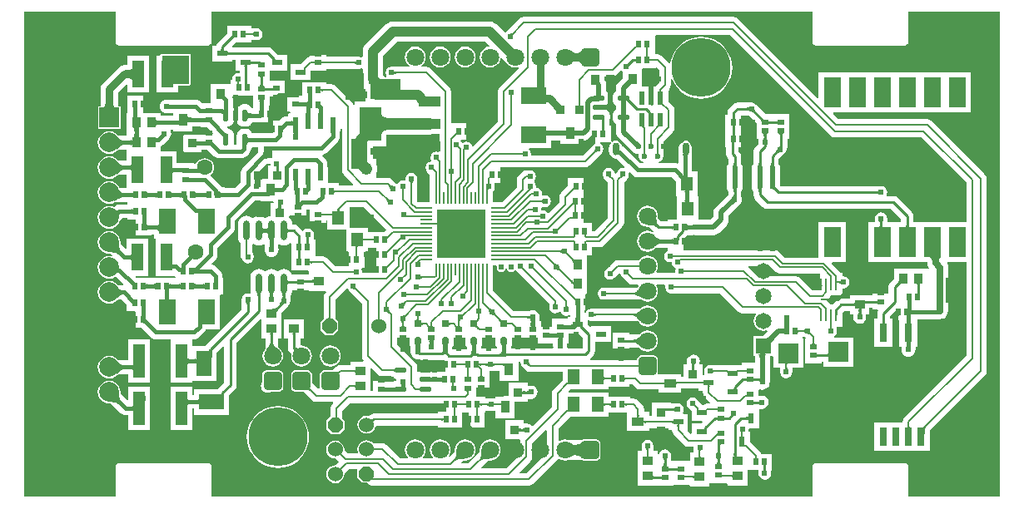
<source format=gtl>
G04*
G04 #@! TF.GenerationSoftware,Altium Limited,Altium Designer,20.0.2 (26)*
G04*
G04 Layer_Physical_Order=1*
G04 Layer_Color=255*
%FSLAX25Y25*%
%MOIN*%
G70*
G01*
G75*
%ADD14C,0.01000*%
%ADD26R,0.02362X0.02559*%
%ADD27R,0.02165X0.05709*%
%ADD28R,0.02165X0.05709*%
%ADD29R,0.03598X0.03598*%
%ADD30R,0.03638X0.05000*%
G04:AMPARAMS|DCode=31|XSize=47.64mil|YSize=23.23mil|CornerRadius=5.81mil|HoleSize=0mil|Usage=FLASHONLY|Rotation=0.000|XOffset=0mil|YOffset=0mil|HoleType=Round|Shape=RoundedRectangle|*
%AMROUNDEDRECTD31*
21,1,0.04764,0.01161,0,0,0.0*
21,1,0.03602,0.02323,0,0,0.0*
1,1,0.01161,0.01801,-0.00581*
1,1,0.01161,-0.01801,-0.00581*
1,1,0.01161,-0.01801,0.00581*
1,1,0.01161,0.01801,0.00581*
%
%ADD31ROUNDEDRECTD31*%
%ADD32R,0.03661X0.03858*%
%ADD33R,0.09843X0.06693*%
%ADD34R,0.09843X0.06693*%
%ADD35R,0.04724X0.13465*%
%ADD36R,0.06299X0.09843*%
%ADD37R,0.02559X0.02362*%
G04:AMPARAMS|DCode=38|XSize=21.65mil|YSize=49.21mil|CornerRadius=1.95mil|HoleSize=0mil|Usage=FLASHONLY|Rotation=180.000|XOffset=0mil|YOffset=0mil|HoleType=Round|Shape=RoundedRectangle|*
%AMROUNDEDRECTD38*
21,1,0.02165,0.04532,0,0,180.0*
21,1,0.01776,0.04921,0,0,180.0*
1,1,0.00390,-0.00888,0.02266*
1,1,0.00390,0.00888,0.02266*
1,1,0.00390,0.00888,-0.02266*
1,1,0.00390,-0.00888,-0.02266*
%
%ADD38ROUNDEDRECTD38*%
%ADD39R,0.08661X0.13780*%
%ADD40R,0.08661X0.03937*%
%ADD42R,0.05000X0.00700*%
%ADD43R,0.00700X0.05000*%
%ADD44R,0.04567X0.10709*%
%ADD45R,0.09843X0.06299*%
%ADD46R,0.03858X0.03661*%
%ADD47R,0.04567X0.05787*%
%ADD48R,0.07874X0.07874*%
%ADD49R,0.02331X0.09740*%
G04:AMPARAMS|DCode=50|XSize=97.4mil|YSize=23.31mil|CornerRadius=11.66mil|HoleSize=0mil|Usage=FLASHONLY|Rotation=90.000|XOffset=0mil|YOffset=0mil|HoleType=Round|Shape=RoundedRectangle|*
%AMROUNDEDRECTD50*
21,1,0.09740,0.00000,0,0,90.0*
21,1,0.07409,0.02331,0,0,90.0*
1,1,0.02331,0.00000,0.03705*
1,1,0.02331,0.00000,-0.03705*
1,1,0.02331,0.00000,-0.03705*
1,1,0.02331,0.00000,0.03705*
%
%ADD50ROUNDEDRECTD50*%
G04:AMPARAMS|DCode=51|XSize=47.64mil|YSize=23.23mil|CornerRadius=5.81mil|HoleSize=0mil|Usage=FLASHONLY|Rotation=270.000|XOffset=0mil|YOffset=0mil|HoleType=Round|Shape=RoundedRectangle|*
%AMROUNDEDRECTD51*
21,1,0.04764,0.01161,0,0,270.0*
21,1,0.03602,0.02323,0,0,270.0*
1,1,0.01161,-0.00581,-0.01801*
1,1,0.01161,-0.00581,0.01801*
1,1,0.01161,0.00581,0.01801*
1,1,0.01161,0.00581,-0.01801*
%
%ADD51ROUNDEDRECTD51*%
%ADD52O,0.02756X0.07874*%
%ADD53R,0.06693X0.09843*%
%ADD54R,0.06693X0.09843*%
%ADD55R,0.03598X0.03598*%
%ADD56R,0.05000X0.03638*%
%ADD57R,0.05118X0.05906*%
%ADD58R,0.03937X0.02362*%
%ADD59R,0.03150X0.07480*%
%ADD60R,0.07087X0.12000*%
%ADD61R,0.04724X0.05512*%
%ADD62R,0.02362X0.03937*%
G04:AMPARAMS|DCode=63|XSize=31.5mil|YSize=27.56mil|CornerRadius=0mil|HoleSize=0mil|Usage=FLASHONLY|Rotation=270.000|XOffset=0mil|YOffset=0mil|HoleType=Round|Shape=Octagon|*
%AMOCTAGOND63*
4,1,8,-0.00689,-0.01575,0.00689,-0.01575,0.01378,-0.00886,0.01378,0.00886,0.00689,0.01575,-0.00689,0.01575,-0.01378,0.00886,-0.01378,-0.00886,-0.00689,-0.01575,0.0*
%
%ADD63OCTAGOND63*%

%ADD64R,0.02756X0.03150*%
%ADD65R,0.06300X0.01000*%
%ADD66R,0.01000X0.05000*%
%ADD82R,0.12600X0.12600*%
%ADD118C,0.00700*%
%ADD119C,0.01500*%
%ADD120C,0.02000*%
%ADD121C,0.04000*%
%ADD122C,0.03000*%
%ADD123C,0.04500*%
%ADD124C,0.02500*%
%ADD125R,0.12000X0.08000*%
%ADD126R,0.05469X0.12000*%
%ADD127R,0.11000X0.11500*%
%ADD128R,0.07500X0.11000*%
%ADD129C,0.02362*%
%ADD130O,0.02559X0.05118*%
%ADD131C,0.23622*%
%ADD132C,0.07874*%
%ADD133R,0.07874X0.07874*%
%ADD134C,0.06299*%
G04:AMPARAMS|DCode=135|XSize=70.87mil|YSize=70.87mil|CornerRadius=8.86mil|HoleSize=0mil|Usage=FLASHONLY|Rotation=90.000|XOffset=0mil|YOffset=0mil|HoleType=Round|Shape=RoundedRectangle|*
%AMROUNDEDRECTD135*
21,1,0.07087,0.05315,0,0,90.0*
21,1,0.05315,0.07087,0,0,90.0*
1,1,0.01772,0.02657,0.02657*
1,1,0.01772,0.02657,-0.02657*
1,1,0.01772,-0.02657,-0.02657*
1,1,0.01772,-0.02657,0.02657*
%
%ADD135ROUNDEDRECTD135*%
%ADD136C,0.07087*%
%ADD137C,0.06000*%
%ADD138P,0.06494X8X112.5*%
%ADD139C,0.06496*%
%ADD140R,0.06496X0.06496*%
%ADD141P,0.06494X8X22.5*%
G04:AMPARAMS|DCode=142|XSize=70.87mil|YSize=70.87mil|CornerRadius=8.86mil|HoleSize=0mil|Usage=FLASHONLY|Rotation=180.000|XOffset=0mil|YOffset=0mil|HoleType=Round|Shape=RoundedRectangle|*
%AMROUNDEDRECTD142*
21,1,0.07087,0.05315,0,0,180.0*
21,1,0.05315,0.07087,0,0,180.0*
1,1,0.01772,-0.02657,0.02657*
1,1,0.01772,0.02657,0.02657*
1,1,0.01772,0.02657,-0.02657*
1,1,0.01772,-0.02657,-0.02657*
%
%ADD142ROUNDEDRECTD142*%
%ADD143C,0.02402*%
%ADD144C,0.02400*%
G36*
X392172Y-195971D02*
X355529D01*
Y-184000D01*
X355413Y-183415D01*
X355081Y-182919D01*
X354585Y-182587D01*
X354000Y-182471D01*
X318500D01*
X317915Y-182587D01*
X317419Y-182919D01*
X317087Y-183415D01*
X316971Y-184000D01*
Y-195971D01*
X76529D01*
Y-184000D01*
X76413Y-183415D01*
X76081Y-182919D01*
X75585Y-182587D01*
X75000Y-182471D01*
X39500D01*
X38915Y-182587D01*
X38419Y-182919D01*
X38087Y-183415D01*
X37971Y-184000D01*
Y-195971D01*
X1529D01*
Y-1529D01*
X37971D01*
Y-13500D01*
X38087Y-14085D01*
X38419Y-14581D01*
X38915Y-14913D01*
X39500Y-15029D01*
X75000D01*
X75585Y-14913D01*
X76081Y-14581D01*
X76413Y-14085D01*
X76529Y-13500D01*
Y-1529D01*
X316971D01*
Y-13500D01*
X317087Y-14085D01*
X317419Y-14581D01*
X317915Y-14913D01*
X318500Y-15029D01*
X354000D01*
X354585Y-14913D01*
X355081Y-14581D01*
X355413Y-14085D01*
X355529Y-13500D01*
Y-1529D01*
X392172D01*
Y-195971D01*
D02*
G37*
%LPC*%
G36*
X285500Y-3604D02*
X285500Y-3604D01*
X201500D01*
X200583Y-3786D01*
X199806Y-4306D01*
X199806Y-4306D01*
X194306Y-9806D01*
X193869Y-9849D01*
X190668Y-6647D01*
X189832Y-6006D01*
X188859Y-5603D01*
X187815Y-5466D01*
X187815Y-5466D01*
X149000D01*
X149000Y-5466D01*
X147956Y-5603D01*
X146983Y-6006D01*
X146147Y-6647D01*
X138147Y-14647D01*
X137506Y-15483D01*
X137103Y-16456D01*
X136966Y-17500D01*
X136966Y-17500D01*
Y-19623D01*
X136524Y-19858D01*
X136417Y-19786D01*
X135500Y-19604D01*
X122280D01*
Y-18819D01*
X115720D01*
Y-19652D01*
X115048Y-19786D01*
X114270Y-20306D01*
X114270Y-20306D01*
X112147Y-22429D01*
X112060Y-22559D01*
X108256D01*
Y-28921D01*
X116193D01*
Y-25181D01*
X122280D01*
Y-24396D01*
X135500D01*
X136417Y-24214D01*
X136524Y-24142D01*
X136966Y-24377D01*
Y-28500D01*
X136966Y-28500D01*
X137103Y-29544D01*
X137169Y-29704D01*
Y-32429D01*
X137992D01*
Y-37610D01*
X133858D01*
Y-39261D01*
X133358Y-39310D01*
X133214Y-38583D01*
X132694Y-37806D01*
X132694Y-37806D01*
X126194Y-31306D01*
X125417Y-30786D01*
X124500Y-30604D01*
X124500Y-30604D01*
X122354D01*
Y-29721D01*
X112646D01*
Y-35165D01*
X106720D01*
Y-41528D01*
X107812D01*
X107963Y-42028D01*
X107530Y-42317D01*
X107045Y-43043D01*
X106975Y-43392D01*
X106508D01*
X105790Y-43486D01*
X105121Y-43763D01*
X104547Y-44204D01*
X103530Y-45221D01*
X100992D01*
Y-48751D01*
X100968Y-48931D01*
Y-50109D01*
X100910Y-50167D01*
X92711D01*
X92575Y-49838D01*
X92162Y-49299D01*
X91622Y-48886D01*
X90995Y-48625D01*
X90321Y-48537D01*
X89160D01*
X88486Y-48625D01*
X87858Y-48886D01*
X87319Y-49299D01*
X86905Y-49838D01*
X86645Y-50466D01*
X86557Y-51140D01*
Y-54726D01*
X85444D01*
Y-51140D01*
X85355Y-50466D01*
X85095Y-49838D01*
X84681Y-49299D01*
X84142Y-48886D01*
X83514Y-48625D01*
X83354Y-48604D01*
X82657Y-47907D01*
X82720Y-47755D01*
X82911Y-47454D01*
X83514Y-47374D01*
X84142Y-47115D01*
X84681Y-46701D01*
X85095Y-46162D01*
X85355Y-45534D01*
X85444Y-44860D01*
Y-41258D01*
X85355Y-40584D01*
X85095Y-39956D01*
X85034Y-39877D01*
Y-36728D01*
X84939Y-36010D01*
X84843Y-35780D01*
X85177Y-35280D01*
X93221D01*
Y-39028D01*
X93221Y-39028D01*
X93146Y-39220D01*
X93146D01*
X93146Y-39497D01*
Y-40027D01*
X92646Y-40127D01*
X92575Y-39956D01*
X92162Y-39417D01*
X91622Y-39004D01*
X90995Y-38744D01*
X90321Y-38655D01*
X89160D01*
X88486Y-38744D01*
X87858Y-39004D01*
X87319Y-39417D01*
X86905Y-39956D01*
X86645Y-40584D01*
X86557Y-41258D01*
Y-44860D01*
X86645Y-45534D01*
X86905Y-46162D01*
X87319Y-46701D01*
X87858Y-47115D01*
X88486Y-47374D01*
X89160Y-47463D01*
X90321D01*
X90995Y-47374D01*
X91622Y-47115D01*
X92162Y-46701D01*
X92575Y-46162D01*
X92711Y-45833D01*
X95017D01*
X95241Y-45803D01*
X95896D01*
X96076Y-45779D01*
X99508D01*
Y-39220D01*
X99779Y-39028D01*
X99779D01*
Y-35508D01*
X105780D01*
Y-29146D01*
X99779D01*
Y-25181D01*
X106744D01*
Y-18819D01*
X103170D01*
X103110Y-18729D01*
X100838Y-16457D01*
X100011Y-15905D01*
X99035Y-15711D01*
X84744D01*
Y-15188D01*
X86152Y-13780D01*
X92354D01*
Y-12896D01*
X94500D01*
X94500Y-12896D01*
X95417Y-12714D01*
X96194Y-12194D01*
X96714Y-11417D01*
X96896Y-10500D01*
X96714Y-9583D01*
X96194Y-8806D01*
X95417Y-8286D01*
X94500Y-8104D01*
X94500Y-8104D01*
X92354D01*
Y-7220D01*
X82646D01*
Y-10076D01*
X78973Y-13749D01*
X78421Y-14576D01*
X78321Y-15079D01*
X76807D01*
Y-21441D01*
X84744D01*
Y-20809D01*
X86256D01*
Y-25181D01*
X87675D01*
Y-25844D01*
X87289Y-26161D01*
X87000Y-26104D01*
X86083Y-26286D01*
X85306Y-26806D01*
X84786Y-27583D01*
X84604Y-28500D01*
Y-28721D01*
X84146D01*
Y-30188D01*
X83862Y-30571D01*
X76201D01*
Y-38146D01*
X72568D01*
X71961Y-37539D01*
X71387Y-37098D01*
X70718Y-36821D01*
X70000Y-36726D01*
X58500D01*
X57782Y-36821D01*
X57113Y-37098D01*
X56539Y-37539D01*
X56098Y-38113D01*
X55821Y-38782D01*
X55726Y-39500D01*
X55821Y-40218D01*
X56098Y-40887D01*
X56539Y-41461D01*
X57113Y-41902D01*
X57782Y-42179D01*
X58500Y-42274D01*
X61181D01*
Y-43226D01*
X56189D01*
Y-42071D01*
X49387D01*
X49008Y-41780D01*
Y-35221D01*
X42646D01*
Y-41780D01*
X42465Y-42071D01*
X42465D01*
Y-49929D01*
X42465D01*
Y-50071D01*
X42465D01*
Y-51226D01*
X39232D01*
X39140Y-51147D01*
X38767Y-50781D01*
X38740Y-50770D01*
X38736Y-50764D01*
X37788Y-50037D01*
X36684Y-49580D01*
X35500Y-49424D01*
X34316Y-49580D01*
X33212Y-50037D01*
X32264Y-50764D01*
X31537Y-51712D01*
X31080Y-52816D01*
X30924Y-54000D01*
X31080Y-55184D01*
X31537Y-56288D01*
X32264Y-57236D01*
X33212Y-57963D01*
X34316Y-58420D01*
X35500Y-58576D01*
X36684Y-58420D01*
X37788Y-57963D01*
X38734Y-57237D01*
X38757Y-57228D01*
X39239Y-56774D01*
X42465D01*
Y-57646D01*
X42409D01*
Y-61226D01*
X39232D01*
X39140Y-61147D01*
X38767Y-60781D01*
X38740Y-60770D01*
X38736Y-60764D01*
X37788Y-60037D01*
X36684Y-59580D01*
X35500Y-59424D01*
X34316Y-59580D01*
X33212Y-60037D01*
X32264Y-60764D01*
X31537Y-61712D01*
X31080Y-62816D01*
X30924Y-64000D01*
X31080Y-65184D01*
X31537Y-66288D01*
X32264Y-67236D01*
X33212Y-67963D01*
X34316Y-68420D01*
X35500Y-68576D01*
X36684Y-68420D01*
X37788Y-67963D01*
X38734Y-67237D01*
X38757Y-67228D01*
X39239Y-66774D01*
X42409D01*
Y-72226D01*
X39799D01*
X39718Y-72111D01*
X39474Y-71711D01*
X39447Y-71691D01*
X38736Y-70764D01*
X37788Y-70037D01*
X36684Y-69580D01*
X35500Y-69424D01*
X34316Y-69580D01*
X33212Y-70037D01*
X32264Y-70764D01*
X31537Y-71712D01*
X31080Y-72816D01*
X30924Y-74000D01*
X31080Y-75184D01*
X31537Y-76288D01*
X32264Y-77236D01*
X33212Y-77963D01*
X34316Y-78420D01*
X35500Y-78576D01*
X36684Y-78420D01*
X37788Y-77963D01*
X37804Y-77951D01*
X37835Y-77947D01*
X38147Y-77774D01*
X42878D01*
Y-78280D01*
X42878Y-78280D01*
X42878D01*
X42878Y-78280D01*
X42749Y-78726D01*
X39566D01*
X38848Y-78821D01*
X38179Y-79098D01*
X37604Y-79539D01*
X37306Y-79837D01*
X36684Y-79580D01*
X35500Y-79424D01*
X34316Y-79580D01*
X33212Y-80037D01*
X32264Y-80764D01*
X31537Y-81712D01*
X31080Y-82816D01*
X30924Y-84000D01*
X31080Y-85184D01*
X31537Y-86288D01*
X32264Y-87236D01*
X33212Y-87963D01*
X34316Y-88420D01*
X35500Y-88576D01*
X36684Y-88420D01*
X37788Y-87963D01*
X38736Y-87236D01*
X39463Y-86288D01*
X39920Y-85184D01*
X39938Y-85050D01*
X40715Y-84274D01*
X42878D01*
Y-84780D01*
X46224D01*
Y-91280D01*
X52587D01*
Y-90774D01*
X53280D01*
Y-92421D01*
X53617D01*
X54024Y-92646D01*
Y-107354D01*
X61867D01*
X61878Y-107363D01*
X61947Y-107831D01*
X61946Y-107831D01*
X61620Y-108221D01*
X51972D01*
Y-108221D01*
X46470D01*
X46066Y-107816D01*
X46257Y-107354D01*
X50976D01*
Y-92646D01*
X42409D01*
Y-96333D01*
X41947Y-96525D01*
X40100Y-94677D01*
X40091Y-94556D01*
X40086Y-94033D01*
X40075Y-94007D01*
X40076Y-94000D01*
X39920Y-92816D01*
X39463Y-91712D01*
X38736Y-90764D01*
X37788Y-90037D01*
X36684Y-89580D01*
X35500Y-89424D01*
X34316Y-89580D01*
X33212Y-90037D01*
X32264Y-90764D01*
X31537Y-91712D01*
X31080Y-92816D01*
X30924Y-94000D01*
X31080Y-95184D01*
X31537Y-96288D01*
X32264Y-97236D01*
X33212Y-97963D01*
X34316Y-98420D01*
X35498Y-98576D01*
X35520Y-98586D01*
X36183Y-98605D01*
X36648Y-99071D01*
X36415Y-99544D01*
X35500Y-99424D01*
X34316Y-99580D01*
X33212Y-100037D01*
X32264Y-100764D01*
X31537Y-101712D01*
X31080Y-102816D01*
X30924Y-104000D01*
X31080Y-105184D01*
X31537Y-106288D01*
X32264Y-107236D01*
X33212Y-107963D01*
X34316Y-108420D01*
X35500Y-108576D01*
X36684Y-108420D01*
X37715Y-107993D01*
X38397D01*
X41130Y-110726D01*
X40923Y-111226D01*
X39137D01*
X39127Y-111203D01*
X39047Y-111170D01*
X38736Y-110764D01*
X37788Y-110037D01*
X36684Y-109580D01*
X35500Y-109424D01*
X34316Y-109580D01*
X33212Y-110037D01*
X32264Y-110764D01*
X31537Y-111712D01*
X31080Y-112816D01*
X30924Y-114000D01*
X31080Y-115184D01*
X31537Y-116288D01*
X32264Y-117236D01*
X33212Y-117963D01*
X34316Y-118420D01*
X35500Y-118576D01*
X36684Y-118420D01*
X37788Y-117963D01*
X38736Y-117236D01*
X39047Y-116830D01*
X39127Y-116797D01*
X39137Y-116774D01*
X40292D01*
X42587Y-119068D01*
Y-121606D01*
X45480D01*
X45933Y-121721D01*
Y-128279D01*
X48471D01*
X52153Y-131961D01*
X52727Y-132402D01*
X53396Y-132679D01*
X54114Y-132774D01*
X60102D01*
Y-150232D01*
X68827D01*
Y-149421D01*
X78539D01*
Y-140097D01*
X78588Y-139850D01*
Y-138016D01*
X80989Y-135616D01*
X81451Y-135807D01*
Y-150041D01*
X79119Y-152373D01*
X78874Y-152740D01*
X69579D01*
Y-155116D01*
X68827D01*
Y-151768D01*
X60102D01*
Y-169232D01*
X68827D01*
Y-160663D01*
X69579D01*
Y-163039D01*
X83421D01*
Y-155486D01*
X83470Y-155240D01*
Y-155231D01*
X85802Y-152899D01*
X86355Y-152072D01*
X86549Y-151097D01*
Y-134056D01*
X96109Y-124496D01*
X96571Y-124687D01*
Y-126299D01*
Y-132362D01*
X97951D01*
Y-136543D01*
X97659Y-136926D01*
X97626Y-137050D01*
X97349Y-137410D01*
X96932Y-138418D01*
X96789Y-139500D01*
X96932Y-140582D01*
X97349Y-141589D01*
X98014Y-142455D01*
X98879Y-143119D01*
X99887Y-143537D01*
X100969Y-143679D01*
X102050Y-143537D01*
X103058Y-143119D01*
X103923Y-142455D01*
X104588Y-141589D01*
X105005Y-140582D01*
X105148Y-139500D01*
X105005Y-138418D01*
X104588Y-137410D01*
X103923Y-136545D01*
X103560Y-136266D01*
X103503Y-136161D01*
X103049Y-135790D01*
Y-132362D01*
X104429D01*
Y-126299D01*
Y-122144D01*
X107202Y-119371D01*
X107755Y-118544D01*
X107949Y-117569D01*
Y-115316D01*
X108351Y-114793D01*
X108691Y-113971D01*
X108795Y-113181D01*
X115279D01*
X115392Y-113343D01*
Y-113343D01*
X122115D01*
X122306Y-113805D01*
X121963Y-114148D01*
X121444Y-114926D01*
X121261Y-115842D01*
X121261Y-115843D01*
Y-124496D01*
X120057Y-125700D01*
Y-129300D01*
X121858Y-131100D01*
X125458D01*
X127258Y-129300D01*
Y-125700D01*
X126054Y-124496D01*
Y-116835D01*
X130341Y-112547D01*
X130944Y-112652D01*
X131306Y-113194D01*
X136604Y-118492D01*
Y-139500D01*
X136604Y-139500D01*
X136786Y-140417D01*
X137306Y-141194D01*
X137350Y-141239D01*
X137159Y-141701D01*
X132071D01*
Y-143135D01*
X127969D01*
X127969Y-143135D01*
X127052Y-143318D01*
X126274Y-143837D01*
X124784Y-145328D01*
X121343D01*
X120763Y-145443D01*
X120271Y-145771D01*
X119943Y-146263D01*
X119828Y-146843D01*
Y-152157D01*
X119856Y-152299D01*
X119498Y-152810D01*
X119204Y-152847D01*
X116641Y-150284D01*
Y-146843D01*
X116526Y-146263D01*
X116197Y-145771D01*
X115706Y-145443D01*
X115126Y-145328D01*
X109811D01*
X109231Y-145443D01*
X108740Y-145771D01*
X108411Y-146263D01*
X108296Y-146843D01*
Y-152157D01*
X108411Y-152737D01*
X108740Y-153229D01*
X109231Y-153557D01*
X109811Y-153672D01*
X113252D01*
X116774Y-157194D01*
X117552Y-157714D01*
X118468Y-157896D01*
X125062D01*
X125253Y-158358D01*
X124806Y-158806D01*
X124286Y-159583D01*
X124104Y-160500D01*
X124104Y-160500D01*
Y-163654D01*
X122400Y-165357D01*
Y-168957D01*
X124200Y-170757D01*
X127800D01*
X129600Y-168957D01*
Y-165357D01*
X128896Y-164654D01*
Y-161493D01*
X131992Y-158396D01*
X170492D01*
Y-161721D01*
X167146D01*
Y-162604D01*
X141560D01*
X140643Y-162786D01*
X139866Y-163306D01*
X139604Y-163568D01*
X139440Y-163500D01*
X138500Y-163376D01*
X137560Y-163500D01*
X136685Y-163863D01*
X135932Y-164440D01*
X135355Y-165192D01*
X134993Y-166068D01*
X134869Y-167008D01*
X134993Y-167947D01*
X135355Y-168823D01*
X135932Y-169575D01*
X136685Y-170152D01*
X137560Y-170515D01*
X138500Y-170639D01*
X139440Y-170515D01*
X140315Y-170152D01*
X141068Y-169575D01*
X141645Y-168823D01*
X142007Y-167947D01*
X142008Y-167940D01*
X142552Y-167396D01*
X167146D01*
Y-168280D01*
X176854D01*
Y-162279D01*
X179492D01*
Y-168280D01*
X185854D01*
Y-162279D01*
X186028D01*
Y-161396D01*
X190181D01*
Y-164374D01*
X197819D01*
Y-157925D01*
X203039D01*
Y-156675D01*
X204374D01*
X205349Y-156481D01*
X206176Y-155928D01*
X206302Y-155802D01*
X206855Y-154975D01*
X207049Y-154000D01*
X206855Y-153024D01*
X206302Y-152198D01*
X205475Y-151645D01*
X204500Y-151451D01*
X203867Y-151577D01*
X203039D01*
Y-150327D01*
X195441D01*
Y-155374D01*
X190181D01*
Y-156604D01*
X186028D01*
Y-155720D01*
X182700D01*
X182280Y-155527D01*
Y-152008D01*
X187779D01*
Y-145646D01*
X188176Y-145396D01*
X191681D01*
Y-149374D01*
X199319D01*
Y-141915D01*
X199678Y-141568D01*
X199804Y-141572D01*
X200113Y-141956D01*
X200104Y-142000D01*
X200286Y-142917D01*
X200806Y-143694D01*
X202306Y-145194D01*
X203083Y-145714D01*
X204000Y-145896D01*
X204000Y-145896D01*
X216941D01*
Y-149170D01*
X213306Y-152806D01*
X212786Y-153583D01*
X212604Y-154500D01*
X212604Y-154500D01*
Y-160008D01*
X204904Y-167708D01*
X204802Y-167698D01*
X204428Y-167324D01*
X203601Y-166771D01*
X202626Y-166577D01*
X201539D01*
Y-165327D01*
X193941D01*
Y-172925D01*
X199824D01*
X200141Y-173312D01*
X200104Y-173500D01*
X200104Y-173500D01*
Y-179007D01*
X194508Y-184604D01*
X184603D01*
X184412Y-184142D01*
X187179Y-181375D01*
X187413Y-181360D01*
X187966Y-181358D01*
X187999Y-181344D01*
X188000Y-181344D01*
X189082Y-181202D01*
X190089Y-180784D01*
X190955Y-180120D01*
X191619Y-179255D01*
X192037Y-178247D01*
X192179Y-177165D01*
X192037Y-176084D01*
X191619Y-175076D01*
X190955Y-174210D01*
X190089Y-173546D01*
X189082Y-173129D01*
X188000Y-172986D01*
X186918Y-173129D01*
X185910Y-173546D01*
X185045Y-174210D01*
X184381Y-175076D01*
X183963Y-176084D01*
X183821Y-177165D01*
X183821Y-177166D01*
X183807Y-177199D01*
X183806Y-177764D01*
X183799Y-177978D01*
X179173Y-182604D01*
X176603D01*
X176412Y-182142D01*
X177179Y-181375D01*
X177413Y-181360D01*
X177966Y-181358D01*
X177999Y-181344D01*
X178000Y-181344D01*
X179082Y-181202D01*
X180089Y-180784D01*
X180955Y-180120D01*
X181619Y-179255D01*
X182037Y-178247D01*
X182179Y-177165D01*
X182037Y-176084D01*
X181619Y-175076D01*
X180955Y-174210D01*
X180089Y-173546D01*
X179082Y-173129D01*
X178000Y-172986D01*
X176918Y-173129D01*
X175910Y-173546D01*
X175045Y-174210D01*
X174381Y-175076D01*
X173963Y-176084D01*
X173821Y-177165D01*
X173821Y-177166D01*
X173807Y-177199D01*
X173806Y-177764D01*
X173799Y-177978D01*
X171515Y-180262D01*
X171475Y-180264D01*
X171275Y-180001D01*
X171217Y-179780D01*
X171619Y-179255D01*
X172037Y-178247D01*
X172179Y-177165D01*
X172037Y-176084D01*
X171619Y-175076D01*
X170955Y-174210D01*
X170089Y-173546D01*
X169082Y-173129D01*
X168000Y-172986D01*
X166918Y-173129D01*
X165910Y-173546D01*
X165045Y-174210D01*
X164381Y-175076D01*
X163963Y-176084D01*
X163821Y-177165D01*
X163963Y-178247D01*
X164381Y-179255D01*
X165032Y-180104D01*
X165006Y-180285D01*
X164897Y-180604D01*
X161103D01*
X160994Y-180285D01*
X160968Y-180104D01*
X161619Y-179255D01*
X162037Y-178247D01*
X162179Y-177165D01*
X162037Y-176084D01*
X161619Y-175076D01*
X160955Y-174210D01*
X160090Y-173546D01*
X159082Y-173129D01*
X158000Y-172986D01*
X156918Y-173129D01*
X155911Y-173546D01*
X155045Y-174210D01*
X154381Y-175076D01*
X153963Y-176084D01*
X153821Y-177165D01*
X153963Y-178247D01*
X154381Y-179255D01*
X155032Y-180104D01*
X155006Y-180285D01*
X154897Y-180604D01*
X151992D01*
X146544Y-175156D01*
X145767Y-174636D01*
X144850Y-174454D01*
X144850Y-174454D01*
X141199D01*
X141068Y-174282D01*
X140315Y-173705D01*
X139440Y-173343D01*
X138500Y-173219D01*
X137560Y-173343D01*
X136685Y-173705D01*
X135932Y-174282D01*
X135355Y-175034D01*
X134993Y-175910D01*
X134869Y-176850D01*
X134993Y-177790D01*
X135158Y-178188D01*
X134880Y-178604D01*
X130992D01*
X129603Y-177214D01*
X129631Y-177000D01*
X129507Y-176060D01*
X129145Y-175185D01*
X128568Y-174432D01*
X127815Y-173855D01*
X126940Y-173493D01*
X126000Y-173369D01*
X125060Y-173493D01*
X124185Y-173855D01*
X123432Y-174432D01*
X122855Y-175185D01*
X122493Y-176060D01*
X122369Y-177000D01*
X122493Y-177940D01*
X122855Y-178815D01*
X123432Y-179568D01*
X124185Y-180145D01*
X125060Y-180507D01*
X126000Y-180631D01*
X126214Y-180603D01*
X127533Y-181921D01*
X126214Y-183240D01*
X126000Y-183212D01*
X125060Y-183335D01*
X124185Y-183698D01*
X123432Y-184275D01*
X122855Y-185027D01*
X122493Y-185903D01*
X122369Y-186843D01*
X122493Y-187782D01*
X122855Y-188658D01*
X123432Y-189410D01*
X124185Y-189987D01*
X125060Y-190350D01*
X126000Y-190474D01*
X126940Y-190350D01*
X127815Y-189987D01*
X128568Y-189410D01*
X129145Y-188658D01*
X129507Y-187782D01*
X129631Y-186843D01*
X129603Y-186628D01*
X131335Y-184896D01*
X134900D01*
Y-188493D01*
X136700Y-190293D01*
X138712D01*
X139113Y-190694D01*
X139891Y-191214D01*
X140807Y-191396D01*
X140807Y-191396D01*
X203500D01*
X203500Y-191396D01*
X204417Y-191214D01*
X205194Y-190694D01*
X214694Y-181194D01*
X215009Y-180723D01*
X215651Y-180586D01*
X215911Y-180784D01*
X216918Y-181202D01*
X218000Y-181344D01*
X219082Y-181202D01*
X219087Y-181200D01*
X224729D01*
X224763Y-181222D01*
X225342Y-181338D01*
X230658D01*
X231237Y-181222D01*
X231729Y-180894D01*
X232057Y-180403D01*
X232172Y-179823D01*
Y-174508D01*
X232057Y-173928D01*
X231729Y-173437D01*
X231237Y-173108D01*
X230658Y-172993D01*
X225342D01*
X224763Y-173108D01*
X224729Y-173131D01*
X219087D01*
X219082Y-173129D01*
X218000Y-172986D01*
X216918Y-173129D01*
X215911Y-173546D01*
X215844Y-173597D01*
X215396Y-173376D01*
Y-168492D01*
X219936Y-163953D01*
X226059D01*
Y-163953D01*
X226441D01*
Y-163953D01*
X235559D01*
Y-162279D01*
X242748D01*
Y-169579D01*
X251748D01*
Y-168396D01*
X259307D01*
Y-169181D01*
X260390D01*
X260879Y-169276D01*
X261062Y-170193D01*
X261581Y-170970D01*
X265806Y-175194D01*
X265806Y-175194D01*
X266583Y-175714D01*
X267500Y-175896D01*
X267500Y-175896D01*
X269261D01*
X269462Y-176142D01*
X269462Y-176142D01*
Y-178106D01*
X267929D01*
Y-181235D01*
X267638Y-181614D01*
X261079D01*
Y-181646D01*
X260549D01*
Y-179500D01*
X260549Y-179500D01*
X260355Y-178524D01*
X259802Y-177698D01*
X258976Y-177145D01*
X258000Y-176951D01*
X257025Y-177145D01*
X256198Y-177698D01*
X255645Y-178525D01*
X255451Y-179500D01*
Y-181646D01*
X254929D01*
Y-177638D01*
X253396D01*
Y-175500D01*
X253214Y-174583D01*
X252694Y-173806D01*
X251917Y-173286D01*
X251000Y-173104D01*
X250083Y-173286D01*
X249306Y-173806D01*
X248786Y-174583D01*
X248604Y-175500D01*
Y-177638D01*
X247071D01*
Y-185299D01*
Y-191362D01*
X254929D01*
Y-191354D01*
X261280D01*
Y-191323D01*
X267638D01*
X267929Y-191702D01*
Y-191831D01*
X275787D01*
Y-190516D01*
X276220Y-190354D01*
Y-190354D01*
X282780D01*
X283071Y-190734D01*
Y-191362D01*
X290929D01*
Y-185690D01*
X291146Y-185280D01*
X295288D01*
Y-186337D01*
X295482Y-187312D01*
X296034Y-188139D01*
X296198Y-188302D01*
X297024Y-188855D01*
X298000Y-189049D01*
X298975Y-188855D01*
X299802Y-188302D01*
X300355Y-187476D01*
X300549Y-186500D01*
X300406Y-185780D01*
X300675Y-185280D01*
X300854D01*
Y-178720D01*
X296565D01*
X296540Y-178599D01*
X296021Y-177822D01*
X296021Y-177822D01*
X292071Y-173872D01*
X291941Y-173785D01*
Y-169980D01*
X291711D01*
X291301Y-169480D01*
X291396Y-169000D01*
X291367Y-168855D01*
X291684Y-168468D01*
X295681D01*
Y-160722D01*
X296827D01*
X297802Y-160528D01*
X298629Y-159976D01*
X298802Y-159802D01*
X299355Y-158976D01*
X299549Y-158000D01*
X299355Y-157025D01*
X298802Y-156198D01*
X297975Y-155645D01*
X297000Y-155451D01*
X296129Y-155624D01*
X295280D01*
Y-153066D01*
X295779Y-152742D01*
X296217Y-152923D01*
X297000Y-153026D01*
X297783Y-152923D01*
X298513Y-152620D01*
X299140Y-152140D01*
X299621Y-151513D01*
X299923Y-150783D01*
X300026Y-150000D01*
Y-139348D01*
X301254D01*
X301563Y-139720D01*
Y-144274D01*
X304190D01*
Y-145567D01*
X304104Y-146000D01*
X304286Y-146917D01*
X304806Y-147694D01*
X305583Y-148214D01*
X306500Y-148396D01*
X307417Y-148214D01*
X308194Y-147694D01*
X308280Y-147608D01*
X308280Y-147608D01*
X308800Y-146831D01*
X308982Y-145914D01*
X308982Y-145914D01*
Y-144274D01*
X313437D01*
Y-132400D01*
X313181D01*
Y-131896D01*
X314007D01*
X314378Y-132266D01*
X314220Y-132646D01*
X314220D01*
Y-139008D01*
Y-142354D01*
X320779D01*
Y-141722D01*
X321563D01*
Y-143937D01*
X333437D01*
Y-132063D01*
X325794D01*
X325642Y-131563D01*
X326194Y-131194D01*
X326714Y-130417D01*
X326896Y-129500D01*
X326880Y-129421D01*
Y-127805D01*
X328953D01*
Y-122952D01*
X329002Y-122705D01*
Y-122103D01*
X329635Y-121470D01*
X332006D01*
Y-122752D01*
X333386D01*
Y-123935D01*
X333580Y-124911D01*
X334133Y-125738D01*
X334198Y-125802D01*
X335024Y-126355D01*
X336000Y-126549D01*
X336976Y-126355D01*
X337802Y-125802D01*
X338355Y-124976D01*
X338549Y-124000D01*
X338484Y-123674D01*
Y-122752D01*
X339864D01*
Y-120222D01*
X341220D01*
Y-120854D01*
X343062D01*
X343298Y-121295D01*
X343145Y-121525D01*
X342951Y-122500D01*
Y-124394D01*
X341925D01*
Y-135874D01*
X349075D01*
Y-124394D01*
X348049D01*
Y-123556D01*
X351030Y-120575D01*
X351492Y-120766D01*
Y-125279D01*
X351925D01*
Y-135874D01*
X352726D01*
Y-137000D01*
X352821Y-137718D01*
X353098Y-138387D01*
X353539Y-138961D01*
X354113Y-139402D01*
X354782Y-139679D01*
X355500Y-139774D01*
X356218Y-139679D01*
X356887Y-139402D01*
X357461Y-138961D01*
X357902Y-138387D01*
X358179Y-137718D01*
X358274Y-137000D01*
Y-135874D01*
X359075D01*
Y-124774D01*
X367256D01*
X367612Y-124727D01*
X368000Y-124778D01*
X368848Y-124666D01*
X369639Y-124339D01*
X370318Y-123818D01*
X370839Y-123139D01*
X371166Y-122348D01*
X371278Y-121500D01*
Y-117537D01*
X371373Y-116820D01*
Y-109505D01*
Y-104095D01*
X371317Y-103670D01*
X371261Y-103246D01*
X370952Y-102500D01*
X371083Y-102133D01*
X371149Y-102000D01*
X378604D01*
Y-139507D01*
X353806Y-164306D01*
X353286Y-165083D01*
X353104Y-166000D01*
X352632Y-166126D01*
X341925D01*
Y-177606D01*
X364075D01*
Y-170873D01*
X364121Y-170641D01*
Y-169268D01*
X386194Y-147194D01*
X386194Y-147194D01*
X386714Y-146417D01*
X386896Y-145500D01*
Y-68500D01*
X386714Y-67583D01*
X386194Y-66806D01*
X364694Y-45306D01*
X363917Y-44786D01*
X363000Y-44604D01*
X363000Y-44604D01*
X327492D01*
X325350Y-42462D01*
X325542Y-42000D01*
X380543D01*
Y-26000D01*
X319457D01*
Y-35915D01*
X318995Y-36106D01*
X287194Y-4306D01*
X286417Y-3786D01*
X285500Y-3604D01*
D02*
G37*
G36*
X67500Y-18351D02*
X56500D01*
X56041Y-18541D01*
X55851Y-19000D01*
Y-19146D01*
X54524D01*
Y-33854D01*
X63090D01*
Y-31149D01*
X67500D01*
X67959Y-30959D01*
X68149Y-30500D01*
Y-19000D01*
X67959Y-18541D01*
X67500Y-18351D01*
D02*
G37*
G36*
X51476Y-19146D02*
X42909D01*
Y-22970D01*
X41500D01*
X40586Y-23090D01*
X39735Y-23443D01*
X39004Y-24004D01*
X33004Y-30004D01*
X32443Y-30735D01*
X32090Y-31586D01*
X31970Y-32500D01*
Y-39463D01*
X30963D01*
Y-48537D01*
X40037D01*
Y-39463D01*
X39030D01*
Y-33962D01*
X42448Y-30545D01*
X42909Y-30736D01*
Y-33854D01*
X51476D01*
Y-19146D01*
D02*
G37*
G36*
X51898Y-132768D02*
X43173D01*
Y-141226D01*
X39232D01*
X39140Y-141147D01*
X38767Y-140781D01*
X38740Y-140770D01*
X38736Y-140764D01*
X37788Y-140037D01*
X36684Y-139580D01*
X35500Y-139424D01*
X34316Y-139580D01*
X33212Y-140037D01*
X32264Y-140764D01*
X31537Y-141712D01*
X31080Y-142816D01*
X30924Y-144000D01*
X31080Y-145184D01*
X31537Y-146288D01*
X32264Y-147236D01*
X33212Y-147963D01*
X34316Y-148420D01*
X35500Y-148576D01*
X36684Y-148420D01*
X37788Y-147963D01*
X38734Y-147237D01*
X38757Y-147228D01*
X39239Y-146774D01*
X43173D01*
Y-150232D01*
X51898D01*
Y-132768D01*
D02*
G37*
G36*
X124000Y-135321D02*
X122918Y-135463D01*
X121911Y-135881D01*
X121045Y-136545D01*
X120381Y-137410D01*
X119963Y-138418D01*
X119821Y-139500D01*
X119963Y-140582D01*
X120381Y-141589D01*
X121045Y-142455D01*
X121911Y-143119D01*
X122918Y-143537D01*
X124000Y-143679D01*
X125082Y-143537D01*
X126090Y-143119D01*
X126955Y-142455D01*
X127619Y-141589D01*
X128037Y-140582D01*
X128179Y-139500D01*
X128037Y-138418D01*
X127619Y-137410D01*
X126955Y-136545D01*
X126090Y-135881D01*
X125082Y-135463D01*
X124000Y-135321D01*
D02*
G37*
G36*
X113429Y-124701D02*
X105571D01*
Y-132362D01*
X106951D01*
Y-136165D01*
X107145Y-137140D01*
X107698Y-137967D01*
X108399Y-138668D01*
X108290Y-139500D01*
X108432Y-140582D01*
X108849Y-141589D01*
X109513Y-142455D01*
X110379Y-143119D01*
X111387Y-143537D01*
X112469Y-143679D01*
X113550Y-143537D01*
X114558Y-143119D01*
X115424Y-142455D01*
X116088Y-141589D01*
X116505Y-140582D01*
X116648Y-139500D01*
X116505Y-138418D01*
X116088Y-137410D01*
X115424Y-136545D01*
X114558Y-135881D01*
X113550Y-135463D01*
X112469Y-135321D01*
X112461Y-135322D01*
X112049Y-134948D01*
Y-132362D01*
X113429D01*
Y-124701D01*
D02*
G37*
G36*
X103626Y-145328D02*
X98311D01*
X97731Y-145443D01*
X97240Y-145771D01*
X96911Y-146263D01*
X96796Y-146843D01*
Y-149814D01*
X96566Y-150113D01*
X96289Y-150782D01*
X96195Y-151500D01*
X96289Y-152218D01*
X96566Y-152887D01*
X97007Y-153461D01*
X97582Y-153902D01*
X98251Y-154179D01*
X98968Y-154274D01*
X99686Y-154179D01*
X100355Y-153902D01*
X100655Y-153672D01*
X103626D01*
X104206Y-153557D01*
X104697Y-153229D01*
X105026Y-152737D01*
X105141Y-152157D01*
Y-146843D01*
X105026Y-146263D01*
X104697Y-145771D01*
X104206Y-145443D01*
X103626Y-145328D01*
D02*
G37*
G36*
X35500Y-149424D02*
X34316Y-149580D01*
X33212Y-150037D01*
X32264Y-150764D01*
X31537Y-151712D01*
X31080Y-152816D01*
X30924Y-154000D01*
X31080Y-155184D01*
X31537Y-156288D01*
X32264Y-157236D01*
X33212Y-157963D01*
X34316Y-158420D01*
X35498Y-158576D01*
X35520Y-158586D01*
X36183Y-158605D01*
X40039Y-162461D01*
X40613Y-162902D01*
X41282Y-163179D01*
X42000Y-163274D01*
X43173D01*
Y-169232D01*
X51898D01*
Y-156947D01*
X51921Y-156766D01*
Y-155852D01*
X51898Y-155672D01*
Y-151768D01*
X43173D01*
Y-157044D01*
X42673Y-157251D01*
X40100Y-154677D01*
X40091Y-154556D01*
X40086Y-154034D01*
X40075Y-154007D01*
X40076Y-154000D01*
X39920Y-152816D01*
X39463Y-151712D01*
X38736Y-150764D01*
X37788Y-150037D01*
X36684Y-149580D01*
X35500Y-149424D01*
D02*
G37*
G36*
X103000Y-159551D02*
X101052Y-159704D01*
X99153Y-160160D01*
X97348Y-160907D01*
X95682Y-161928D01*
X94197Y-163197D01*
X92928Y-164682D01*
X91908Y-166348D01*
X91160Y-168153D01*
X90704Y-170053D01*
X90551Y-172000D01*
X90704Y-173948D01*
X91160Y-175847D01*
X91908Y-177652D01*
X92928Y-179318D01*
X94197Y-180803D01*
X95682Y-182072D01*
X97348Y-183092D01*
X99153Y-183840D01*
X101052Y-184296D01*
X103000Y-184449D01*
X104947Y-184296D01*
X106847Y-183840D01*
X108652Y-183092D01*
X110318Y-182072D01*
X111803Y-180803D01*
X113072Y-179318D01*
X114093Y-177652D01*
X114840Y-175847D01*
X115296Y-173948D01*
X115449Y-172000D01*
X115296Y-170053D01*
X114840Y-168153D01*
X114093Y-166348D01*
X113072Y-164682D01*
X111803Y-163197D01*
X110318Y-161928D01*
X108652Y-160907D01*
X106847Y-160160D01*
X104947Y-159704D01*
X103000Y-159551D01*
D02*
G37*
%LPD*%
G36*
X90337Y-9866D02*
X90359Y-9926D01*
X90394Y-9979D01*
X90444Y-10024D01*
X90508Y-10063D01*
X90587Y-10094D01*
X90679Y-10119D01*
X90786Y-10136D01*
X90907Y-10147D01*
X91042Y-10150D01*
Y-10850D01*
X90907Y-10853D01*
X90786Y-10864D01*
X90679Y-10881D01*
X90587Y-10906D01*
X90508Y-10938D01*
X90444Y-10976D01*
X90394Y-11022D01*
X90359Y-11074D01*
X90337Y-11134D01*
X90330Y-11200D01*
Y-9800D01*
X90337Y-9866D01*
D02*
G37*
G36*
X93642Y-11341D02*
X93546Y-11247D01*
X93448Y-11164D01*
X93349Y-11090D01*
X93250Y-11027D01*
X93149Y-10973D01*
X93047Y-10928D01*
X92945Y-10894D01*
X92841Y-10870D01*
X92737Y-10855D01*
X92631Y-10850D01*
Y-10150D01*
X92737Y-10145D01*
X92841Y-10130D01*
X92945Y-10106D01*
X93047Y-10071D01*
X93149Y-10027D01*
X93250Y-9973D01*
X93349Y-9910D01*
X93448Y-9836D01*
X93546Y-9753D01*
X93642Y-9659D01*
Y-11341D01*
D02*
G37*
G36*
X197569Y-10426D02*
X197498Y-10504D01*
X197434Y-10588D01*
X197378Y-10679D01*
X197330Y-10776D01*
X197289Y-10879D01*
X197256Y-10988D01*
X197231Y-11104D01*
X197213Y-11226D01*
X197203Y-11354D01*
X197201Y-11488D01*
X196012Y-10299D01*
X196146Y-10297D01*
X196274Y-10287D01*
X196396Y-10269D01*
X196512Y-10244D01*
X196621Y-10211D01*
X196724Y-10170D01*
X196821Y-10122D01*
X196912Y-10066D01*
X196996Y-10002D01*
X197074Y-9931D01*
X197569Y-10426D01*
D02*
G37*
G36*
X81281Y-16283D02*
X81296Y-16455D01*
X81321Y-16607D01*
X81356Y-16738D01*
X81401Y-16850D01*
X81456Y-16941D01*
X81521Y-17012D01*
X81596Y-17062D01*
X81681Y-17093D01*
X81776Y-17103D01*
X79776D01*
X79871Y-17093D01*
X79956Y-17062D01*
X80031Y-17012D01*
X80096Y-16941D01*
X80151Y-16850D01*
X80196Y-16738D01*
X80231Y-16607D01*
X80256Y-16455D01*
X80271Y-16283D01*
X80276Y-16091D01*
X81276D01*
X81281Y-16283D01*
D02*
G37*
G36*
X224530Y-22678D02*
X224500Y-22395D01*
X224407Y-22141D01*
X224253Y-21917D01*
X224038Y-21723D01*
X223761Y-21558D01*
X223422Y-21424D01*
X223022Y-21319D01*
X222560Y-21245D01*
X222520Y-21241D01*
X222309Y-21273D01*
X222002Y-21342D01*
X221712Y-21430D01*
X221441Y-21538D01*
X221186Y-21665D01*
X220950Y-21812D01*
X220731Y-21979D01*
X220530Y-22165D01*
Y-17205D01*
X220731Y-17391D01*
X220950Y-17558D01*
X221186Y-17705D01*
X221441Y-17832D01*
X221712Y-17940D01*
X222002Y-18028D01*
X222309Y-18097D01*
X222520Y-18129D01*
X222560Y-18125D01*
X223022Y-18051D01*
X223422Y-17946D01*
X223761Y-17812D01*
X224038Y-17647D01*
X224253Y-17453D01*
X224407Y-17229D01*
X224500Y-16975D01*
X224530Y-16692D01*
Y-22678D01*
D02*
G37*
G36*
X82742Y-17355D02*
X82772Y-17440D01*
X82822Y-17515D01*
X82892Y-17580D01*
X82982Y-17635D01*
X83092Y-17680D01*
X83222Y-17715D01*
X83372Y-17740D01*
X83542Y-17755D01*
X83732Y-17760D01*
Y-18760D01*
X83542Y-18765D01*
X83372Y-18780D01*
X83222Y-18805D01*
X83092Y-18840D01*
X82982Y-18885D01*
X82892Y-18940D01*
X82822Y-19005D01*
X82772Y-19080D01*
X82742Y-19165D01*
X82732Y-19260D01*
Y-17260D01*
X82742Y-17355D01*
D02*
G37*
G36*
X134643Y-22840D02*
X134546Y-22747D01*
X134448Y-22664D01*
X134350Y-22590D01*
X134250Y-22527D01*
X134149Y-22473D01*
X134047Y-22429D01*
X133945Y-22394D01*
X133841Y-22370D01*
X133737Y-22355D01*
X133631Y-22350D01*
Y-21650D01*
X133737Y-21645D01*
X133841Y-21630D01*
X133945Y-21606D01*
X134047Y-21572D01*
X134149Y-21527D01*
X134250Y-21473D01*
X134350Y-21410D01*
X134448Y-21336D01*
X134546Y-21253D01*
X134643Y-21159D01*
Y-22840D01*
D02*
G37*
G36*
X91129Y-23167D02*
X91044Y-23198D01*
X90969Y-23248D01*
X90904Y-23319D01*
X90849Y-23410D01*
X90804Y-23521D01*
X90769Y-23653D01*
X90744Y-23805D01*
X90729Y-23977D01*
X90724Y-24169D01*
X89724D01*
X89719Y-23977D01*
X89704Y-23805D01*
X89679Y-23653D01*
X89644Y-23521D01*
X89599Y-23410D01*
X89544Y-23319D01*
X89479Y-23248D01*
X89404Y-23198D01*
X89319Y-23167D01*
X89224Y-23157D01*
X91224D01*
X91129Y-23167D01*
D02*
G37*
G36*
X114181Y-24571D02*
X113393Y-24583D01*
X113412Y-24578D01*
X113429Y-24564D01*
X113444Y-24541D01*
X113456Y-24509D01*
X113467Y-24467D01*
X113476Y-24417D01*
X113483Y-24357D01*
X113491Y-24210D01*
X113492Y-24123D01*
X114192D01*
X114181Y-24571D01*
D02*
G37*
G36*
X149454Y-25253D02*
X149552Y-25336D01*
X149651Y-25410D01*
X149750Y-25473D01*
X149851Y-25527D01*
X149952Y-25572D01*
X150055Y-25606D01*
X150159Y-25630D01*
X150264Y-25645D01*
X150369Y-25650D01*
Y-26350D01*
X150264Y-26355D01*
X150159Y-26370D01*
X150055Y-26394D01*
X149952Y-26428D01*
X149851Y-26473D01*
X149750Y-26527D01*
X149651Y-26590D01*
X149552Y-26664D01*
X149454Y-26747D01*
X149357Y-26841D01*
Y-25159D01*
X149454Y-25253D01*
D02*
G37*
G36*
X240672Y-25264D02*
X240698Y-25302D01*
X241169Y-25618D01*
Y-28051D01*
X239301Y-29919D01*
X238820Y-30546D01*
X238518Y-31276D01*
X238415Y-32059D01*
Y-33393D01*
X238338Y-33425D01*
X237799Y-33838D01*
X237386Y-34378D01*
X237125Y-35005D01*
X237037Y-35679D01*
Y-36841D01*
X237125Y-37514D01*
X237386Y-38142D01*
X237799Y-38681D01*
X238338Y-39095D01*
X238415Y-39127D01*
Y-40873D01*
X238338Y-40905D01*
X237799Y-41319D01*
X237386Y-41858D01*
X237125Y-42486D01*
X237037Y-43159D01*
Y-44321D01*
X237125Y-44995D01*
X237386Y-45622D01*
X237799Y-46161D01*
X238338Y-46575D01*
X238415Y-46607D01*
Y-49677D01*
X238518Y-50460D01*
X238820Y-51190D01*
X239301Y-51817D01*
X245124Y-57640D01*
X245751Y-58121D01*
X246481Y-58423D01*
X247264Y-58526D01*
X247427Y-58669D01*
Y-59437D01*
X247609Y-60354D01*
X248129Y-61131D01*
X248906Y-61651D01*
X249286Y-61726D01*
X249237Y-62226D01*
X248090D01*
X241751Y-55887D01*
X241176Y-55446D01*
X240846Y-55309D01*
X240709Y-54979D01*
X240268Y-54405D01*
X239948Y-54159D01*
X239662Y-53732D01*
X239040Y-53316D01*
X238307Y-53170D01*
X237574Y-53316D01*
X236952Y-53732D01*
X236845Y-53748D01*
X236354Y-53331D01*
Y-47221D01*
X235722D01*
Y-45362D01*
X235875Y-44995D01*
X235963Y-44321D01*
Y-43159D01*
X235875Y-42486D01*
X235614Y-41858D01*
X235201Y-41319D01*
X234662Y-40905D01*
X234034Y-40645D01*
X233360Y-40556D01*
X230145D01*
Y-39447D01*
X231398D01*
X231425Y-39443D01*
X233360D01*
X234034Y-39355D01*
X234662Y-39095D01*
X235201Y-38681D01*
X235614Y-38142D01*
X235875Y-37514D01*
X235963Y-36841D01*
Y-35679D01*
X235875Y-35005D01*
X235614Y-34378D01*
X235201Y-33838D01*
X234662Y-33425D01*
X234585Y-33393D01*
Y-30689D01*
X234482Y-29906D01*
X234180Y-29176D01*
X233799Y-28680D01*
Y-27396D01*
X237000D01*
X237000Y-27396D01*
X237917Y-27214D01*
X238694Y-26694D01*
X240174Y-25214D01*
X240672Y-25264D01*
D02*
G37*
G36*
X97405Y-27514D02*
X97320Y-27544D01*
X97245Y-27595D01*
X97180Y-27665D01*
X97125Y-27757D01*
X97080Y-27868D01*
X97045Y-27999D01*
X97020Y-28151D01*
X97005Y-28323D01*
X97000Y-28516D01*
X96000D01*
X95995Y-28323D01*
X95980Y-28151D01*
X95955Y-27999D01*
X95920Y-27868D01*
X95875Y-27757D01*
X95820Y-27665D01*
X95755Y-27595D01*
X95680Y-27544D01*
X95595Y-27514D01*
X95500Y-27504D01*
X97500D01*
X97405Y-27514D01*
D02*
G37*
G36*
X97005Y-30523D02*
X97020Y-30695D01*
X97045Y-30847D01*
X97080Y-30979D01*
X97125Y-31090D01*
X97180Y-31181D01*
X97245Y-31252D01*
X97320Y-31302D01*
X97405Y-31333D01*
X97500Y-31343D01*
X95500D01*
X95595Y-31333D01*
X95680Y-31302D01*
X95755Y-31252D01*
X95820Y-31181D01*
X95875Y-31090D01*
X95920Y-30979D01*
X95955Y-30847D01*
X95980Y-30695D01*
X95995Y-30523D01*
X96000Y-30331D01*
X97000D01*
X97005Y-30523D01*
D02*
G37*
G36*
X120337Y-32366D02*
X120359Y-32426D01*
X120394Y-32478D01*
X120444Y-32524D01*
X120508Y-32563D01*
X120587Y-32594D01*
X120679Y-32618D01*
X120786Y-32636D01*
X120907Y-32647D01*
X121042Y-32650D01*
Y-33350D01*
X120907Y-33353D01*
X120786Y-33364D01*
X120679Y-33382D01*
X120587Y-33406D01*
X120508Y-33437D01*
X120444Y-33476D01*
X120394Y-33522D01*
X120359Y-33574D01*
X120337Y-33634D01*
X120330Y-33700D01*
Y-32300D01*
X120337Y-32366D01*
D02*
G37*
G36*
X324306Y-51194D02*
X324306Y-51194D01*
X325083Y-51714D01*
X326000Y-51896D01*
X326000Y-51896D01*
X360507D01*
X378604Y-69993D01*
Y-86000D01*
X357549D01*
Y-83500D01*
X357355Y-82525D01*
X356802Y-81698D01*
X351302Y-76198D01*
X350476Y-75645D01*
X349500Y-75451D01*
X347112D01*
X346855Y-75039D01*
X346860Y-74951D01*
X347049Y-74000D01*
X346855Y-73024D01*
X346302Y-72198D01*
X345476Y-71645D01*
X344500Y-71451D01*
X304556D01*
X304193Y-71088D01*
Y-64295D01*
X304084Y-63469D01*
X303765Y-62699D01*
X303549Y-62417D01*
Y-60556D01*
X306302Y-57802D01*
X306855Y-56975D01*
X307049Y-56000D01*
Y-52354D01*
X307780D01*
Y-49008D01*
Y-42646D01*
X298424D01*
X294476Y-38698D01*
X293649Y-38145D01*
X292673Y-37951D01*
X287000D01*
X286024Y-38145D01*
X285198Y-38698D01*
X283698Y-40198D01*
X283145Y-41025D01*
X282951Y-42000D01*
Y-42720D01*
X282146D01*
Y-49279D01*
Y-55779D01*
X282451D01*
Y-58500D01*
X282645Y-59475D01*
X283198Y-60302D01*
X283451Y-60556D01*
Y-62417D01*
X283235Y-62699D01*
X282916Y-63469D01*
X282807Y-64295D01*
Y-71705D01*
X282916Y-72531D01*
X283235Y-73301D01*
X283451Y-73583D01*
Y-74770D01*
X278360Y-79860D01*
X277880Y-80487D01*
X277577Y-81217D01*
X277474Y-82000D01*
Y-83747D01*
X276247Y-84974D01*
X271284D01*
Y-75606D01*
X271284D01*
X271106Y-75394D01*
Y-65606D01*
X268908D01*
Y-56429D01*
X268813Y-55711D01*
X268536Y-55042D01*
X268304Y-54740D01*
X268227Y-54353D01*
X267812Y-53732D01*
X267190Y-53316D01*
X266457Y-53170D01*
X265723Y-53316D01*
X265102Y-53732D01*
X264964Y-53937D01*
X264747Y-54027D01*
X264173Y-54468D01*
X263732Y-55042D01*
X263455Y-55711D01*
X263360Y-56429D01*
Y-62073D01*
X263264Y-62197D01*
X262860Y-62407D01*
X262651Y-62321D01*
X261933Y-62226D01*
X255527D01*
X255478Y-61726D01*
X255858Y-61651D01*
X256635Y-61131D01*
X257155Y-60354D01*
X257337Y-59437D01*
Y-53552D01*
X261194Y-49694D01*
X261714Y-48917D01*
X261896Y-48000D01*
X261896Y-48000D01*
Y-40990D01*
X261896Y-40990D01*
X261714Y-40073D01*
X261194Y-39296D01*
X259323Y-37424D01*
Y-33066D01*
X259694Y-32694D01*
X260214Y-31917D01*
X260396Y-31000D01*
X260396Y-31000D01*
Y-28517D01*
X260896Y-28417D01*
X261407Y-29652D01*
X262428Y-31318D01*
X263697Y-32803D01*
X265182Y-34072D01*
X266848Y-35092D01*
X268653Y-35840D01*
X270552Y-36296D01*
X272500Y-36449D01*
X274447Y-36296D01*
X276347Y-35840D01*
X278152Y-35092D01*
X279818Y-34072D01*
X281303Y-32803D01*
X282572Y-31318D01*
X283593Y-29652D01*
X284340Y-27847D01*
X284796Y-25947D01*
X284949Y-24000D01*
X284796Y-22052D01*
X284340Y-20153D01*
X283593Y-18348D01*
X282572Y-16682D01*
X281303Y-15197D01*
X279818Y-13928D01*
X278152Y-12908D01*
X276347Y-12160D01*
X274447Y-11704D01*
X272500Y-11551D01*
X270552Y-11704D01*
X268653Y-12160D01*
X266848Y-12908D01*
X265182Y-13928D01*
X263697Y-15197D01*
X262428Y-16682D01*
X261407Y-18348D01*
X260660Y-20153D01*
X260204Y-22052D01*
X260192Y-22201D01*
X259844Y-22292D01*
X259683Y-22295D01*
X256694Y-19306D01*
X255917Y-18786D01*
X255000Y-18604D01*
X255000Y-18604D01*
X254028D01*
Y-17720D01*
X254028D01*
Y-11220D01*
X254393Y-10896D01*
X284008D01*
X324306Y-51194D01*
D02*
G37*
G36*
X97669Y-37031D02*
X97581Y-37076D01*
X97504Y-37151D01*
X97436Y-37256D01*
X97379Y-37391D01*
X97333Y-37556D01*
X97297Y-37751D01*
X97271Y-37976D01*
X97255Y-38231D01*
X97250Y-38516D01*
X95750D01*
X95745Y-38231D01*
X95703Y-37751D01*
X95667Y-37556D01*
X95621Y-37391D01*
X95564Y-37256D01*
X95496Y-37151D01*
X95419Y-37076D01*
X95331Y-37031D01*
X95232Y-37016D01*
X97768D01*
X97669Y-37031D01*
D02*
G37*
G36*
X255604Y-24993D02*
Y-30007D01*
X254546Y-31066D01*
X254313Y-31413D01*
X253157D01*
Y-38899D01*
X252696Y-39091D01*
X252302Y-38698D01*
X251842Y-38390D01*
Y-31413D01*
X248831D01*
Y-24571D01*
X249210Y-24280D01*
X254028D01*
Y-24069D01*
X254489Y-23878D01*
X255604Y-24993D01*
D02*
G37*
G36*
X59382Y-38677D02*
X59418Y-38692D01*
X59467Y-38706D01*
X59528Y-38717D01*
X59602Y-38727D01*
X59787Y-38742D01*
X60158Y-38750D01*
Y-40250D01*
X60022Y-40251D01*
X59528Y-40283D01*
X59467Y-40294D01*
X59418Y-40308D01*
X59382Y-40323D01*
X59358Y-40341D01*
Y-38659D01*
X59382Y-38677D01*
D02*
G37*
G36*
X291816Y-41341D02*
X291746Y-41276D01*
X291671Y-41218D01*
X291590Y-41167D01*
X291503Y-41123D01*
X291410Y-41085D01*
X291312Y-41054D01*
X291208Y-41031D01*
X291098Y-41014D01*
X290982Y-41003D01*
X290861Y-41000D01*
Y-40000D01*
X290982Y-39997D01*
X291098Y-39986D01*
X291208Y-39969D01*
X291312Y-39946D01*
X291410Y-39915D01*
X291503Y-39877D01*
X291590Y-39833D01*
X291671Y-39782D01*
X291746Y-39724D01*
X291816Y-39659D01*
Y-41341D01*
D02*
G37*
G36*
X293877Y-40607D02*
X293890Y-40701D01*
X293911Y-40795D01*
X293941Y-40887D01*
X293980Y-40979D01*
X294028Y-41071D01*
X294085Y-41161D01*
X294150Y-41251D01*
X294225Y-41340D01*
X294308Y-41428D01*
X293601Y-42135D01*
X293513Y-42052D01*
X293424Y-41977D01*
X293334Y-41912D01*
X293244Y-41855D01*
X293153Y-41807D01*
X293061Y-41768D01*
X292968Y-41738D01*
X292875Y-41717D01*
X292780Y-41704D01*
X292685Y-41701D01*
X293874Y-40512D01*
X293877Y-40607D01*
D02*
G37*
G36*
X120753Y-42477D02*
X120819Y-43313D01*
X120850Y-43455D01*
X120886Y-43571D01*
X120928Y-43661D01*
X120975Y-43723D01*
X121028Y-43760D01*
X118972D01*
X119025Y-43723D01*
X119072Y-43661D01*
X119114Y-43571D01*
X119150Y-43455D01*
X119181Y-43313D01*
X119206Y-43143D01*
X119239Y-42726D01*
X119250Y-42202D01*
X120750D01*
X120753Y-42477D01*
D02*
G37*
G36*
X115753D02*
X115819Y-43313D01*
X115850Y-43455D01*
X115886Y-43571D01*
X115928Y-43661D01*
X115975Y-43723D01*
X116028Y-43760D01*
X113972D01*
X114025Y-43723D01*
X114072Y-43661D01*
X114114Y-43571D01*
X114150Y-43455D01*
X114181Y-43313D01*
X114206Y-43143D01*
X114239Y-42726D01*
X114250Y-42202D01*
X115750D01*
X115753Y-42477D01*
D02*
G37*
G36*
X46584Y-42868D02*
X46607Y-43123D01*
X46644Y-43348D01*
X46697Y-43543D01*
X46764Y-43708D01*
X46847Y-43843D01*
X46944Y-43948D01*
X47057Y-44023D01*
X47184Y-44068D01*
X47327Y-44083D01*
X44477D01*
X44591Y-44068D01*
X44693Y-44023D01*
X44783Y-43948D01*
X44861Y-43843D01*
X44927Y-43708D01*
X44981Y-43543D01*
X45023Y-43348D01*
X45053Y-43123D01*
X45071Y-42868D01*
X45077Y-42583D01*
X46577D01*
X46584Y-42868D01*
D02*
G37*
G36*
X90904Y-41702D02*
X90949Y-41829D01*
X91025Y-41942D01*
X91131Y-42039D01*
X91267Y-42122D01*
X91433Y-42189D01*
X91630Y-42242D01*
X91856Y-42279D01*
X92113Y-42302D01*
X92401Y-42309D01*
Y-43809D01*
X92113Y-43817D01*
X91856Y-43839D01*
X91630Y-43877D01*
X91433Y-43929D01*
X91267Y-43997D01*
X91131Y-44079D01*
X91025Y-44177D01*
X90949Y-44289D01*
X90904Y-44417D01*
X90889Y-44559D01*
Y-41559D01*
X90904Y-41702D01*
D02*
G37*
G36*
X66810Y-43316D02*
X66855Y-43443D01*
X66931Y-43556D01*
X67037Y-43653D01*
X67173Y-43736D01*
X67339Y-43803D01*
X67536Y-43856D01*
X67763Y-43893D01*
X68020Y-43916D01*
X68307Y-43923D01*
Y-45423D01*
X68020Y-45431D01*
X67763Y-45453D01*
X67536Y-45491D01*
X67339Y-45543D01*
X67173Y-45611D01*
X67037Y-45693D01*
X66931Y-45791D01*
X66855Y-45903D01*
X66810Y-46031D01*
X66795Y-46173D01*
Y-43173D01*
X66810Y-43316D01*
D02*
G37*
G36*
X63193Y-47362D02*
X63178Y-47246D01*
X63133Y-47142D01*
X63058Y-47050D01*
X62953Y-46970D01*
X62818Y-46903D01*
X62653Y-46848D01*
X62458Y-46805D01*
X62233Y-46775D01*
X61978Y-46756D01*
X61693Y-46750D01*
Y-45250D01*
X61980Y-45243D01*
X62236Y-45220D01*
X62463Y-45182D01*
X62659Y-45130D01*
X62826Y-45063D01*
X62962Y-44980D01*
X63068Y-44883D01*
X63144Y-44770D01*
X63189Y-44642D01*
X63205Y-44500D01*
X63193Y-47362D01*
D02*
G37*
G36*
X54180Y-44642D02*
X54225Y-44770D01*
X54301Y-44883D01*
X54407Y-44980D01*
X54543Y-45063D01*
X54709Y-45130D01*
X54906Y-45182D01*
X55133Y-45220D01*
X55390Y-45243D01*
X55677Y-45250D01*
Y-46750D01*
X55390Y-46758D01*
X55133Y-46780D01*
X54906Y-46817D01*
X54709Y-46870D01*
X54543Y-46938D01*
X54407Y-47020D01*
X54301Y-47117D01*
X54225Y-47230D01*
X54180Y-47357D01*
X54165Y-47500D01*
Y-44500D01*
X54180Y-44642D01*
D02*
G37*
G36*
X108926Y-47665D02*
X108911Y-47523D01*
X108866Y-47395D01*
X108790Y-47283D01*
X108684Y-47185D01*
X108548Y-47103D01*
X108382Y-47035D01*
X108185Y-46983D01*
X107959Y-46945D01*
X107702Y-46923D01*
X107414Y-46915D01*
Y-45415D01*
X107702Y-45408D01*
X107959Y-45385D01*
X108185Y-45348D01*
X108382Y-45295D01*
X108548Y-45228D01*
X108684Y-45145D01*
X108790Y-45048D01*
X108866Y-44935D01*
X108911Y-44808D01*
X108926Y-44665D01*
Y-47665D01*
D02*
G37*
G36*
X72220Y-47854D02*
X74758D01*
X76934Y-50030D01*
X76743Y-50492D01*
X72539D01*
Y-50327D01*
X64941D01*
Y-57925D01*
X72539D01*
Y-56900D01*
X74804D01*
X77365Y-59461D01*
X77940Y-59902D01*
X78609Y-60179D01*
X79327Y-60274D01*
X88500D01*
X89218Y-60179D01*
X89887Y-59902D01*
X90461Y-59461D01*
X91461Y-58461D01*
X91902Y-57887D01*
X92179Y-57218D01*
X92274Y-56500D01*
Y-56436D01*
X92575Y-56044D01*
X92711Y-55715D01*
X95181D01*
Y-57770D01*
X89039Y-63913D01*
X88598Y-64487D01*
X88321Y-65156D01*
X88226Y-65874D01*
Y-69851D01*
X85851Y-72226D01*
X81854D01*
Y-71720D01*
X80541D01*
X80203Y-71281D01*
X76198Y-67275D01*
X76230Y-66776D01*
X76363Y-66674D01*
X76964Y-65891D01*
X77342Y-64979D01*
X77471Y-64000D01*
X77342Y-63021D01*
X76964Y-62109D01*
X76363Y-61326D01*
X75580Y-60725D01*
X74668Y-60347D01*
X73689Y-60218D01*
X72710Y-60347D01*
X71798Y-60725D01*
X71015Y-61326D01*
X70523Y-61967D01*
X70429Y-62039D01*
X69915Y-62553D01*
X69279D01*
Y-62146D01*
X62721D01*
X62590Y-61699D01*
Y-57646D01*
X56189D01*
Y-55396D01*
X56537Y-55252D01*
X57111Y-54811D01*
X59461Y-52461D01*
X59902Y-51887D01*
X60179Y-51218D01*
X60274Y-50500D01*
X60179Y-49782D01*
X59969Y-49274D01*
X60216Y-48774D01*
X61181D01*
Y-49374D01*
X68819D01*
Y-47447D01*
X72220D01*
Y-47854D01*
D02*
G37*
G36*
X47653Y-47920D02*
X47525Y-47966D01*
X47413Y-48041D01*
X47315Y-48147D01*
X47233Y-48283D01*
X47165Y-48449D01*
X47113Y-48646D01*
X47075Y-48873D01*
X47053Y-49130D01*
X47045Y-49417D01*
X45545D01*
X45538Y-49130D01*
X45515Y-48873D01*
X45478Y-48646D01*
X45425Y-48449D01*
X45358Y-48283D01*
X45275Y-48147D01*
X45178Y-48041D01*
X45065Y-47966D01*
X44938Y-47920D01*
X44795Y-47905D01*
X47795D01*
X47653Y-47920D01*
D02*
G37*
G36*
X125975Y-48607D02*
X125928Y-48670D01*
X125886Y-48760D01*
X125850Y-48876D01*
X125819Y-49018D01*
X125794Y-49187D01*
X125761Y-49605D01*
X125750Y-50129D01*
X124250D01*
X124247Y-49854D01*
X124181Y-49018D01*
X124150Y-48876D01*
X124114Y-48760D01*
X124072Y-48670D01*
X124025Y-48607D01*
X123972Y-48571D01*
X126028D01*
X125975Y-48607D01*
D02*
G37*
G36*
X110975D02*
X110928Y-48670D01*
X110886Y-48760D01*
X110850Y-48876D01*
X110819Y-49018D01*
X110794Y-49187D01*
X110761Y-49605D01*
X110750Y-50129D01*
X109250D01*
X109247Y-49854D01*
X109181Y-49018D01*
X109150Y-48876D01*
X109114Y-48760D01*
X109072Y-48670D01*
X109025Y-48607D01*
X108972Y-48571D01*
X111028D01*
X110975Y-48607D01*
D02*
G37*
G36*
X144541Y-42428D02*
X144676Y-42810D01*
X144902Y-43148D01*
X145218Y-43440D01*
X145624Y-43687D01*
X146120Y-43890D01*
X146707Y-44047D01*
X147383Y-44160D01*
X148150Y-44227D01*
X149008Y-44250D01*
Y-48750D01*
X148150Y-48772D01*
X147383Y-48840D01*
X146707Y-48952D01*
X146120Y-49110D01*
X145624Y-49312D01*
X145218Y-49560D01*
X144902Y-49852D01*
X144676Y-50190D01*
X144541Y-50573D01*
X144496Y-51000D01*
Y-42000D01*
X144541Y-42428D01*
D02*
G37*
G36*
X110751Y-50478D02*
X110783Y-50972D01*
X110794Y-51033D01*
X110808Y-51082D01*
X110823Y-51118D01*
X110841Y-51143D01*
X109159D01*
X109177Y-51118D01*
X109192Y-51082D01*
X109206Y-51033D01*
X109217Y-50972D01*
X109227Y-50898D01*
X109242Y-50713D01*
X109250Y-50342D01*
X110750D01*
X110751Y-50478D01*
D02*
G37*
G36*
X305405Y-50340D02*
X305320Y-50371D01*
X305245Y-50421D01*
X305180Y-50492D01*
X305125Y-50583D01*
X305080Y-50695D01*
X305045Y-50826D01*
X305020Y-50978D01*
X305005Y-51150D01*
X305000Y-51342D01*
X304000D01*
X303995Y-51150D01*
X303980Y-50978D01*
X303955Y-50826D01*
X303920Y-50695D01*
X303875Y-50583D01*
X303820Y-50492D01*
X303755Y-50421D01*
X303680Y-50371D01*
X303595Y-50340D01*
X303500Y-50330D01*
X305500D01*
X305405Y-50340D01*
D02*
G37*
G36*
X298905D02*
X298820Y-50371D01*
X298745Y-50421D01*
X298680Y-50492D01*
X298625Y-50583D01*
X298580Y-50695D01*
X298545Y-50826D01*
X298520Y-50978D01*
X298505Y-51150D01*
X298500Y-51342D01*
X297500D01*
X297495Y-51150D01*
X297480Y-50978D01*
X297455Y-50826D01*
X297420Y-50695D01*
X297375Y-50583D01*
X297320Y-50492D01*
X297255Y-50421D01*
X297180Y-50371D01*
X297095Y-50340D01*
X297000Y-50330D01*
X299000D01*
X298905Y-50340D01*
D02*
G37*
G36*
X47053Y-50868D02*
X47075Y-51123D01*
X47113Y-51348D01*
X47165Y-51543D01*
X47233Y-51708D01*
X47315Y-51843D01*
X47413Y-51948D01*
X47525Y-52023D01*
X47653Y-52068D01*
X47795Y-52083D01*
X44795D01*
X44938Y-52068D01*
X45065Y-52023D01*
X45178Y-51948D01*
X45275Y-51843D01*
X45358Y-51708D01*
X45425Y-51543D01*
X45478Y-51348D01*
X45515Y-51123D01*
X45538Y-50868D01*
X45545Y-50583D01*
X47045D01*
X47053Y-50868D01*
D02*
G37*
G36*
X81191Y-49298D02*
X82168Y-50138D01*
X82376Y-50283D01*
X82569Y-50402D01*
X82748Y-50495D01*
X82913Y-50563D01*
X83062Y-50604D01*
X81111Y-52394D01*
X81199Y-52282D01*
X81243Y-52148D01*
X81244Y-51992D01*
X81202Y-51814D01*
X81117Y-51613D01*
X80988Y-51389D01*
X80815Y-51144D01*
X80600Y-50876D01*
X80039Y-50273D01*
X80911Y-49024D01*
X81191Y-49298D01*
D02*
G37*
G36*
X298500Y-52188D02*
X298503Y-52309D01*
X298514Y-52425D01*
X298531Y-52535D01*
X298554Y-52639D01*
X298585Y-52737D01*
X298623Y-52829D01*
X298667Y-52916D01*
X298718Y-52997D01*
X298776Y-53073D01*
X298841Y-53142D01*
X297160Y-53142D01*
X297224Y-53073D01*
X297282Y-52997D01*
X297333Y-52916D01*
X297377Y-52829D01*
X297415Y-52737D01*
X297446Y-52639D01*
X297469Y-52535D01*
X297486Y-52425D01*
X297497Y-52309D01*
X297500Y-52188D01*
X298500Y-52188D01*
D02*
G37*
G36*
X54187Y-52086D02*
X54216Y-52089D01*
X54333Y-52094D01*
X55150Y-52100D01*
Y-53600D01*
X54963Y-53602D01*
X54520Y-53636D01*
X54412Y-53656D01*
X54323Y-53680D01*
X54254Y-53709D01*
X54205Y-53743D01*
X54175Y-53781D01*
X54165Y-53823D01*
X54177Y-52083D01*
X54187Y-52086D01*
D02*
G37*
G36*
X90904Y-51583D02*
X90949Y-51711D01*
X91025Y-51823D01*
X91131Y-51921D01*
X91267Y-52003D01*
X91433Y-52071D01*
X91630Y-52123D01*
X91856Y-52161D01*
X92113Y-52183D01*
X92401Y-52191D01*
Y-53691D01*
X92113Y-53698D01*
X91856Y-53721D01*
X91630Y-53758D01*
X91433Y-53811D01*
X91267Y-53878D01*
X91131Y-53961D01*
X91025Y-54058D01*
X90949Y-54171D01*
X90904Y-54298D01*
X90889Y-54441D01*
Y-51441D01*
X90904Y-51583D01*
D02*
G37*
G36*
X229992Y-50386D02*
Y-53780D01*
X230068D01*
X230117Y-54280D01*
X230083Y-54286D01*
X229306Y-54806D01*
X225008Y-59104D01*
X204670D01*
X204353Y-58717D01*
X204396Y-58500D01*
X204214Y-57583D01*
X203694Y-56806D01*
X203567Y-56721D01*
X203718Y-56221D01*
X212421D01*
Y-53152D01*
X216181D01*
Y-54626D01*
X223819D01*
Y-53152D01*
X225374D01*
X226157Y-53049D01*
X226887Y-52746D01*
X227514Y-52266D01*
X229258Y-50521D01*
X229258Y-50521D01*
X229492Y-50216D01*
X229992Y-50386D01*
D02*
G37*
G36*
X187656Y-15047D02*
X187477Y-15575D01*
X186918Y-15648D01*
X185910Y-16066D01*
X185045Y-16730D01*
X184381Y-17595D01*
X183963Y-18603D01*
X183821Y-19685D01*
X183963Y-20767D01*
X184381Y-21775D01*
X185045Y-22640D01*
X185910Y-23304D01*
X186918Y-23722D01*
X188000Y-23864D01*
X189082Y-23722D01*
X190089Y-23304D01*
X190955Y-22640D01*
X191619Y-21775D01*
X192037Y-20767D01*
X192110Y-20208D01*
X192638Y-20029D01*
X194379Y-21769D01*
X194381Y-21775D01*
X195045Y-22640D01*
X195911Y-23304D01*
X196918Y-23722D01*
X198000Y-23864D01*
X199082Y-23722D01*
X199254Y-23650D01*
X199537Y-24074D01*
X191806Y-31806D01*
X191286Y-32583D01*
X191104Y-33500D01*
X191104Y-33500D01*
Y-45507D01*
X181224Y-55388D01*
X180745Y-55243D01*
X180714Y-55083D01*
X180194Y-54306D01*
X179417Y-53786D01*
X178500Y-53604D01*
X177583Y-53786D01*
X177039Y-54150D01*
X176194Y-53306D01*
X176155Y-53280D01*
X176307Y-52780D01*
X178508D01*
Y-46220D01*
X172396D01*
Y-33500D01*
X172214Y-32583D01*
X171694Y-31806D01*
X171694Y-31806D01*
X164194Y-24306D01*
X163417Y-23786D01*
X162500Y-23604D01*
X162500Y-23604D01*
X160520D01*
X160351Y-23104D01*
X160955Y-22640D01*
X161619Y-21775D01*
X162037Y-20767D01*
X162179Y-19685D01*
X162037Y-18603D01*
X161619Y-17595D01*
X160955Y-16730D01*
X160090Y-16066D01*
X159082Y-15648D01*
X158000Y-15506D01*
X156918Y-15648D01*
X155911Y-16066D01*
X155045Y-16730D01*
X154381Y-17595D01*
X153963Y-18603D01*
X153821Y-19685D01*
X153963Y-20767D01*
X154381Y-21775D01*
X155045Y-22640D01*
X155649Y-23104D01*
X155480Y-23604D01*
X148500D01*
X147583Y-23786D01*
X146806Y-24306D01*
X146286Y-25083D01*
X146104Y-26000D01*
X146286Y-26917D01*
X146576Y-27351D01*
X146350Y-27773D01*
X145850Y-27795D01*
X145353Y-27147D01*
X145035Y-26829D01*
Y-19171D01*
X150671Y-13534D01*
X186144D01*
X187656Y-15047D01*
D02*
G37*
G36*
X44489Y-55500D02*
X44473Y-55357D01*
X44428Y-55230D01*
X44352Y-55117D01*
X44247Y-55020D01*
X44111Y-54937D01*
X43944Y-54870D01*
X43748Y-54817D01*
X43521Y-54780D01*
X43264Y-54757D01*
X42977Y-54750D01*
Y-53250D01*
X43264Y-53242D01*
X43521Y-53220D01*
X43748Y-53183D01*
X43944Y-53130D01*
X44111Y-53062D01*
X44247Y-52980D01*
X44352Y-52882D01*
X44428Y-52770D01*
X44473Y-52643D01*
X44489Y-52500D01*
Y-55500D01*
D02*
G37*
G36*
X90671Y-55177D02*
X90591Y-55183D01*
X90520Y-55216D01*
X90456Y-55278D01*
X90402Y-55368D01*
X90355Y-55486D01*
X90317Y-55633D01*
X90288Y-55807D01*
X90267Y-56010D01*
X90250Y-56500D01*
X88749D01*
X88748Y-56242D01*
X88669Y-55086D01*
X88648Y-55013D01*
X88624Y-54964D01*
X90671Y-55177D01*
D02*
G37*
G36*
X305000Y-55188D02*
X305001Y-55395D01*
X305057Y-56311D01*
X305075Y-56410D01*
X305095Y-56492D01*
X305117Y-56559D01*
X303593Y-55870D01*
X303670Y-55836D01*
X303739Y-55792D01*
X303801Y-55738D01*
X303853Y-55673D01*
X303898Y-55599D01*
X303935Y-55515D01*
X303963Y-55421D01*
X303984Y-55317D01*
X303996Y-55203D01*
X304000Y-55079D01*
X305000Y-55188D01*
D02*
G37*
G36*
X38700Y-51625D02*
X39445Y-52267D01*
X39802Y-52528D01*
X40149Y-52749D01*
X40485Y-52929D01*
X40811Y-53070D01*
X41127Y-53170D01*
X41432Y-53230D01*
X41727Y-53250D01*
Y-54750D01*
X41432Y-54770D01*
X41127Y-54830D01*
X40811Y-54931D01*
X40485Y-55071D01*
X40149Y-55251D01*
X39802Y-55472D01*
X39445Y-55733D01*
X39077Y-56034D01*
X38312Y-56756D01*
Y-51244D01*
X38700Y-51625D01*
D02*
G37*
G36*
X167604Y-57356D02*
X167104Y-57724D01*
X166500Y-57604D01*
X165583Y-57786D01*
X164806Y-58306D01*
X164286Y-59083D01*
X164104Y-60000D01*
Y-60221D01*
X164104Y-60221D01*
X164286Y-61138D01*
X164055Y-61692D01*
X163583Y-61786D01*
X162806Y-62306D01*
X162286Y-63083D01*
X162104Y-64000D01*
X162286Y-64917D01*
X162806Y-65694D01*
X163868Y-66756D01*
Y-76900D01*
X163914Y-77131D01*
Y-77914D01*
X163131D01*
X162900Y-77868D01*
X159256D01*
X158896Y-77508D01*
Y-68500D01*
X158714Y-67583D01*
X158194Y-66806D01*
X157417Y-66286D01*
X156500Y-66104D01*
X155583Y-66286D01*
X154806Y-66806D01*
X154286Y-67583D01*
X154104Y-68500D01*
Y-68856D01*
X153604Y-69224D01*
X153000Y-69104D01*
X152083Y-69286D01*
X151306Y-69806D01*
X150944Y-70348D01*
X150361Y-70449D01*
X150327Y-70439D01*
X148694Y-68806D01*
X147917Y-68286D01*
X147000Y-68104D01*
X147000Y-68104D01*
X142299D01*
Y-66358D01*
X142609Y-65610D01*
X142755Y-64500D01*
X142609Y-63390D01*
X142299Y-62642D01*
Y-60571D01*
X141008D01*
Y-55390D01*
X146520D01*
Y-50787D01*
X163811D01*
X164920Y-50641D01*
X165336Y-50468D01*
X167604D01*
Y-57356D01*
D02*
G37*
G36*
X230988Y-57701D02*
X230854Y-57703D01*
X230726Y-57713D01*
X230604Y-57731D01*
X230488Y-57756D01*
X230379Y-57789D01*
X230276Y-57830D01*
X230179Y-57878D01*
X230088Y-57934D01*
X230004Y-57998D01*
X229926Y-58069D01*
X229431Y-57574D01*
X229502Y-57496D01*
X229566Y-57412D01*
X229622Y-57321D01*
X229670Y-57224D01*
X229711Y-57121D01*
X229744Y-57012D01*
X229769Y-56896D01*
X229787Y-56774D01*
X229797Y-56646D01*
X229799Y-56512D01*
X230988Y-57701D01*
D02*
G37*
G36*
X303635Y-58144D02*
X303548Y-58122D01*
X303461Y-58112D01*
X303373Y-58114D01*
X303286Y-58127D01*
X303197Y-58153D01*
X303109Y-58190D01*
X303020Y-58239D01*
X302931Y-58299D01*
X302841Y-58372D01*
X302751Y-58456D01*
X302290Y-57503D01*
X302374Y-57416D01*
X302524Y-57243D01*
X302590Y-57157D01*
X302701Y-56989D01*
X302748Y-56905D01*
X302788Y-56822D01*
X302822Y-56740D01*
X302849Y-56658D01*
X303635Y-58144D01*
D02*
G37*
G36*
X267173Y-58451D02*
X267112Y-58572D01*
X267059Y-58713D01*
X267012Y-58873D01*
X266973Y-59051D01*
X266941Y-59249D01*
X266898Y-59702D01*
X266887Y-59957D01*
X266884Y-60231D01*
X265384D01*
X265380Y-59957D01*
X265327Y-59249D01*
X265295Y-59051D01*
X265255Y-58873D01*
X265209Y-58713D01*
X265155Y-58572D01*
X265094Y-58451D01*
X265027Y-58348D01*
X267241D01*
X267173Y-58451D01*
D02*
G37*
G36*
X98633Y-60350D02*
X98548Y-60236D01*
X98435Y-60171D01*
X98293Y-60155D01*
X98124Y-60189D01*
X97926Y-60271D01*
X97699Y-60403D01*
X97445Y-60584D01*
X97162Y-60814D01*
X96512Y-61423D01*
X95602Y-60211D01*
X95971Y-59832D01*
X96798Y-58847D01*
X96982Y-58569D01*
X97119Y-58317D01*
X97210Y-58090D01*
X97255Y-57888D01*
X97253Y-57711D01*
X97205Y-57560D01*
X98633Y-60350D01*
D02*
G37*
G36*
X301505Y-62531D02*
X301544Y-62997D01*
X301578Y-63186D01*
X301623Y-63347D01*
X301677Y-63478D01*
X301740Y-63580D01*
X301814Y-63653D01*
X301897Y-63696D01*
X301991Y-63711D01*
X300009D01*
X300103Y-63696D01*
X300186Y-63653D01*
X300260Y-63580D01*
X300323Y-63478D01*
X300377Y-63347D01*
X300422Y-63186D01*
X300456Y-62997D01*
X300480Y-62778D01*
X300495Y-62531D01*
X300500Y-62254D01*
X301500D01*
X301505Y-62531D01*
D02*
G37*
G36*
X296505D02*
X296544Y-62997D01*
X296579Y-63186D01*
X296623Y-63347D01*
X296677Y-63478D01*
X296740Y-63580D01*
X296814Y-63653D01*
X296897Y-63696D01*
X296990Y-63711D01*
X295009D01*
X295103Y-63696D01*
X295186Y-63653D01*
X295260Y-63580D01*
X295323Y-63478D01*
X295377Y-63347D01*
X295422Y-63186D01*
X295456Y-62997D01*
X295480Y-62778D01*
X295495Y-62531D01*
X295500Y-62254D01*
X296500D01*
X296505Y-62531D01*
D02*
G37*
G36*
X286505D02*
X286544Y-62997D01*
X286578Y-63186D01*
X286623Y-63347D01*
X286677Y-63478D01*
X286740Y-63580D01*
X286814Y-63653D01*
X286897Y-63696D01*
X286990Y-63711D01*
X285010D01*
X285103Y-63696D01*
X285186Y-63653D01*
X285260Y-63580D01*
X285323Y-63478D01*
X285377Y-63347D01*
X285421Y-63186D01*
X285456Y-62997D01*
X285480Y-62778D01*
X285495Y-62531D01*
X285500Y-62254D01*
X286500D01*
X286505Y-62531D01*
D02*
G37*
G36*
X236327Y-53789D02*
X236346Y-54405D01*
X235905Y-54979D01*
X235628Y-55648D01*
X235533Y-56366D01*
Y-57359D01*
X235628Y-58077D01*
X235905Y-58746D01*
X236346Y-59320D01*
X236835Y-59810D01*
X237409Y-60250D01*
X238078Y-60527D01*
X238617Y-60598D01*
X241727Y-63709D01*
X241481Y-64170D01*
X241150Y-64104D01*
X240233Y-64286D01*
X239456Y-64806D01*
X238936Y-65583D01*
X238866Y-65936D01*
X238350Y-66452D01*
X237834Y-65936D01*
X237764Y-65583D01*
X237244Y-64806D01*
X236467Y-64286D01*
X235550Y-64104D01*
X234633Y-64286D01*
X233856Y-64806D01*
X233336Y-65583D01*
X233154Y-66500D01*
Y-67040D01*
X233154Y-67040D01*
X233336Y-67958D01*
X233856Y-68735D01*
X235104Y-69983D01*
Y-84324D01*
X230008Y-89420D01*
X228854D01*
Y-86221D01*
X225335D01*
Y-80779D01*
Y-74779D01*
X225508D01*
Y-68221D01*
X219146D01*
Y-71293D01*
X216306Y-74133D01*
X215786Y-74910D01*
X215604Y-75827D01*
X215604Y-75827D01*
Y-78008D01*
X211418Y-82193D01*
X210921Y-82144D01*
X210694Y-81806D01*
X209917Y-81286D01*
X209000Y-81104D01*
X208481D01*
X208396Y-81000D01*
X208276Y-80396D01*
X208644Y-79896D01*
X210000D01*
X210917Y-79714D01*
X211694Y-79194D01*
X212214Y-78417D01*
X212396Y-77500D01*
X212214Y-76583D01*
X211694Y-75806D01*
X210917Y-75286D01*
X210000Y-75104D01*
X209170D01*
X208853Y-74717D01*
X208896Y-74500D01*
X208714Y-73583D01*
X208194Y-72806D01*
X207417Y-72286D01*
X206500Y-72104D01*
X206396D01*
Y-71500D01*
X206214Y-70583D01*
X205694Y-69806D01*
X205611Y-69750D01*
Y-69250D01*
X205694Y-69194D01*
X206214Y-68417D01*
X206396Y-67500D01*
X206214Y-66583D01*
X205694Y-65806D01*
X204917Y-65286D01*
X204000Y-65104D01*
X202500D01*
X202500Y-65104D01*
X201583Y-65286D01*
X200806Y-65806D01*
X199306Y-67306D01*
X198786Y-68083D01*
X198604Y-69000D01*
X198604Y-69000D01*
Y-72008D01*
X192744Y-77868D01*
X190100D01*
X189869Y-77914D01*
X189086D01*
Y-77131D01*
X189132Y-76900D01*
Y-73717D01*
X189194Y-73655D01*
X189194Y-73655D01*
X189714Y-72877D01*
X189896Y-71960D01*
X189896Y-71960D01*
Y-70280D01*
X192008D01*
Y-63896D01*
X226000D01*
X226000Y-63896D01*
X226917Y-63714D01*
X227694Y-63194D01*
X232694Y-58194D01*
X233214Y-57417D01*
X233396Y-56500D01*
X233214Y-55583D01*
X232694Y-54806D01*
X231917Y-54286D01*
X231883Y-54280D01*
X231932Y-53780D01*
X236319D01*
X236327Y-53789D01*
D02*
G37*
G36*
X120753Y-63146D02*
X120819Y-63982D01*
X120850Y-64124D01*
X120886Y-64240D01*
X120928Y-64330D01*
X120975Y-64393D01*
X121028Y-64429D01*
X118972D01*
X119025Y-64393D01*
X119072Y-64330D01*
X119114Y-64240D01*
X119150Y-64124D01*
X119181Y-63982D01*
X119206Y-63813D01*
X119239Y-63395D01*
X119250Y-62871D01*
X120750D01*
X120753Y-63146D01*
D02*
G37*
G36*
X44433Y-65500D02*
X44418Y-65358D01*
X44373Y-65230D01*
X44297Y-65118D01*
X44192Y-65020D01*
X44056Y-64938D01*
X43889Y-64870D01*
X43693Y-64818D01*
X43466Y-64780D01*
X43209Y-64758D01*
X42921Y-64750D01*
Y-63250D01*
X43209Y-63243D01*
X43466Y-63220D01*
X43693Y-63182D01*
X43889Y-63130D01*
X44056Y-63063D01*
X44192Y-62980D01*
X44297Y-62883D01*
X44373Y-62770D01*
X44418Y-62643D01*
X44433Y-62500D01*
Y-65500D01*
D02*
G37*
G36*
X60582Y-63643D02*
X60627Y-63770D01*
X60703Y-63882D01*
X60808Y-63980D01*
X60945Y-64062D01*
X61111Y-64130D01*
X61307Y-64183D01*
X61534Y-64220D01*
X61791Y-64243D01*
X62078Y-64250D01*
Y-65750D01*
X61791Y-65758D01*
X61534Y-65780D01*
X61307Y-65817D01*
X61111Y-65870D01*
X60945Y-65938D01*
X60808Y-66020D01*
X60703Y-66118D01*
X60627Y-66230D01*
X60582Y-66357D01*
X60567Y-66500D01*
Y-63500D01*
X60582Y-63643D01*
D02*
G37*
G36*
X38700Y-61625D02*
X39445Y-62267D01*
X39802Y-62528D01*
X40149Y-62748D01*
X40485Y-62929D01*
X40811Y-63069D01*
X41127Y-63170D01*
X41432Y-63230D01*
X41727Y-63250D01*
Y-64750D01*
X41432Y-64770D01*
X41127Y-64830D01*
X40811Y-64930D01*
X40485Y-65071D01*
X40149Y-65251D01*
X39802Y-65472D01*
X39445Y-65733D01*
X39077Y-66034D01*
X38312Y-66756D01*
Y-61244D01*
X38700Y-61625D01*
D02*
G37*
G36*
X157247Y-69454D02*
X157164Y-69552D01*
X157090Y-69651D01*
X157027Y-69750D01*
X156973Y-69851D01*
X156929Y-69952D01*
X156894Y-70055D01*
X156870Y-70159D01*
X156855Y-70263D01*
X156850Y-70369D01*
X156150D01*
X156145Y-70263D01*
X156130Y-70159D01*
X156106Y-70055D01*
X156071Y-69952D01*
X156027Y-69851D01*
X155973Y-69750D01*
X155910Y-69651D01*
X155836Y-69552D01*
X155753Y-69454D01*
X155659Y-69358D01*
X157341D01*
X157247Y-69454D01*
D02*
G37*
G36*
X115975Y-69277D02*
X115928Y-69340D01*
X115886Y-69429D01*
X115850Y-69545D01*
X115819Y-69687D01*
X115794Y-69857D01*
X115761Y-70274D01*
X115750Y-70798D01*
X114250D01*
X114247Y-70523D01*
X114181Y-69687D01*
X114150Y-69545D01*
X114114Y-69429D01*
X114072Y-69340D01*
X114025Y-69277D01*
X113972Y-69240D01*
X116028D01*
X115975Y-69277D01*
D02*
G37*
G36*
X128604Y-48590D02*
Y-65000D01*
X128604Y-65000D01*
X128786Y-65917D01*
X129306Y-66694D01*
X133254Y-70642D01*
X133062Y-71104D01*
X127528D01*
Y-70221D01*
X123335D01*
X123002Y-69721D01*
X123126Y-69100D01*
Y-64569D01*
X122955Y-63713D01*
X122774Y-63441D01*
Y-62500D01*
X122679Y-61782D01*
X122402Y-61113D01*
X121961Y-60539D01*
X120773Y-59350D01*
X120952Y-58822D01*
X121094Y-58803D01*
X121763Y-58526D01*
X122337Y-58085D01*
X126961Y-53461D01*
X127402Y-52887D01*
X127679Y-52218D01*
X127774Y-51500D01*
Y-49559D01*
X127955Y-49288D01*
X128104Y-48540D01*
X128604Y-48590D01*
D02*
G37*
G36*
X99951Y-62500D02*
X100039Y-62940D01*
X99721Y-63327D01*
X98941D01*
Y-68374D01*
X96181D01*
Y-71726D01*
X94182D01*
X93744Y-71226D01*
X93774Y-71000D01*
Y-67023D01*
X98423Y-62374D01*
X99848D01*
X99951Y-62500D01*
D02*
G37*
G36*
X148004Y-71002D02*
X148088Y-71066D01*
X148179Y-71122D01*
X148276Y-71170D01*
X148379Y-71211D01*
X148488Y-71244D01*
X148604Y-71269D01*
X148726Y-71287D01*
X148854Y-71297D01*
X148988Y-71299D01*
X147799Y-72488D01*
X147797Y-72354D01*
X147787Y-72226D01*
X147769Y-72104D01*
X147744Y-71988D01*
X147711Y-71879D01*
X147670Y-71776D01*
X147622Y-71679D01*
X147566Y-71588D01*
X147502Y-71504D01*
X147431Y-71426D01*
X147926Y-70931D01*
X148004Y-71002D01*
D02*
G37*
G36*
X302105Y-71335D02*
X302084Y-71432D01*
X302088Y-71541D01*
X302119Y-71661D01*
X302175Y-71794D01*
X302257Y-71938D01*
X302364Y-72095D01*
X302498Y-72263D01*
X302657Y-72443D01*
X302841Y-72634D01*
X302235Y-73442D01*
X302044Y-73258D01*
X301704Y-72973D01*
X301554Y-72873D01*
X301419Y-72799D01*
X301297Y-72754D01*
X301189Y-72736D01*
X301095Y-72746D01*
X301015Y-72784D01*
X300949Y-72849D01*
X302152Y-71249D01*
X302105Y-71335D01*
D02*
G37*
G36*
X296897Y-72304D02*
X296814Y-72347D01*
X296740Y-72420D01*
X296677Y-72522D01*
X296623Y-72653D01*
X296579Y-72814D01*
X296544Y-73003D01*
X296520Y-73222D01*
X296505Y-73469D01*
X296500Y-73746D01*
X295500D01*
X295495Y-73469D01*
X295456Y-73003D01*
X295422Y-72814D01*
X295377Y-72653D01*
X295323Y-72522D01*
X295260Y-72420D01*
X295186Y-72347D01*
X295103Y-72304D01*
X295009Y-72289D01*
X296990D01*
X296897Y-72304D01*
D02*
G37*
G36*
X286897D02*
X286814Y-72347D01*
X286740Y-72420D01*
X286677Y-72522D01*
X286623Y-72653D01*
X286578Y-72814D01*
X286544Y-73003D01*
X286520Y-73222D01*
X286505Y-73469D01*
X286500Y-73746D01*
X285500D01*
X285495Y-73469D01*
X285456Y-73003D01*
X285421Y-72814D01*
X285377Y-72653D01*
X285323Y-72522D01*
X285260Y-72420D01*
X285186Y-72347D01*
X285103Y-72304D01*
X285010Y-72289D01*
X286990D01*
X286897Y-72304D01*
D02*
G37*
G36*
X125511Y-72866D02*
X125532Y-72926D01*
X125568Y-72979D01*
X125618Y-73024D01*
X125682Y-73062D01*
X125760Y-73094D01*
X125852Y-73119D01*
X125959Y-73136D01*
X126080Y-73146D01*
X126216Y-73150D01*
Y-73850D01*
X126080Y-73853D01*
X125959Y-73864D01*
X125852Y-73882D01*
X125760Y-73906D01*
X125682Y-73937D01*
X125618Y-73976D01*
X125568Y-74022D01*
X125532Y-74074D01*
X125511Y-74133D01*
X125504Y-74200D01*
Y-72800D01*
X125511Y-72866D01*
D02*
G37*
G36*
X343642Y-74840D02*
X343573Y-74776D01*
X343497Y-74718D01*
X343416Y-74667D01*
X343330Y-74623D01*
X343237Y-74585D01*
X343139Y-74555D01*
X343035Y-74531D01*
X342925Y-74514D01*
X342809Y-74503D01*
X342688Y-74500D01*
Y-73500D01*
X342809Y-73497D01*
X342925Y-73486D01*
X343035Y-73469D01*
X343139Y-73445D01*
X343237Y-73415D01*
X343330Y-73377D01*
X343416Y-73333D01*
X343497Y-73282D01*
X343573Y-73224D01*
X343642Y-73159D01*
Y-74840D01*
D02*
G37*
G36*
X268180Y-73397D02*
X268053Y-73442D01*
X267940Y-73517D01*
X267843Y-73622D01*
X267760Y-73757D01*
X267693Y-73922D01*
X267640Y-74117D01*
X267603Y-74342D01*
X267580Y-74597D01*
X267573Y-74882D01*
X266073D01*
X266065Y-74597D01*
X266043Y-74342D01*
X266005Y-74117D01*
X265953Y-73922D01*
X265885Y-73757D01*
X265803Y-73622D01*
X265705Y-73517D01*
X265593Y-73442D01*
X265465Y-73397D01*
X265323Y-73382D01*
X268323D01*
X268180Y-73397D01*
D02*
G37*
G36*
X286500Y-75092D02*
X286503Y-75213D01*
X286523Y-75440D01*
X286540Y-75547D01*
X286563Y-75649D01*
X286590Y-75746D01*
X286623Y-75838D01*
X286660Y-75925D01*
X286703Y-76008D01*
X286751Y-76086D01*
X285106Y-75736D01*
X285181Y-75682D01*
X285248Y-75621D01*
X285307Y-75552D01*
X285358Y-75475D01*
X285402Y-75391D01*
X285437Y-75299D01*
X285465Y-75200D01*
X285484Y-75092D01*
X285496Y-74977D01*
X285500Y-74855D01*
X286500Y-75092D01*
D02*
G37*
G36*
X60184Y-73831D02*
X60229Y-73919D01*
X60304Y-73996D01*
X60409Y-74064D01*
X60544Y-74121D01*
X60709Y-74167D01*
X60904Y-74203D01*
X61129Y-74229D01*
X61384Y-74245D01*
X61669Y-74250D01*
Y-75750D01*
X61384Y-75755D01*
X60904Y-75797D01*
X60709Y-75833D01*
X60544Y-75879D01*
X60409Y-75936D01*
X60304Y-76004D01*
X60229Y-76081D01*
X60184Y-76169D01*
X60169Y-76267D01*
Y-73733D01*
X60184Y-73831D01*
D02*
G37*
G36*
X54484Y-76267D02*
X54469Y-76169D01*
X54424Y-76081D01*
X54349Y-76004D01*
X54244Y-75936D01*
X54109Y-75879D01*
X53944Y-75833D01*
X53749Y-75797D01*
X53524Y-75771D01*
X53269Y-75755D01*
X52984Y-75750D01*
Y-74250D01*
X53269Y-74245D01*
X53749Y-74203D01*
X53944Y-74167D01*
X54109Y-74121D01*
X54244Y-74064D01*
X54349Y-73996D01*
X54424Y-73919D01*
X54469Y-73831D01*
X54484Y-73733D01*
Y-76267D01*
D02*
G37*
G36*
X50590Y-73831D02*
X50635Y-73919D01*
X50710Y-73996D01*
X50815Y-74064D01*
X50950Y-74121D01*
X51115Y-74167D01*
X51310Y-74203D01*
X51535Y-74229D01*
X51790Y-74245D01*
X52075Y-74250D01*
Y-75750D01*
X51790Y-75755D01*
X51310Y-75797D01*
X51115Y-75833D01*
X50950Y-75879D01*
X50815Y-75936D01*
X50710Y-76004D01*
X50635Y-76081D01*
X50590Y-76169D01*
X50575Y-76267D01*
Y-73733D01*
X50590Y-73831D01*
D02*
G37*
G36*
X44890Y-76267D02*
X44875Y-76169D01*
X44830Y-76081D01*
X44755Y-76004D01*
X44650Y-75936D01*
X44515Y-75879D01*
X44350Y-75833D01*
X44155Y-75797D01*
X43930Y-75771D01*
X43675Y-75755D01*
X43390Y-75750D01*
Y-74250D01*
X43675Y-74245D01*
X44155Y-74203D01*
X44350Y-74167D01*
X44515Y-74121D01*
X44650Y-74064D01*
X44755Y-73996D01*
X44830Y-73919D01*
X44875Y-73831D01*
X44890Y-73733D01*
Y-76267D01*
D02*
G37*
G36*
X79857Y-73831D02*
X79902Y-73919D01*
X79977Y-73996D01*
X80082Y-74064D01*
X80217Y-74121D01*
X80382Y-74167D01*
X80577Y-74203D01*
X80802Y-74229D01*
X81057Y-74245D01*
X81342Y-74250D01*
Y-75750D01*
X81057Y-75755D01*
X80577Y-75797D01*
X80382Y-75833D01*
X80217Y-75879D01*
X80082Y-75936D01*
X79977Y-76004D01*
X79902Y-76081D01*
X79857Y-76169D01*
X79842Y-76267D01*
Y-73733D01*
X79857Y-73831D01*
D02*
G37*
G36*
X69857D02*
X69902Y-73919D01*
X69977Y-73996D01*
X70082Y-74064D01*
X70217Y-74121D01*
X70382Y-74167D01*
X70577Y-74203D01*
X70802Y-74229D01*
X71057Y-74245D01*
X71342Y-74250D01*
Y-75750D01*
X71057Y-75755D01*
X70577Y-75797D01*
X70382Y-75833D01*
X70217Y-75879D01*
X70082Y-75936D01*
X69977Y-76004D01*
X69902Y-76081D01*
X69857Y-76169D01*
X69842Y-76267D01*
Y-73733D01*
X69857Y-73831D01*
D02*
G37*
G36*
X64158Y-76267D02*
X64143Y-76169D01*
X64098Y-76081D01*
X64023Y-76004D01*
X63918Y-75936D01*
X63783Y-75879D01*
X63618Y-75833D01*
X63423Y-75797D01*
X63198Y-75771D01*
X62943Y-75755D01*
X62658Y-75750D01*
Y-74250D01*
X62943Y-74245D01*
X63423Y-74203D01*
X63618Y-74167D01*
X63783Y-74121D01*
X63918Y-74064D01*
X64023Y-73996D01*
X64098Y-73919D01*
X64143Y-73831D01*
X64158Y-73733D01*
Y-76267D01*
D02*
G37*
G36*
X39174Y-72467D02*
X39436Y-72841D01*
X39706Y-73171D01*
X39982Y-73457D01*
X40266Y-73700D01*
X40556Y-73898D01*
X40854Y-74052D01*
X41159Y-74162D01*
X41472Y-74228D01*
X41791Y-74250D01*
X41389Y-75750D01*
X41145Y-75766D01*
X40869Y-75815D01*
X40561Y-75897D01*
X40222Y-76011D01*
X39448Y-76337D01*
X39013Y-76548D01*
X37519Y-77380D01*
X38919Y-72049D01*
X39174Y-72467D01*
D02*
G37*
G36*
X267580Y-76403D02*
X267603Y-76658D01*
X267640Y-76883D01*
X267693Y-77078D01*
X267760Y-77243D01*
X267843Y-77378D01*
X267940Y-77483D01*
X268053Y-77558D01*
X268180Y-77603D01*
X268323Y-77618D01*
X265323D01*
X265465Y-77603D01*
X265593Y-77558D01*
X265705Y-77483D01*
X265803Y-77378D01*
X265885Y-77243D01*
X265953Y-77078D01*
X266005Y-76883D01*
X266043Y-76658D01*
X266065Y-76403D01*
X266073Y-76118D01*
X267573D01*
X267580Y-76403D01*
D02*
G37*
G36*
X147004Y-76502D02*
X147088Y-76566D01*
X147179Y-76622D01*
X147276Y-76670D01*
X147379Y-76711D01*
X147488Y-76744D01*
X147604Y-76769D01*
X147726Y-76787D01*
X147854Y-76797D01*
X147988Y-76799D01*
X146799Y-77988D01*
X146797Y-77854D01*
X146787Y-77726D01*
X146769Y-77604D01*
X146744Y-77488D01*
X146711Y-77379D01*
X146670Y-77276D01*
X146622Y-77179D01*
X146566Y-77088D01*
X146502Y-77004D01*
X146431Y-76926D01*
X146926Y-76431D01*
X147004Y-76502D01*
D02*
G37*
G36*
X209142Y-78341D02*
X209046Y-78247D01*
X208948Y-78164D01*
X208850Y-78090D01*
X208750Y-78027D01*
X208649Y-77973D01*
X208547Y-77929D01*
X208445Y-77894D01*
X208341Y-77870D01*
X208237Y-77855D01*
X208131Y-77850D01*
Y-77150D01*
X208237Y-77145D01*
X208341Y-77130D01*
X208445Y-77106D01*
X208547Y-77071D01*
X208649Y-77027D01*
X208750Y-76973D01*
X208850Y-76910D01*
X208948Y-76836D01*
X209046Y-76753D01*
X209142Y-76660D01*
Y-78341D01*
D02*
G37*
G36*
X111584Y-77443D02*
X111604Y-77698D01*
X111639Y-77923D01*
X111687Y-78118D01*
X111749Y-78283D01*
X111826Y-78418D01*
X111915Y-78523D01*
X112019Y-78598D01*
X112136Y-78643D01*
X112267Y-78658D01*
X109732D01*
X109798Y-78643D01*
X109856Y-78598D01*
X109908Y-78523D01*
X109953Y-78418D01*
X109991Y-78283D01*
X110022Y-78118D01*
X110046Y-77923D01*
X110073Y-77443D01*
X110077Y-77158D01*
X111577D01*
X111584Y-77443D01*
D02*
G37*
G36*
X104635Y-79019D02*
X104560Y-79072D01*
X104493Y-79133D01*
X104434Y-79202D01*
X104382Y-79278D01*
X104339Y-79362D01*
X104303Y-79453D01*
X104276Y-79553D01*
X104256Y-79658D01*
X104260Y-79703D01*
X104285Y-79855D01*
X104320Y-79987D01*
X104365Y-80098D01*
X104420Y-80189D01*
X104485Y-80260D01*
X104560Y-80310D01*
X104645Y-80341D01*
X104740Y-80351D01*
X102740D01*
X102835Y-80341D01*
X102920Y-80310D01*
X102995Y-80260D01*
X103060Y-80189D01*
X103115Y-80098D01*
X103160Y-79987D01*
X103195Y-79855D01*
X103220Y-79703D01*
X103235Y-79531D01*
X103236Y-79507D01*
X103218Y-79302D01*
X103201Y-79195D01*
X103179Y-79093D01*
X103152Y-78996D01*
X103120Y-78904D01*
X103083Y-78816D01*
X103041Y-78733D01*
X102994Y-78655D01*
X104635Y-79019D01*
D02*
G37*
G36*
X40096Y-82030D02*
X39940Y-82189D01*
X39491Y-82699D01*
X39422Y-82796D01*
X39371Y-82880D01*
X39338Y-82952D01*
X39322Y-83012D01*
X39323Y-83059D01*
X38355Y-81289D01*
X38394Y-81319D01*
X38439Y-81336D01*
X38490Y-81338D01*
X38548Y-81327D01*
X38613Y-81302D01*
X38684Y-81263D01*
X38762Y-81210D01*
X38847Y-81144D01*
X38938Y-81064D01*
X39035Y-80970D01*
X40096Y-82030D01*
D02*
G37*
G36*
X127613Y-80872D02*
X127623Y-80991D01*
X127640Y-81096D01*
X127664Y-81186D01*
X127694Y-81263D01*
X127731Y-81326D01*
X127774Y-81375D01*
X127825Y-81409D01*
X127882Y-81430D01*
X127945Y-81437D01*
X126575D01*
X126638Y-81430D01*
X126695Y-81409D01*
X126746Y-81375D01*
X126789Y-81326D01*
X126826Y-81263D01*
X126856Y-81186D01*
X126880Y-81096D01*
X126897Y-80991D01*
X126907Y-80872D01*
X126910Y-80740D01*
X127610D01*
X127613Y-80872D01*
D02*
G37*
G36*
X71040Y-80591D02*
X71052Y-82165D01*
X71043Y-82149D01*
X71017Y-82134D01*
X70975Y-82121D01*
X70915Y-82110D01*
X70839Y-82100D01*
X70635Y-82086D01*
X70203Y-82079D01*
Y-80579D01*
X71040Y-80591D01*
D02*
G37*
G36*
X44890Y-82767D02*
X44875Y-82669D01*
X44830Y-82581D01*
X44755Y-82504D01*
X44650Y-82436D01*
X44515Y-82379D01*
X44350Y-82333D01*
X44155Y-82297D01*
X43930Y-82271D01*
X43675Y-82255D01*
X43390Y-82250D01*
Y-80750D01*
X43675Y-80745D01*
X44155Y-80703D01*
X44350Y-80667D01*
X44515Y-80621D01*
X44650Y-80564D01*
X44755Y-80496D01*
X44830Y-80419D01*
X44875Y-80331D01*
X44890Y-80233D01*
Y-82767D01*
D02*
G37*
G36*
X124922Y-83527D02*
X124915Y-83460D01*
X124893Y-83401D01*
X124858Y-83348D01*
X124808Y-83303D01*
X124744Y-83264D01*
X124665Y-83233D01*
X124573Y-83208D01*
X124466Y-83191D01*
X124345Y-83180D01*
X124210Y-83177D01*
Y-82477D01*
X124345Y-82473D01*
X124466Y-82463D01*
X124573Y-82445D01*
X124665Y-82421D01*
X124744Y-82389D01*
X124808Y-82351D01*
X124858Y-82305D01*
X124893Y-82253D01*
X124915Y-82193D01*
X124922Y-82127D01*
Y-83527D01*
D02*
G37*
G36*
X96181Y-77374D02*
X100973D01*
X101291Y-77760D01*
X101191Y-78260D01*
Y-78327D01*
X99941D01*
Y-83364D01*
X99518Y-83420D01*
X98697Y-83760D01*
X97991Y-84302D01*
X97809D01*
X97104Y-83760D01*
X96282Y-83420D01*
X95400Y-83304D01*
X94518Y-83420D01*
X93696Y-83760D01*
X92991Y-84302D01*
X92809D01*
X92103Y-83760D01*
X91282Y-83420D01*
X90400Y-83304D01*
X89518Y-83420D01*
X88696Y-83760D01*
X87991Y-84302D01*
X87449Y-85008D01*
X87109Y-85829D01*
X86993Y-86711D01*
Y-91829D01*
X87109Y-92711D01*
X87449Y-93533D01*
X87991Y-94238D01*
X88004Y-94248D01*
Y-98940D01*
X88004Y-98940D01*
X88186Y-99857D01*
X88706Y-100634D01*
X88736Y-100664D01*
X88786Y-100917D01*
X89306Y-101694D01*
X90083Y-102214D01*
X91000Y-102396D01*
X91917Y-102214D01*
X92694Y-101694D01*
X93214Y-100917D01*
X93396Y-100000D01*
Y-99540D01*
X93396Y-99540D01*
X93214Y-98623D01*
X92796Y-97998D01*
Y-94719D01*
X93296Y-94472D01*
X93696Y-94780D01*
X94518Y-95120D01*
X95400Y-95236D01*
X96282Y-95120D01*
X97104Y-94780D01*
X97178Y-94723D01*
X97626Y-94944D01*
Y-96900D01*
X97721Y-97618D01*
X97998Y-98287D01*
X98439Y-98861D01*
X98539Y-98961D01*
X99113Y-99402D01*
X99782Y-99679D01*
X100500Y-99774D01*
X101218Y-99679D01*
X101887Y-99402D01*
X102461Y-98961D01*
X102902Y-98387D01*
X103179Y-97718D01*
X103274Y-97000D01*
X103179Y-96282D01*
X103174Y-96269D01*
Y-94944D01*
X103622Y-94723D01*
X103697Y-94780D01*
X104518Y-95120D01*
X105400Y-95236D01*
X106282Y-95120D01*
X107104Y-94780D01*
X107809Y-94238D01*
X107845Y-94191D01*
X108319Y-94352D01*
Y-98721D01*
X108319D01*
Y-105280D01*
X115156D01*
X115392Y-105682D01*
Y-106366D01*
X115279Y-106819D01*
X108721D01*
X108423Y-106442D01*
X108351Y-106267D01*
X107809Y-105562D01*
X107104Y-105020D01*
X106282Y-104680D01*
X105400Y-104564D01*
X104518Y-104680D01*
X103697Y-105020D01*
X102991Y-105562D01*
X102809D01*
X102103Y-105020D01*
X101282Y-104680D01*
X100400Y-104564D01*
X99518Y-104680D01*
X98697Y-105020D01*
X97991Y-105562D01*
X97809D01*
X97104Y-105020D01*
X96282Y-104680D01*
X95400Y-104564D01*
X94518Y-104680D01*
X93696Y-105020D01*
X92991Y-105562D01*
X92449Y-106267D01*
X92109Y-107089D01*
X91993Y-107971D01*
Y-113089D01*
X92109Y-113971D01*
X92213Y-114221D01*
X92154Y-114326D01*
X91835Y-114617D01*
X91000Y-114451D01*
X90025Y-114645D01*
X89198Y-115198D01*
X88645Y-116024D01*
X88451Y-117000D01*
Y-120944D01*
X74237Y-135158D01*
X73956Y-135579D01*
X68827D01*
Y-132774D01*
X69500D01*
X70218Y-132679D01*
X70887Y-132402D01*
X71461Y-131961D01*
X73739Y-129684D01*
X74180Y-129109D01*
X74258Y-128921D01*
X79720D01*
Y-115079D01*
X80097Y-114779D01*
X81181D01*
Y-108221D01*
X80774D01*
Y-107500D01*
X80679Y-106782D01*
X80402Y-106113D01*
X79961Y-105539D01*
X77961Y-103539D01*
X77387Y-103098D01*
X76782Y-102848D01*
X76564Y-102359D01*
X77961Y-100961D01*
X78402Y-100387D01*
X78679Y-99718D01*
X78774Y-99000D01*
Y-96149D01*
X84961Y-89961D01*
X85402Y-89387D01*
X85679Y-88718D01*
X85774Y-88000D01*
Y-85149D01*
X93649Y-77274D01*
X96181D01*
Y-77374D01*
D02*
G37*
G36*
X220984Y-84583D02*
X220977Y-84585D01*
X220956Y-84587D01*
X220872Y-84590D01*
X220284Y-84595D01*
Y-83894D01*
X220419Y-83891D01*
X220539Y-83881D01*
X220646Y-83863D01*
X220738Y-83838D01*
X220816Y-83807D01*
X220881Y-83768D01*
X220931Y-83723D01*
X220967Y-83671D01*
X220989Y-83611D01*
X220996Y-83544D01*
X220984Y-84583D01*
D02*
G37*
G36*
X244980Y-66961D02*
X245554Y-67402D01*
X246223Y-67679D01*
X246941Y-67774D01*
X260784D01*
X262539Y-69529D01*
Y-75394D01*
X262539D01*
X262717Y-75606D01*
Y-84720D01*
X259146D01*
Y-85451D01*
X256556D01*
X255198Y-84093D01*
X255195Y-84049D01*
X255193Y-83532D01*
X255179Y-83500D01*
X255037Y-82418D01*
X254619Y-81410D01*
X253955Y-80545D01*
X253089Y-79881D01*
X252082Y-79463D01*
X251000Y-79321D01*
X249918Y-79463D01*
X248910Y-79881D01*
X248045Y-80545D01*
X247381Y-81410D01*
X246963Y-82418D01*
X246821Y-83500D01*
X246963Y-84582D01*
X247381Y-85589D01*
X248045Y-86455D01*
X248910Y-87119D01*
X249918Y-87537D01*
X251000Y-87679D01*
X251032Y-87693D01*
X251549Y-87695D01*
X251593Y-87698D01*
X253374Y-89479D01*
X253089Y-89881D01*
X252082Y-89463D01*
X251000Y-89321D01*
X249918Y-89463D01*
X248910Y-89881D01*
X248045Y-90545D01*
X247381Y-91410D01*
X246963Y-92418D01*
X246821Y-93500D01*
X246963Y-94582D01*
X247381Y-95590D01*
X248045Y-96455D01*
X248910Y-97119D01*
X249918Y-97537D01*
X251000Y-97679D01*
X252082Y-97537D01*
X253089Y-97119D01*
X253938Y-96468D01*
X253974Y-96454D01*
X254167Y-96274D01*
X259146D01*
Y-96780D01*
X259146D01*
X259137Y-97276D01*
X259083Y-97286D01*
X258306Y-97806D01*
X257786Y-98583D01*
X257604Y-99500D01*
X257786Y-100417D01*
X258306Y-101194D01*
X259083Y-101714D01*
X260000Y-101896D01*
X260519D01*
X260604Y-102000D01*
X260786Y-102917D01*
X261306Y-103694D01*
X262083Y-104214D01*
X262138Y-104225D01*
X262286Y-104583D01*
X262104Y-105500D01*
X262147Y-105718D01*
X261830Y-106104D01*
X254790D01*
X254569Y-105656D01*
X254619Y-105589D01*
X255037Y-104582D01*
X255179Y-103500D01*
X255037Y-102418D01*
X254619Y-101410D01*
X253955Y-100545D01*
X253089Y-99881D01*
X252082Y-99463D01*
X251000Y-99321D01*
X249918Y-99463D01*
X248910Y-99881D01*
X248045Y-100545D01*
X247616Y-101104D01*
X239000D01*
X238083Y-101286D01*
X237306Y-101806D01*
X234306Y-104806D01*
X233786Y-105583D01*
X233604Y-106500D01*
X233786Y-107417D01*
X234306Y-108194D01*
X235083Y-108714D01*
X236000Y-108896D01*
X236917Y-108714D01*
X237694Y-108194D01*
X239643Y-106246D01*
X240185Y-106410D01*
X240286Y-106917D01*
X240806Y-107694D01*
X243306Y-110194D01*
X243306Y-110194D01*
X244083Y-110714D01*
X245000Y-110896D01*
X247210D01*
X247431Y-111345D01*
X247381Y-111410D01*
X247352Y-111481D01*
X247306Y-111517D01*
X247067Y-111943D01*
X246966Y-112104D01*
X233500D01*
X232583Y-112286D01*
X231806Y-112806D01*
X231286Y-113583D01*
X231104Y-114500D01*
X231286Y-115417D01*
X231806Y-116194D01*
X232583Y-116714D01*
X233500Y-116896D01*
X248478D01*
X248958Y-117162D01*
X248960Y-117162D01*
X248961Y-117164D01*
X249038Y-117172D01*
X249918Y-117537D01*
X251000Y-117679D01*
X252082Y-117537D01*
X253089Y-117119D01*
X253955Y-116455D01*
X254619Y-115589D01*
X255037Y-114582D01*
X255179Y-113500D01*
X255037Y-112418D01*
X254619Y-111410D01*
X254569Y-111345D01*
X254790Y-110896D01*
X257856D01*
X258224Y-111396D01*
X258104Y-112000D01*
X258286Y-112917D01*
X258806Y-113694D01*
X259583Y-114214D01*
X260500Y-114396D01*
X280008D01*
X287306Y-121694D01*
X288083Y-122214D01*
X289000Y-122396D01*
X289000Y-122396D01*
X294360D01*
X294553Y-122896D01*
X294044Y-123559D01*
X293656Y-124495D01*
X293524Y-125500D01*
X293656Y-126505D01*
X294044Y-127441D01*
X294661Y-128244D01*
X295465Y-128861D01*
X296401Y-129249D01*
X297406Y-129381D01*
X298410Y-129249D01*
X298854Y-129065D01*
X299137Y-129489D01*
X296974Y-131652D01*
X293558D01*
Y-139348D01*
X293974D01*
Y-142319D01*
X288720D01*
Y-143104D01*
X286787D01*
X285871Y-143286D01*
X285822Y-143319D01*
X284400D01*
X284169Y-143273D01*
X284169Y-143273D01*
X283821D01*
X282971Y-143104D01*
X282971Y-143104D01*
X276000D01*
X275083Y-143286D01*
X274306Y-143806D01*
X273786Y-144583D01*
X273604Y-145500D01*
X273786Y-146417D01*
X273921Y-146618D01*
X273685Y-147059D01*
X273051D01*
Y-142961D01*
X272027D01*
X271855Y-142475D01*
X272049Y-141500D01*
X271855Y-140524D01*
X271302Y-139698D01*
X270476Y-139145D01*
X269500Y-138951D01*
X268525Y-139145D01*
X267698Y-139698D01*
X267450Y-139946D01*
X266897Y-140773D01*
X266703Y-141748D01*
Y-142961D01*
X265453D01*
Y-147844D01*
X264500D01*
Y-146681D01*
X255578D01*
X255131Y-146364D01*
X255172Y-146158D01*
Y-140842D01*
X255057Y-140263D01*
X254729Y-139771D01*
X254237Y-139443D01*
X253658Y-139328D01*
X248342D01*
X247763Y-139443D01*
X247271Y-139771D01*
X246943Y-140263D01*
X246828Y-140842D01*
Y-141104D01*
X228208D01*
X228001Y-140604D01*
X229302Y-139302D01*
X229855Y-138476D01*
X230049Y-137500D01*
Y-133921D01*
X236417D01*
Y-127559D01*
X228480D01*
Y-127722D01*
X228018Y-127914D01*
X226969Y-126864D01*
Y-125333D01*
X227410Y-125098D01*
X227583Y-125214D01*
X228500Y-125396D01*
X247155D01*
X247315Y-125581D01*
X247628Y-125992D01*
X247739Y-126057D01*
X248045Y-126455D01*
X248910Y-127119D01*
X249918Y-127537D01*
X251000Y-127679D01*
X252082Y-127537D01*
X253089Y-127119D01*
X253955Y-126455D01*
X254619Y-125590D01*
X255037Y-124582D01*
X255179Y-123500D01*
X255037Y-122418D01*
X254619Y-121411D01*
X253955Y-120545D01*
X253089Y-119881D01*
X252082Y-119463D01*
X251000Y-119321D01*
X249918Y-119463D01*
X248910Y-119881D01*
X248577Y-120137D01*
X248455Y-120168D01*
X248455Y-120168D01*
X248454Y-120169D01*
X247967Y-120536D01*
X247870Y-120604D01*
X228500D01*
X227583Y-120786D01*
X226806Y-121306D01*
X226286Y-122083D01*
X226274Y-122146D01*
X225774Y-122097D01*
Y-121280D01*
X226181D01*
Y-114720D01*
X226560Y-114429D01*
X226831D01*
Y-106571D01*
X226799D01*
Y-99113D01*
X228854D01*
Y-95913D01*
X231704D01*
X231704Y-95913D01*
X232621Y-95730D01*
X233398Y-95211D01*
X240894Y-87715D01*
X241414Y-86938D01*
X241596Y-86021D01*
X241596Y-86021D01*
Y-69983D01*
X242844Y-68735D01*
X242844Y-68735D01*
X243364Y-67958D01*
X243546Y-67040D01*
X243546Y-67040D01*
Y-66500D01*
X243480Y-66169D01*
X243941Y-65923D01*
X244980Y-66961D01*
D02*
G37*
G36*
X294721Y-46152D02*
Y-49008D01*
Y-52354D01*
X295451D01*
Y-54444D01*
X294198Y-55698D01*
X293645Y-56524D01*
X293451Y-57500D01*
Y-62417D01*
X293235Y-62699D01*
X292916Y-63469D01*
X292807Y-64295D01*
Y-71705D01*
X292916Y-72531D01*
X293235Y-73301D01*
X293451Y-73583D01*
Y-75000D01*
X293645Y-75976D01*
X294198Y-76802D01*
X297198Y-79802D01*
X298025Y-80355D01*
X299000Y-80549D01*
X348444D01*
X352451Y-84556D01*
Y-86000D01*
X347049D01*
Y-84500D01*
X346855Y-83525D01*
X346302Y-82698D01*
X345476Y-82145D01*
X344500Y-81951D01*
X343525Y-82145D01*
X342698Y-82698D01*
X342145Y-83525D01*
X341951Y-84500D01*
Y-86000D01*
X339457D01*
Y-102000D01*
X363007D01*
Y-102286D01*
X363063Y-102710D01*
X363119Y-103134D01*
X363447Y-103925D01*
X363651Y-104190D01*
X363312Y-104571D01*
X349638D01*
Y-108726D01*
X348198Y-110166D01*
X347645Y-110993D01*
X347451Y-111969D01*
Y-114492D01*
X341220D01*
Y-115124D01*
X339864D01*
Y-115091D01*
X332006D01*
Y-116372D01*
X328579D01*
X327603Y-116566D01*
X326776Y-117119D01*
X325090Y-118806D01*
X324150D01*
X324062Y-118674D01*
X322684Y-117296D01*
X322694Y-117194D01*
X324210Y-115679D01*
X324210Y-115679D01*
X324533Y-115194D01*
X328953D01*
Y-112396D01*
X329500D01*
X330417Y-112214D01*
X331194Y-111694D01*
X331714Y-110917D01*
X331896Y-110000D01*
X331714Y-109083D01*
X331194Y-108306D01*
X330417Y-107786D01*
X329500Y-107604D01*
X328953D01*
Y-106194D01*
X328438D01*
X328147Y-105759D01*
X324851Y-102462D01*
X325042Y-102000D01*
X330543D01*
Y-86000D01*
X319457D01*
Y-100104D01*
X305993D01*
X303694Y-97806D01*
X302917Y-97286D01*
X302000Y-97104D01*
X302000Y-97104D01*
X265874D01*
X265508Y-96780D01*
Y-92597D01*
X266794Y-91310D01*
X266815Y-91280D01*
X268854D01*
Y-91280D01*
X269242Y-91009D01*
X269354Y-90941D01*
X270000Y-91026D01*
X277500D01*
X278283Y-90923D01*
X279013Y-90620D01*
X279640Y-90140D01*
X282640Y-87140D01*
X282640Y-87140D01*
X283120Y-86513D01*
X283423Y-85783D01*
X283526Y-85000D01*
X283526Y-85000D01*
Y-83253D01*
X287890Y-78890D01*
X288370Y-78263D01*
X288673Y-77533D01*
X288776Y-76750D01*
X288673Y-75967D01*
X288549Y-75668D01*
Y-73583D01*
X288765Y-73301D01*
X289084Y-72531D01*
X289193Y-71705D01*
Y-64295D01*
X289084Y-63469D01*
X288765Y-62699D01*
X288549Y-62417D01*
Y-59500D01*
X288355Y-58525D01*
X287802Y-57698D01*
X287549Y-57444D01*
Y-55779D01*
X288508D01*
Y-49279D01*
Y-43049D01*
X291617D01*
X294721Y-46152D01*
D02*
G37*
G36*
X345276Y-85427D02*
X345218Y-85502D01*
X345167Y-85584D01*
X345123Y-85671D01*
X345085Y-85763D01*
X345055Y-85861D01*
X345031Y-85966D01*
X345014Y-86075D01*
X345003Y-86191D01*
X345000Y-86312D01*
X344000D01*
X343997Y-86191D01*
X343986Y-86075D01*
X343969Y-85966D01*
X343946Y-85861D01*
X343915Y-85763D01*
X343877Y-85671D01*
X343833Y-85584D01*
X343782Y-85502D01*
X343724Y-85427D01*
X343659Y-85357D01*
X345340D01*
X345276Y-85427D01*
D02*
G37*
G36*
X254546Y-84070D02*
X254603Y-85024D01*
X254657Y-85442D01*
X254728Y-85821D01*
X254816Y-86160D01*
X254921Y-86462D01*
X255043Y-86723D01*
X255181Y-86946D01*
X255337Y-87130D01*
X254630Y-87837D01*
X254446Y-87681D01*
X254223Y-87542D01*
X253961Y-87421D01*
X253660Y-87316D01*
X253321Y-87228D01*
X252942Y-87157D01*
X252524Y-87103D01*
X251571Y-87046D01*
X251035Y-87043D01*
X254543Y-83535D01*
X254546Y-84070D01*
D02*
G37*
G36*
X355505Y-87202D02*
X355520Y-87372D01*
X355545Y-87522D01*
X355580Y-87652D01*
X355625Y-87762D01*
X355680Y-87852D01*
X355745Y-87922D01*
X355820Y-87972D01*
X355905Y-88002D01*
X356000Y-88012D01*
X354000D01*
X354095Y-88002D01*
X354180Y-87972D01*
X354255Y-87922D01*
X354320Y-87852D01*
X354375Y-87762D01*
X354420Y-87652D01*
X354455Y-87522D01*
X354480Y-87372D01*
X354495Y-87202D01*
X354500Y-87012D01*
X355500D01*
X355505Y-87202D01*
D02*
G37*
G36*
X345005D02*
X345020Y-87372D01*
X345045Y-87522D01*
X345080Y-87652D01*
X345125Y-87762D01*
X345180Y-87852D01*
X345245Y-87922D01*
X345320Y-87972D01*
X345405Y-88002D01*
X345500Y-88012D01*
X343500D01*
X343595Y-88002D01*
X343680Y-87972D01*
X343755Y-87922D01*
X343820Y-87852D01*
X343875Y-87762D01*
X343920Y-87652D01*
X343955Y-87522D01*
X343980Y-87372D01*
X343995Y-87202D01*
X344000Y-87012D01*
X345000D01*
X345005Y-87202D01*
D02*
G37*
G36*
X99034Y-90770D02*
X99019Y-90628D01*
X98974Y-90500D01*
X98898Y-90388D01*
X98792Y-90290D01*
X98656Y-90208D01*
X98490Y-90140D01*
X98293Y-90088D01*
X98067Y-90050D01*
X97900Y-90035D01*
X97733Y-90050D01*
X97507Y-90088D01*
X97310Y-90140D01*
X97144Y-90208D01*
X97008Y-90290D01*
X96902Y-90388D01*
X96826Y-90500D01*
X96781Y-90628D01*
X96766Y-90770D01*
Y-87770D01*
X96781Y-87913D01*
X96826Y-88040D01*
X96902Y-88153D01*
X97008Y-88250D01*
X97144Y-88333D01*
X97310Y-88400D01*
X97507Y-88453D01*
X97733Y-88490D01*
X97900Y-88505D01*
X98067Y-88490D01*
X98293Y-88453D01*
X98490Y-88400D01*
X98656Y-88333D01*
X98792Y-88250D01*
X98898Y-88153D01*
X98974Y-88040D01*
X99019Y-87913D01*
X99034Y-87770D01*
Y-90770D01*
D02*
G37*
G36*
X266857Y-86831D02*
X266902Y-86919D01*
X266977Y-86996D01*
X267082Y-87064D01*
X267217Y-87121D01*
X267382Y-87167D01*
X267577Y-87203D01*
X267802Y-87229D01*
X268057Y-87245D01*
X268342Y-87250D01*
X268478Y-87249D01*
X268972Y-87217D01*
X269033Y-87206D01*
X269082Y-87192D01*
X269118Y-87177D01*
X269143Y-87159D01*
Y-88841D01*
X269118Y-88823D01*
X269082Y-88808D01*
X269033Y-88794D01*
X268972Y-88783D01*
X268898Y-88773D01*
X268713Y-88758D01*
X268342Y-88750D01*
X268057Y-88755D01*
X267577Y-88797D01*
X267382Y-88833D01*
X267217Y-88879D01*
X267082Y-88936D01*
X266977Y-89004D01*
X266902Y-89081D01*
X266857Y-89169D01*
X266842Y-89267D01*
Y-86733D01*
X266857Y-86831D01*
D02*
G37*
G36*
X261170Y-89000D02*
X261160Y-88905D01*
X261129Y-88820D01*
X261079Y-88745D01*
X261008Y-88680D01*
X260917Y-88625D01*
X260805Y-88580D01*
X260674Y-88545D01*
X260522Y-88520D01*
X260350Y-88505D01*
X260158Y-88500D01*
Y-87500D01*
X260350Y-87495D01*
X260522Y-87480D01*
X260674Y-87455D01*
X260805Y-87420D01*
X260917Y-87375D01*
X261008Y-87320D01*
X261079Y-87255D01*
X261129Y-87180D01*
X261160Y-87095D01*
X261170Y-87000D01*
Y-89000D01*
D02*
G37*
G36*
X50590Y-86831D02*
X50635Y-86919D01*
X50710Y-86996D01*
X50815Y-87064D01*
X50950Y-87121D01*
X51115Y-87167D01*
X51310Y-87203D01*
X51535Y-87229D01*
X51790Y-87245D01*
X52075Y-87250D01*
Y-88750D01*
X51790Y-88755D01*
X51310Y-88797D01*
X51115Y-88833D01*
X50950Y-88879D01*
X50815Y-88936D01*
X50710Y-89004D01*
X50635Y-89081D01*
X50590Y-89169D01*
X50575Y-89267D01*
Y-86733D01*
X50590Y-86831D01*
D02*
G37*
G36*
X55291Y-89500D02*
X55277Y-89358D01*
X55231Y-89230D01*
X55156Y-89117D01*
X55051Y-89020D01*
X54917Y-88937D01*
X54751Y-88870D01*
X54557Y-88818D01*
X54331Y-88780D01*
X54076Y-88757D01*
X53791Y-88750D01*
Y-87250D01*
X54076Y-87243D01*
X54331Y-87220D01*
X54557Y-87182D01*
X54751Y-87130D01*
X54917Y-87063D01*
X55051Y-86980D01*
X55156Y-86883D01*
X55231Y-86770D01*
X55277Y-86642D01*
X55291Y-86500D01*
Y-89500D01*
D02*
G37*
G36*
X146448Y-88837D02*
X145564Y-89720D01*
X139146D01*
X139103Y-89238D01*
Y-88075D01*
X131622D01*
Y-79896D01*
X137507D01*
X146448Y-88837D01*
D02*
G37*
G36*
X106776Y-88365D02*
X106806Y-88450D01*
X106857Y-88525D01*
X106928Y-88590D01*
X107019Y-88645D01*
X107130Y-88690D01*
X107262Y-88725D01*
X107413Y-88750D01*
X107586Y-88765D01*
X107778Y-88770D01*
Y-89770D01*
X107586Y-89775D01*
X107413Y-89790D01*
X107262Y-89815D01*
X107130Y-89850D01*
X107019Y-89895D01*
X106928Y-89950D01*
X106857Y-90015D01*
X106806Y-90090D01*
X106776Y-90175D01*
X106766Y-90270D01*
Y-88270D01*
X106776Y-88365D01*
D02*
G37*
G36*
X141170Y-93531D02*
X141163Y-93464D01*
X141141Y-93405D01*
X141106Y-93352D01*
X141056Y-93307D01*
X140992Y-93268D01*
X140913Y-93237D01*
X140821Y-93212D01*
X140714Y-93195D01*
X140593Y-93184D01*
X140458Y-93181D01*
Y-92481D01*
X140593Y-92477D01*
X140714Y-92467D01*
X140821Y-92449D01*
X140913Y-92425D01*
X140992Y-92393D01*
X141056Y-92355D01*
X141106Y-92309D01*
X141141Y-92257D01*
X141163Y-92197D01*
X141170Y-92131D01*
Y-93531D01*
D02*
G37*
G36*
X137086Y-92197D02*
X137107Y-92257D01*
X137143Y-92309D01*
X137192Y-92355D01*
X137257Y-92393D01*
X137335Y-92425D01*
X137427Y-92449D01*
X137534Y-92467D01*
X137655Y-92477D01*
X137791Y-92481D01*
Y-93181D01*
X137655Y-93184D01*
X137534Y-93195D01*
X137427Y-93212D01*
X137335Y-93237D01*
X137257Y-93268D01*
X137192Y-93307D01*
X137143Y-93352D01*
X137107Y-93405D01*
X137086Y-93464D01*
X137079Y-93531D01*
Y-92131D01*
X137086Y-92197D01*
D02*
G37*
G36*
X91028Y-93013D02*
X90969Y-93038D01*
X90918Y-93081D01*
X90873Y-93141D01*
X90836Y-93218D01*
X90805Y-93313D01*
X90781Y-93424D01*
X90764Y-93552D01*
X90753Y-93698D01*
X90750Y-93861D01*
X90050D01*
X90047Y-93698D01*
X90019Y-93424D01*
X89995Y-93313D01*
X89964Y-93218D01*
X89927Y-93141D01*
X89882Y-93081D01*
X89831Y-93038D01*
X89772Y-93013D01*
X89707Y-93004D01*
X91093D01*
X91028Y-93013D01*
D02*
G37*
G36*
X261158Y-94767D02*
X261143Y-94669D01*
X261098Y-94581D01*
X261023Y-94504D01*
X260918Y-94436D01*
X260783Y-94379D01*
X260618Y-94333D01*
X260423Y-94297D01*
X260198Y-94271D01*
X259943Y-94255D01*
X259658Y-94250D01*
Y-92750D01*
X259943Y-92745D01*
X260423Y-92703D01*
X260618Y-92667D01*
X260783Y-92621D01*
X260918Y-92564D01*
X261023Y-92496D01*
X261098Y-92419D01*
X261143Y-92331D01*
X261158Y-92233D01*
Y-94767D01*
D02*
G37*
G36*
X253866Y-91348D02*
X254518Y-91902D01*
X254834Y-92127D01*
X255143Y-92317D01*
X255446Y-92473D01*
X255742Y-92594D01*
X256031Y-92681D01*
X256313Y-92733D01*
X256589Y-92750D01*
Y-94250D01*
X256313Y-94267D01*
X256031Y-94319D01*
X255742Y-94406D01*
X255446Y-94527D01*
X255143Y-94683D01*
X254834Y-94873D01*
X254518Y-95098D01*
X254195Y-95357D01*
X253530Y-95980D01*
Y-91020D01*
X253866Y-91348D01*
D02*
G37*
G36*
X101151Y-95406D02*
X101179Y-95826D01*
X101192Y-95900D01*
X101207Y-95963D01*
X101224Y-96012D01*
X101244Y-96050D01*
X101266Y-96075D01*
X99591Y-96215D01*
X99602Y-96195D01*
X99612Y-96162D01*
X99621Y-96116D01*
X99629Y-96057D01*
X99641Y-95900D01*
X99650Y-95431D01*
X101150Y-95270D01*
X101151Y-95406D01*
D02*
G37*
G36*
X135134Y-95582D02*
X135074Y-95603D01*
X135021Y-95638D01*
X134976Y-95687D01*
X134938Y-95749D01*
X134906Y-95827D01*
X134881Y-95917D01*
X134864Y-96022D01*
X134853Y-96141D01*
X134850Y-96275D01*
X134150D01*
X134146Y-96141D01*
X134136Y-96022D01*
X134118Y-95917D01*
X134094Y-95827D01*
X134063Y-95749D01*
X134024Y-95687D01*
X133978Y-95638D01*
X133926Y-95603D01*
X133867Y-95582D01*
X133800Y-95574D01*
X135200D01*
X135134Y-95582D01*
D02*
G37*
G36*
X216796Y-98427D02*
X216699Y-98334D01*
X216602Y-98251D01*
X216503Y-98177D01*
X216403Y-98113D01*
X216303Y-98059D01*
X216201Y-98015D01*
X216098Y-97981D01*
X215995Y-97956D01*
X215890Y-97941D01*
X215784Y-97937D01*
Y-97237D01*
X215890Y-97232D01*
X215995Y-97217D01*
X216098Y-97193D01*
X216201Y-97158D01*
X216303Y-97114D01*
X216403Y-97060D01*
X216503Y-96996D01*
X216602Y-96923D01*
X216699Y-96839D01*
X216796Y-96746D01*
Y-98427D01*
D02*
G37*
G36*
X39442Y-94583D02*
X39515Y-95564D01*
X39583Y-96001D01*
X39672Y-96402D01*
X39782Y-96768D01*
X39913Y-97097D01*
X40066Y-97392D01*
X40239Y-97650D01*
X40434Y-97873D01*
X39373Y-98934D01*
X39150Y-98739D01*
X38892Y-98566D01*
X38597Y-98413D01*
X38268Y-98282D01*
X37902Y-98172D01*
X37501Y-98083D01*
X37064Y-98015D01*
X36592Y-97968D01*
X35539Y-97937D01*
X39437Y-94039D01*
X39442Y-94583D01*
D02*
G37*
G36*
X186200Y-82614D02*
Y-84189D01*
Y-85763D01*
Y-88913D01*
Y-90488D01*
Y-92063D01*
Y-93637D01*
Y-95212D01*
Y-96787D01*
Y-98362D01*
Y-99937D01*
Y-100200D01*
X166800D01*
Y-99937D01*
Y-98362D01*
Y-96787D01*
Y-93637D01*
Y-92063D01*
Y-90488D01*
Y-87338D01*
Y-85763D01*
Y-84189D01*
Y-82614D01*
Y-80800D01*
X186200D01*
Y-82614D01*
D02*
G37*
G36*
X44433Y-101500D02*
X44418Y-101357D01*
X44373Y-101230D01*
X44297Y-101118D01*
X44192Y-101020D01*
X44056Y-100937D01*
X43889Y-100870D01*
X43693Y-100818D01*
X43466Y-100780D01*
X43209Y-100758D01*
X42921Y-100750D01*
Y-99250D01*
X43209Y-99243D01*
X43466Y-99220D01*
X43693Y-99182D01*
X43889Y-99130D01*
X44056Y-99063D01*
X44192Y-98980D01*
X44297Y-98883D01*
X44373Y-98770D01*
X44418Y-98642D01*
X44433Y-98500D01*
Y-101500D01*
D02*
G37*
G36*
X221293Y-100726D02*
X221551Y-100944D01*
X221665Y-101023D01*
X221768Y-101083D01*
X221863Y-101122D01*
X221947Y-101142D01*
X222021D01*
X222085Y-101122D01*
X222140Y-101083D01*
X221150Y-102073D01*
X221189Y-102018D01*
X221209Y-101954D01*
Y-101880D01*
X221189Y-101796D01*
X221150Y-101702D01*
X221090Y-101598D01*
X221011Y-101484D01*
X220912Y-101360D01*
X220655Y-101083D01*
X221150Y-100588D01*
X221293Y-100726D01*
D02*
G37*
G36*
X368531Y-99988D02*
X368342Y-100011D01*
X368173Y-100080D01*
X368023Y-100195D01*
X367894Y-100356D01*
X367785Y-100562D01*
X367695Y-100815D01*
X367625Y-101114D01*
X367575Y-101458D01*
X367546Y-101849D01*
X367535Y-102286D01*
X365036D01*
X365025Y-101847D01*
X364994Y-101455D01*
X364941Y-101109D01*
X364868Y-100809D01*
X364774Y-100555D01*
X364658Y-100347D01*
X364522Y-100185D01*
X364365Y-100069D01*
X364187Y-100000D01*
X363988Y-99976D01*
X368531Y-99988D01*
D02*
G37*
G36*
X116011Y-101366D02*
X116032Y-101426D01*
X116068Y-101479D01*
X116118Y-101524D01*
X116182Y-101562D01*
X116260Y-101594D01*
X116352Y-101619D01*
X116459Y-101636D01*
X116580Y-101646D01*
X116716Y-101650D01*
Y-102350D01*
X116580Y-102354D01*
X116459Y-102364D01*
X116352Y-102382D01*
X116260Y-102406D01*
X116182Y-102437D01*
X116118Y-102476D01*
X116068Y-102522D01*
X116032Y-102574D01*
X116011Y-102634D01*
X116004Y-102700D01*
Y-101300D01*
X116011Y-101366D01*
D02*
G37*
G36*
X115720Y-86008D02*
X122280D01*
Y-85223D01*
X122898D01*
Y-88925D01*
X130378D01*
Y-97587D01*
X130874D01*
X131319Y-97720D01*
Y-103604D01*
X125993D01*
X122694Y-100306D01*
X121917Y-99786D01*
X121000Y-99604D01*
X121000Y-99604D01*
X118393D01*
X118028Y-99279D01*
Y-92721D01*
X117395D01*
Y-91772D01*
X117549Y-91000D01*
X117355Y-90025D01*
X116802Y-89198D01*
X115975Y-88645D01*
X115000Y-88451D01*
X114024Y-88645D01*
X113198Y-89198D01*
X113044Y-89351D01*
X112964Y-89359D01*
X111073Y-87468D01*
X110246Y-86915D01*
X109270Y-86721D01*
X108807D01*
Y-86711D01*
X108691Y-85829D01*
X108351Y-85008D01*
X107809Y-84302D01*
X107539Y-84095D01*
Y-83433D01*
X107720Y-83008D01*
X114279D01*
Y-80774D01*
X115720D01*
Y-86008D01*
D02*
G37*
G36*
X60580Y-102392D02*
X60622Y-102499D01*
X60692Y-102594D01*
X60790Y-102677D01*
X60915Y-102746D01*
X61069Y-102804D01*
X61250Y-102848D01*
X61460Y-102880D01*
X61697Y-102899D01*
X61962Y-102905D01*
Y-104405D01*
X61697Y-104411D01*
X61460Y-104430D01*
X61250Y-104462D01*
X61069Y-104506D01*
X60915Y-104563D01*
X60790Y-104633D01*
X60692Y-104715D01*
X60622Y-104810D01*
X60580Y-104918D01*
X60567Y-105038D01*
Y-102271D01*
X60580Y-102392D01*
D02*
G37*
G36*
X213870Y-102370D02*
X213948Y-102433D01*
X214034Y-102494D01*
X214227Y-102608D01*
X214335Y-102661D01*
X214704Y-102806D01*
X214842Y-102849D01*
X214850Y-103650D01*
X215651Y-103658D01*
X215694Y-103796D01*
X215839Y-104165D01*
X215892Y-104273D01*
X216006Y-104466D01*
X216067Y-104552D01*
X216130Y-104630D01*
X216195Y-104700D01*
X215861Y-105356D01*
X215779Y-105282D01*
X215693Y-105219D01*
X215603Y-105168D01*
X215509Y-105129D01*
X215411Y-105102D01*
X215310Y-105087D01*
X215204Y-105083D01*
X215095Y-105092D01*
X214982Y-105112D01*
X214865Y-105144D01*
X214850Y-103650D01*
X213356Y-103635D01*
X213388Y-103518D01*
X213408Y-103405D01*
X213417Y-103296D01*
X213413Y-103190D01*
X213398Y-103089D01*
X213371Y-102991D01*
X213332Y-102897D01*
X213281Y-102807D01*
X213218Y-102721D01*
X213144Y-102639D01*
X213800Y-102305D01*
X213870Y-102370D01*
D02*
G37*
G36*
X142492Y-101720D02*
X142492D01*
Y-106104D01*
X136981D01*
X136896Y-106000D01*
X136714Y-105083D01*
X136511Y-104780D01*
X136778Y-104279D01*
X137681D01*
Y-97720D01*
X138126Y-97587D01*
X139103D01*
Y-96762D01*
X139146Y-96280D01*
X142492D01*
Y-101720D01*
D02*
G37*
G36*
X69684Y-104331D02*
X69729Y-104419D01*
X69804Y-104496D01*
X69909Y-104564D01*
X70044Y-104621D01*
X70209Y-104667D01*
X70404Y-104703D01*
X70629Y-104729D01*
X70884Y-104745D01*
X71169Y-104750D01*
Y-106250D01*
X70884Y-106255D01*
X70404Y-106297D01*
X70209Y-106333D01*
X70044Y-106379D01*
X69909Y-106436D01*
X69804Y-106504D01*
X69729Y-106581D01*
X69684Y-106669D01*
X69669Y-106768D01*
Y-104233D01*
X69684Y-104331D01*
D02*
G37*
G36*
X159954Y-107253D02*
X160052Y-107336D01*
X160151Y-107410D01*
X160250Y-107473D01*
X160351Y-107527D01*
X160452Y-107571D01*
X160555Y-107606D01*
X160659Y-107630D01*
X160764Y-107645D01*
X160869Y-107650D01*
Y-108350D01*
X160764Y-108355D01*
X160659Y-108370D01*
X160555Y-108394D01*
X160452Y-108429D01*
X160351Y-108473D01*
X160250Y-108527D01*
X160151Y-108590D01*
X160052Y-108664D01*
X159954Y-108747D01*
X159857Y-108841D01*
Y-107159D01*
X159954Y-107253D01*
D02*
G37*
G36*
X221193Y-111171D02*
X221186Y-111072D01*
X221163Y-110967D01*
X221125Y-110857D01*
X221073Y-110741D01*
X221005Y-110620D01*
X220922Y-110494D01*
X220824Y-110362D01*
X220582Y-110082D01*
X220439Y-109934D01*
X220686Y-109191D01*
X220783Y-109283D01*
X220869Y-109354D01*
X220945Y-109404D01*
X221011Y-109435D01*
X221067Y-109445D01*
X221112Y-109435D01*
X221148Y-109404D01*
X221173Y-109354D01*
X221188Y-109283D01*
X221193Y-109191D01*
Y-111171D01*
D02*
G37*
G36*
X352966Y-110405D02*
X352893Y-110345D01*
X352806Y-110315D01*
X352703Y-110314D01*
X352584Y-110342D01*
X352450Y-110399D01*
X352301Y-110485D01*
X352137Y-110601D01*
X351957Y-110746D01*
X351551Y-111124D01*
X350943Y-110319D01*
X351137Y-110117D01*
X351445Y-109754D01*
X351558Y-109592D01*
X351644Y-109444D01*
X351702Y-109309D01*
X351733Y-109188D01*
X351736Y-109080D01*
X351713Y-108986D01*
X351662Y-108905D01*
X352966Y-110405D01*
D02*
G37*
G36*
X117416Y-110513D02*
X117406Y-110418D01*
X117376Y-110333D01*
X117325Y-110258D01*
X117254Y-110193D01*
X117163Y-110138D01*
X117052Y-110093D01*
X116920Y-110058D01*
X116769Y-110033D01*
X116596Y-110018D01*
X116404Y-110013D01*
Y-109013D01*
X116596Y-109008D01*
X116769Y-108993D01*
X116920Y-108968D01*
X117052Y-108933D01*
X117163Y-108888D01*
X117254Y-108833D01*
X117325Y-108768D01*
X117376Y-108693D01*
X117406Y-108608D01*
X117416Y-108513D01*
Y-110513D01*
D02*
G37*
G36*
X328643Y-110841D02*
X328546Y-110747D01*
X328448Y-110664D01*
X328349Y-110590D01*
X328250Y-110527D01*
X328149Y-110473D01*
X328047Y-110429D01*
X327945Y-110394D01*
X327841Y-110370D01*
X327736Y-110355D01*
X327631Y-110350D01*
Y-109650D01*
X327736Y-109645D01*
X327841Y-109630D01*
X327945Y-109606D01*
X328047Y-109572D01*
X328149Y-109527D01*
X328250Y-109473D01*
X328349Y-109410D01*
X328448Y-109336D01*
X328546Y-109253D01*
X328643Y-109159D01*
Y-110841D01*
D02*
G37*
G36*
X106776Y-109095D02*
X106806Y-109180D01*
X106857Y-109255D01*
X106928Y-109320D01*
X107019Y-109375D01*
X107130Y-109420D01*
X107262Y-109455D01*
X107413Y-109480D01*
X107586Y-109495D01*
X107778Y-109500D01*
Y-110500D01*
X107586Y-110505D01*
X107413Y-110520D01*
X107262Y-110545D01*
X107130Y-110580D01*
X107019Y-110625D01*
X106928Y-110680D01*
X106857Y-110745D01*
X106806Y-110820D01*
X106776Y-110905D01*
X106766Y-111000D01*
Y-109000D01*
X106776Y-109095D01*
D02*
G37*
G36*
X360437Y-110415D02*
X360351Y-110446D01*
X360277Y-110496D01*
X360211Y-110567D01*
X360156Y-110658D01*
X360111Y-110769D01*
X360076Y-110901D01*
X360051Y-111053D01*
X360036Y-111225D01*
X360032Y-111417D01*
X359032D01*
X359027Y-111225D01*
X359012Y-111053D01*
X358986Y-110901D01*
X358951Y-110769D01*
X358907Y-110658D01*
X358852Y-110567D01*
X358787Y-110496D01*
X358712Y-110446D01*
X358627Y-110415D01*
X358531Y-110405D01*
X360531D01*
X360437Y-110415D01*
D02*
G37*
G36*
X73484Y-112768D02*
X73469Y-112669D01*
X73424Y-112581D01*
X73349Y-112504D01*
X73244Y-112436D01*
X73109Y-112379D01*
X72944Y-112333D01*
X72749Y-112297D01*
X72524Y-112271D01*
X72269Y-112255D01*
X71984Y-112250D01*
Y-110750D01*
X72269Y-110745D01*
X72749Y-110703D01*
X72944Y-110667D01*
X73109Y-110621D01*
X73244Y-110564D01*
X73349Y-110496D01*
X73424Y-110419D01*
X73469Y-110331D01*
X73484Y-110232D01*
Y-112768D01*
D02*
G37*
G36*
X69531Y-110331D02*
X69576Y-110419D01*
X69651Y-110496D01*
X69756Y-110564D01*
X69891Y-110621D01*
X70056Y-110667D01*
X70251Y-110703D01*
X70476Y-110729D01*
X70731Y-110745D01*
X71016Y-110750D01*
Y-112250D01*
X70731Y-112255D01*
X70251Y-112297D01*
X70056Y-112333D01*
X69891Y-112379D01*
X69756Y-112436D01*
X69651Y-112504D01*
X69576Y-112581D01*
X69531Y-112669D01*
X69516Y-112768D01*
Y-110232D01*
X69531Y-110331D01*
D02*
G37*
G36*
X63831Y-112768D02*
X63816Y-112669D01*
X63771Y-112581D01*
X63696Y-112504D01*
X63591Y-112436D01*
X63456Y-112379D01*
X63291Y-112333D01*
X63096Y-112297D01*
X62871Y-112271D01*
X62616Y-112255D01*
X62331Y-112250D01*
Y-110750D01*
X62616Y-110745D01*
X63096Y-110703D01*
X63291Y-110667D01*
X63456Y-110621D01*
X63591Y-110564D01*
X63696Y-110496D01*
X63771Y-110419D01*
X63816Y-110331D01*
X63831Y-110232D01*
Y-112768D01*
D02*
G37*
G36*
X59684Y-110331D02*
X59729Y-110419D01*
X59804Y-110496D01*
X59909Y-110564D01*
X60044Y-110621D01*
X60209Y-110667D01*
X60404Y-110703D01*
X60629Y-110729D01*
X60884Y-110745D01*
X61169Y-110750D01*
Y-112250D01*
X60884Y-112255D01*
X60404Y-112297D01*
X60209Y-112333D01*
X60044Y-112379D01*
X59909Y-112436D01*
X59804Y-112504D01*
X59729Y-112581D01*
X59684Y-112669D01*
X59669Y-112768D01*
Y-110232D01*
X59684Y-110331D01*
D02*
G37*
G36*
X53984Y-112768D02*
X53969Y-112669D01*
X53924Y-112581D01*
X53849Y-112504D01*
X53744Y-112436D01*
X53609Y-112379D01*
X53444Y-112333D01*
X53249Y-112297D01*
X53024Y-112271D01*
X52769Y-112255D01*
X52484Y-112250D01*
Y-110750D01*
X52769Y-110745D01*
X53249Y-110703D01*
X53444Y-110667D01*
X53609Y-110621D01*
X53744Y-110564D01*
X53849Y-110496D01*
X53924Y-110419D01*
X53969Y-110331D01*
X53984Y-110232D01*
Y-112768D01*
D02*
G37*
G36*
X50357Y-110331D02*
X50402Y-110419D01*
X50477Y-110496D01*
X50582Y-110564D01*
X50717Y-110621D01*
X50882Y-110667D01*
X51077Y-110703D01*
X51302Y-110729D01*
X51557Y-110745D01*
X51842Y-110750D01*
Y-112250D01*
X51557Y-112255D01*
X51077Y-112297D01*
X50882Y-112333D01*
X50717Y-112379D01*
X50582Y-112436D01*
X50477Y-112504D01*
X50402Y-112581D01*
X50357Y-112669D01*
X50342Y-112768D01*
Y-110232D01*
X50357Y-110331D01*
D02*
G37*
G36*
X134203Y-111646D02*
X134213Y-111774D01*
X134231Y-111896D01*
X134256Y-112012D01*
X134289Y-112121D01*
X134330Y-112224D01*
X134378Y-112321D01*
X134434Y-112412D01*
X134498Y-112496D01*
X134569Y-112574D01*
X134074Y-113069D01*
X133996Y-112998D01*
X133912Y-112934D01*
X133821Y-112878D01*
X133724Y-112830D01*
X133621Y-112789D01*
X133512Y-112756D01*
X133396Y-112731D01*
X133274Y-112713D01*
X133146Y-112703D01*
X133012Y-112701D01*
X134201Y-111512D01*
X134203Y-111646D01*
D02*
G37*
G36*
X302306Y-105694D02*
X303083Y-106214D01*
X304000Y-106396D01*
X320007D01*
X320016Y-106404D01*
Y-113096D01*
X320007Y-113104D01*
X316992D01*
X312194Y-108306D01*
X311417Y-107786D01*
X310500Y-107604D01*
X310500Y-107604D01*
X294992D01*
X291285Y-103896D01*
X291412Y-103396D01*
X300008D01*
X302306Y-105694D01*
D02*
G37*
G36*
X106297Y-114036D02*
X106214Y-114076D01*
X106140Y-114143D01*
X106077Y-114236D01*
X106023Y-114357D01*
X105979Y-114504D01*
X105944Y-114678D01*
X105920Y-114879D01*
X105905Y-115106D01*
X105900Y-115360D01*
X104900D01*
X104895Y-115106D01*
X104856Y-114678D01*
X104822Y-114504D01*
X104777Y-114357D01*
X104723Y-114236D01*
X104660Y-114143D01*
X104586Y-114076D01*
X104503Y-114036D01*
X104410Y-114022D01*
X106391D01*
X106297Y-114036D01*
D02*
G37*
G36*
X96297D02*
X96214Y-114076D01*
X96140Y-114143D01*
X96077Y-114236D01*
X96023Y-114357D01*
X95978Y-114504D01*
X95944Y-114678D01*
X95920Y-114879D01*
X95905Y-115106D01*
X95900Y-115360D01*
X94900D01*
X94895Y-115106D01*
X94856Y-114678D01*
X94822Y-114504D01*
X94777Y-114357D01*
X94723Y-114236D01*
X94660Y-114143D01*
X94586Y-114076D01*
X94503Y-114036D01*
X94410Y-114022D01*
X96390D01*
X96297Y-114036D01*
D02*
G37*
G36*
X101297D02*
X101214Y-114076D01*
X101140Y-114143D01*
X101077Y-114236D01*
X101023Y-114357D01*
X100979Y-114504D01*
X100944Y-114678D01*
X100920Y-114879D01*
X100905Y-115106D01*
X100903Y-115199D01*
X100903Y-115209D01*
X100914Y-115325D01*
X100931Y-115435D01*
X100954Y-115539D01*
X100985Y-115637D01*
X101023Y-115729D01*
X101067Y-115816D01*
X101118Y-115898D01*
X101176Y-115973D01*
X101241Y-116042D01*
X99559D01*
X99624Y-115973D01*
X99682Y-115898D01*
X99733Y-115816D01*
X99777Y-115729D01*
X99815Y-115637D01*
X99845Y-115539D01*
X99869Y-115435D01*
X99886Y-115325D01*
X99897Y-115209D01*
X99897Y-115199D01*
X99895Y-115106D01*
X99856Y-114678D01*
X99822Y-114504D01*
X99777Y-114357D01*
X99723Y-114236D01*
X99660Y-114143D01*
X99586Y-114076D01*
X99503Y-114036D01*
X99410Y-114022D01*
X101391D01*
X101297Y-114036D01*
D02*
G37*
G36*
X38906Y-111964D02*
X39154Y-112234D01*
X39410Y-112472D01*
X39674Y-112678D01*
X39947Y-112853D01*
X40229Y-112996D01*
X40519Y-113107D01*
X40818Y-113187D01*
X41125Y-113234D01*
X41441Y-113250D01*
Y-114750D01*
X41125Y-114766D01*
X40818Y-114813D01*
X40519Y-114893D01*
X40229Y-115004D01*
X39947Y-115147D01*
X39674Y-115322D01*
X39410Y-115528D01*
X39154Y-115766D01*
X38906Y-116036D01*
X38668Y-116338D01*
Y-111662D01*
X38906Y-111964D01*
D02*
G37*
G36*
X249272Y-116594D02*
X248674Y-116262D01*
X245734Y-114867D01*
X245598Y-114850D01*
X245391Y-114150D01*
X245640Y-114127D01*
X245890Y-114057D01*
X246139Y-113942D01*
X246387Y-113779D01*
X246636Y-113571D01*
X246884Y-113317D01*
X247131Y-113015D01*
X247379Y-112668D01*
X247626Y-112275D01*
X247872Y-111835D01*
X249272Y-116594D01*
D02*
G37*
G36*
X105903Y-115878D02*
X105914Y-115993D01*
X105931Y-116103D01*
X105955Y-116207D01*
X105985Y-116305D01*
X106023Y-116398D01*
X106067Y-116485D01*
X106118Y-116566D01*
X106176Y-116641D01*
X106241Y-116711D01*
X104559D01*
X104624Y-116641D01*
X104682Y-116566D01*
X104733Y-116485D01*
X104777Y-116398D01*
X104815Y-116305D01*
X104845Y-116207D01*
X104869Y-116103D01*
X104886Y-115993D01*
X104897Y-115878D01*
X104900Y-115756D01*
X105900D01*
X105903Y-115878D01*
D02*
G37*
G36*
X59258Y-115878D02*
X59280Y-116135D01*
X59317Y-116362D01*
X59370Y-116558D01*
X59438Y-116725D01*
X59520Y-116861D01*
X59618Y-116967D01*
X59730Y-117042D01*
X59857Y-117088D01*
X60000Y-117103D01*
X57000D01*
X57143Y-117088D01*
X57270Y-117042D01*
X57383Y-116967D01*
X57480Y-116861D01*
X57563Y-116725D01*
X57630Y-116558D01*
X57683Y-116362D01*
X57720Y-116135D01*
X57743Y-115878D01*
X57750Y-115591D01*
X59250D01*
X59258Y-115878D01*
D02*
G37*
G36*
X91776Y-117927D02*
X91718Y-118002D01*
X91667Y-118084D01*
X91623Y-118170D01*
X91585Y-118263D01*
X91554Y-118361D01*
X91531Y-118465D01*
X91514Y-118575D01*
X91503Y-118691D01*
X91500Y-118812D01*
X90500D01*
X90497Y-118691D01*
X90486Y-118575D01*
X90469Y-118465D01*
X90446Y-118361D01*
X90415Y-118263D01*
X90377Y-118170D01*
X90333Y-118084D01*
X90282Y-118002D01*
X90224Y-117927D01*
X90159Y-117858D01*
X91840D01*
X91776Y-117927D01*
D02*
G37*
G36*
X214355Y-118236D02*
X214370Y-118341D01*
X214394Y-118445D01*
X214428Y-118547D01*
X214473Y-118649D01*
X214527Y-118750D01*
X214590Y-118850D01*
X214664Y-118948D01*
X214747Y-119046D01*
X214841Y-119142D01*
X213159D01*
X213253Y-119046D01*
X213336Y-118948D01*
X213410Y-118850D01*
X213473Y-118750D01*
X213527Y-118649D01*
X213572Y-118547D01*
X213606Y-118445D01*
X213630Y-118341D01*
X213645Y-118236D01*
X213650Y-118131D01*
X214350D01*
X214355Y-118236D01*
D02*
G37*
G36*
X105388Y-118769D02*
X105293Y-118773D01*
X105199Y-118785D01*
X105105Y-118806D01*
X105013Y-118836D01*
X104921Y-118875D01*
X104829Y-118923D01*
X104739Y-118980D01*
X104649Y-119046D01*
X104560Y-119120D01*
X104472Y-119203D01*
X103765Y-118496D01*
X103848Y-118408D01*
X103923Y-118319D01*
X103989Y-118229D01*
X104045Y-118139D01*
X104093Y-118048D01*
X104132Y-117956D01*
X104162Y-117863D01*
X104183Y-117770D01*
X104196Y-117675D01*
X104199Y-117580D01*
X105388Y-118769D01*
D02*
G37*
G36*
X154069Y-118426D02*
X153998Y-118504D01*
X153934Y-118588D01*
X153878Y-118679D01*
X153830Y-118776D01*
X153789Y-118879D01*
X153756Y-118988D01*
X153731Y-119104D01*
X153713Y-119226D01*
X153703Y-119354D01*
X153701Y-119488D01*
X152512Y-118299D01*
X152646Y-118297D01*
X152774Y-118287D01*
X152896Y-118269D01*
X153012Y-118244D01*
X153121Y-118211D01*
X153224Y-118170D01*
X153321Y-118122D01*
X153412Y-118066D01*
X153496Y-118002D01*
X153574Y-117931D01*
X154069Y-118426D01*
D02*
G37*
G36*
X334018Y-119921D02*
X334008Y-119826D01*
X333978Y-119741D01*
X333928Y-119666D01*
X333858Y-119601D01*
X333768Y-119546D01*
X333658Y-119501D01*
X333528Y-119466D01*
X333378Y-119441D01*
X333208Y-119426D01*
X333018Y-119421D01*
Y-118421D01*
X333208Y-118416D01*
X333378Y-118401D01*
X333528Y-118376D01*
X333658Y-118341D01*
X333768Y-118296D01*
X333858Y-118241D01*
X333928Y-118176D01*
X333978Y-118101D01*
X334008Y-118016D01*
X334018Y-117921D01*
Y-119921D01*
D02*
G37*
G36*
X218855Y-119237D02*
X218870Y-119341D01*
X218894Y-119445D01*
X218929Y-119547D01*
X218973Y-119649D01*
X219027Y-119750D01*
X219090Y-119850D01*
X219164Y-119948D01*
X219247Y-120046D01*
X219340Y-120142D01*
X217659D01*
X217753Y-120046D01*
X217836Y-119948D01*
X217910Y-119850D01*
X217973Y-119750D01*
X218027Y-119649D01*
X218072Y-119547D01*
X218106Y-119445D01*
X218130Y-119341D01*
X218145Y-119237D01*
X218150Y-119131D01*
X218850D01*
X218855Y-119237D01*
D02*
G37*
G36*
X103124Y-120551D02*
X102921Y-120762D01*
X102601Y-121137D01*
X102486Y-121301D01*
X102399Y-121450D01*
X102342Y-121584D01*
X102314Y-121703D01*
X102315Y-121806D01*
X102345Y-121893D01*
X102405Y-121966D01*
X100905Y-120662D01*
X100986Y-120713D01*
X101080Y-120736D01*
X101188Y-120733D01*
X101309Y-120702D01*
X101444Y-120644D01*
X101592Y-120558D01*
X101754Y-120445D01*
X101929Y-120305D01*
X102319Y-119943D01*
X103124Y-120551D01*
D02*
G37*
G36*
X336840Y-120738D02*
X336755Y-120768D01*
X336680Y-120819D01*
X336615Y-120890D01*
X336560Y-120981D01*
X336515Y-121092D01*
X336480Y-121224D01*
X336455Y-121376D01*
X336440Y-121548D01*
X336435Y-121740D01*
X335435D01*
X335430Y-121548D01*
X335415Y-121376D01*
X335390Y-121224D01*
X335355Y-121092D01*
X335310Y-120981D01*
X335255Y-120890D01*
X335190Y-120819D01*
X335115Y-120768D01*
X335030Y-120738D01*
X334935Y-120728D01*
X336935D01*
X336840Y-120738D01*
D02*
G37*
G36*
X187722Y-120374D02*
X187807Y-120438D01*
X187897Y-120493D01*
X187994Y-120542D01*
X188097Y-120582D01*
X188207Y-120615D01*
X188322Y-120641D01*
X188444Y-120659D01*
X188572Y-120669D01*
X188706Y-120671D01*
X188718Y-121872D01*
X187518Y-121860D01*
X187515Y-121726D01*
X187505Y-121598D01*
X187487Y-121476D01*
X187462Y-121360D01*
X187429Y-121251D01*
X187388Y-121148D01*
X187340Y-121051D01*
X187284Y-120960D01*
X187220Y-120876D01*
X187149Y-120798D01*
X187644Y-120303D01*
X187722Y-120374D01*
D02*
G37*
G36*
X147703Y-121146D02*
X147713Y-121274D01*
X147731Y-121396D01*
X147756Y-121512D01*
X147789Y-121621D01*
X147830Y-121724D01*
X147878Y-121821D01*
X147934Y-121912D01*
X147998Y-121996D01*
X148069Y-122074D01*
X147574Y-122569D01*
X147496Y-122498D01*
X147412Y-122434D01*
X147321Y-122378D01*
X147224Y-122330D01*
X147121Y-122289D01*
X147012Y-122256D01*
X146896Y-122231D01*
X146774Y-122213D01*
X146646Y-122203D01*
X146512Y-122201D01*
X147701Y-121012D01*
X147703Y-121146D01*
D02*
G37*
G36*
X367559Y-122617D02*
X366188Y-122750D01*
X366105Y-121250D01*
X366240Y-121248D01*
X366568Y-121225D01*
X366651Y-121211D01*
X366721Y-121193D01*
X366778Y-121173D01*
X366822Y-121149D01*
X366852Y-121123D01*
X366870Y-121093D01*
X367559Y-122617D01*
D02*
G37*
G36*
X336439Y-122244D02*
X336449Y-122360D01*
X336466Y-122470D01*
X336490Y-122574D01*
X336520Y-122672D01*
X336558Y-122765D01*
X336602Y-122852D01*
X336653Y-122933D01*
X336711Y-123008D01*
X336776Y-123078D01*
X335095D01*
X335159Y-123008D01*
X335217Y-122933D01*
X335268Y-122852D01*
X335313Y-122765D01*
X335350Y-122672D01*
X335381Y-122574D01*
X335404Y-122470D01*
X335421Y-122360D01*
X335432Y-122244D01*
X335435Y-122123D01*
X336435D01*
X336439Y-122244D01*
D02*
G37*
G36*
X355857Y-120831D02*
X355902Y-120919D01*
X355977Y-120996D01*
X356082Y-121064D01*
X356217Y-121121D01*
X356382Y-121167D01*
X356577Y-121203D01*
X356802Y-121229D01*
X357057Y-121245D01*
X357342Y-121250D01*
Y-122750D01*
X357057Y-122755D01*
X356577Y-122797D01*
X356382Y-122833D01*
X356217Y-122879D01*
X356082Y-122936D01*
X355977Y-123004D01*
X355902Y-123081D01*
X355857Y-123169D01*
X355842Y-123267D01*
Y-120732D01*
X355857Y-120831D01*
D02*
G37*
G36*
X189919Y-121884D02*
X189921Y-122018D01*
X189932Y-122146D01*
X189949Y-122268D01*
X189975Y-122383D01*
X190008Y-122493D01*
X190048Y-122596D01*
X190097Y-122693D01*
X190153Y-122783D01*
X190216Y-122868D01*
X190287Y-122946D01*
X189793Y-123441D01*
X189714Y-123370D01*
X189630Y-123306D01*
X189539Y-123250D01*
X189442Y-123202D01*
X189339Y-123161D01*
X189230Y-123128D01*
X189114Y-123103D01*
X188993Y-123085D01*
X188865Y-123075D01*
X188730Y-123073D01*
X188718Y-121872D01*
X189919Y-121884D01*
D02*
G37*
G36*
X229454Y-122253D02*
X229552Y-122336D01*
X229650Y-122410D01*
X229750Y-122473D01*
X229851Y-122527D01*
X229953Y-122572D01*
X230055Y-122606D01*
X230159Y-122630D01*
X230263Y-122645D01*
X230369Y-122650D01*
Y-123350D01*
X230263Y-123355D01*
X230159Y-123370D01*
X230055Y-123394D01*
X229953Y-123428D01*
X229851Y-123473D01*
X229750Y-123527D01*
X229650Y-123590D01*
X229552Y-123664D01*
X229454Y-123747D01*
X229358Y-123841D01*
Y-122159D01*
X229454Y-122253D01*
D02*
G37*
G36*
X154569Y-123426D02*
X154498Y-123504D01*
X154434Y-123588D01*
X154378Y-123679D01*
X154330Y-123776D01*
X154289Y-123879D01*
X154256Y-123988D01*
X154231Y-124104D01*
X154213Y-124226D01*
X154203Y-124354D01*
X154201Y-124488D01*
X153012Y-123299D01*
X153146Y-123297D01*
X153274Y-123287D01*
X153396Y-123269D01*
X153512Y-123244D01*
X153621Y-123211D01*
X153724Y-123170D01*
X153821Y-123122D01*
X153912Y-123066D01*
X153996Y-123002D01*
X154074Y-122931D01*
X154569Y-123426D01*
D02*
G37*
G36*
X124011Y-123947D02*
X124021Y-124068D01*
X124039Y-124175D01*
X124064Y-124268D01*
X124095Y-124346D01*
X124134Y-124410D01*
X124179Y-124460D01*
X124232Y-124495D01*
X124291Y-124517D01*
X124357Y-124524D01*
X122958D01*
X123024Y-124517D01*
X123083Y-124495D01*
X123136Y-124460D01*
X123181Y-124410D01*
X123220Y-124346D01*
X123251Y-124268D01*
X123276Y-124175D01*
X123293Y-124068D01*
X123304Y-123947D01*
X123308Y-123812D01*
X124007D01*
X124011Y-123947D01*
D02*
G37*
G36*
X204142Y-123581D02*
X204247Y-123562D01*
X204347Y-123534D01*
X204421Y-123504D01*
X204470Y-123469D01*
Y-124531D01*
X204421Y-124496D01*
X204347Y-124466D01*
X204247Y-124439D01*
X204142Y-124419D01*
Y-124841D01*
X204046Y-124747D01*
X203948Y-124664D01*
X203850Y-124590D01*
X203750Y-124527D01*
X203649Y-124473D01*
X203548Y-124428D01*
X203445Y-124394D01*
X203341Y-124370D01*
X203267Y-124359D01*
X202837Y-124350D01*
Y-123650D01*
X203115Y-123648D01*
X203295Y-123637D01*
X203341Y-123630D01*
X203445Y-123606D01*
X203548Y-123572D01*
X203649Y-123527D01*
X203750Y-123473D01*
X203850Y-123410D01*
X203948Y-123336D01*
X204046Y-123253D01*
X204142Y-123159D01*
Y-123581D01*
D02*
G37*
G36*
X159353Y-124526D02*
X159364Y-124647D01*
X159381Y-124754D01*
X159406Y-124846D01*
X159438Y-124925D01*
X159476Y-124989D01*
X159521Y-125039D01*
X159574Y-125074D01*
X159634Y-125096D01*
X159700Y-125103D01*
X158300D01*
X158367Y-125096D01*
X158426Y-125074D01*
X158478Y-125039D01*
X158524Y-124989D01*
X158563Y-124925D01*
X158594Y-124846D01*
X158618Y-124754D01*
X158636Y-124647D01*
X158647Y-124526D01*
X158650Y-124391D01*
X159350D01*
X159353Y-124526D01*
D02*
G37*
G36*
X183608Y-125040D02*
X183430Y-125223D01*
X183033Y-125693D01*
X182946Y-125823D01*
X182882Y-125940D01*
X182841Y-126044D01*
X182822Y-126135D01*
X182827Y-126213D01*
X182854Y-126277D01*
X182073Y-125103D01*
X182117Y-125150D01*
X182174Y-125175D01*
X182243Y-125179D01*
X182324Y-125161D01*
X182417Y-125121D01*
X182522Y-125059D01*
X182639Y-124976D01*
X182768Y-124871D01*
X183063Y-124596D01*
X183608Y-125040D01*
D02*
G37*
G36*
X248145Y-125598D02*
X247819Y-125171D01*
X247198Y-124452D01*
X246902Y-124159D01*
X246616Y-123912D01*
X246340Y-123710D01*
X246073Y-123552D01*
X245817Y-123440D01*
X245570Y-123372D01*
X245334Y-123350D01*
X245434Y-122650D01*
X245621Y-122630D01*
X245842Y-122572D01*
X246098Y-122473D01*
X246388Y-122336D01*
X246712Y-122159D01*
X247462Y-121688D01*
X248350Y-121060D01*
X248845Y-120687D01*
X248145Y-125598D01*
D02*
G37*
G36*
X205823Y-124881D02*
X205808Y-124918D01*
X205794Y-124967D01*
X205783Y-125028D01*
X205773Y-125102D01*
X205758Y-125287D01*
X205750Y-125658D01*
X204250D01*
X204249Y-125522D01*
X204217Y-125028D01*
X204206Y-124967D01*
X204192Y-124918D01*
X204177Y-124881D01*
X204159Y-124857D01*
X205840D01*
X205823Y-124881D01*
D02*
G37*
G36*
X223758Y-124618D02*
X223780Y-124875D01*
X223817Y-125102D01*
X223870Y-125299D01*
X223938Y-125465D01*
X224020Y-125601D01*
X224117Y-125707D01*
X224230Y-125782D01*
X224358Y-125828D01*
X224500Y-125843D01*
X221500D01*
X221642Y-125828D01*
X221770Y-125782D01*
X221883Y-125707D01*
X221980Y-125601D01*
X222062Y-125465D01*
X222130Y-125299D01*
X222182Y-125102D01*
X222220Y-124875D01*
X222242Y-124618D01*
X222250Y-124331D01*
X223750D01*
X223758Y-124618D01*
D02*
G37*
G36*
X176407Y-125130D02*
X176301Y-125174D01*
X176207Y-125225D01*
X176123Y-125284D01*
X176051Y-125351D01*
X175989Y-125426D01*
X175939Y-125508D01*
X175900Y-125597D01*
X175872Y-125695D01*
X175856Y-125799D01*
X175850Y-125912D01*
X175150Y-125812D01*
X175147Y-125673D01*
X175126Y-125397D01*
X175107Y-125259D01*
X175054Y-124985D01*
X175019Y-124848D01*
X174934Y-124576D01*
X174883Y-124441D01*
X176407Y-125130D01*
D02*
G37*
G36*
X192090Y-124743D02*
X192359Y-124973D01*
X192476Y-125055D01*
X192580Y-125115D01*
X192674Y-125154D01*
X192755Y-125171D01*
X192824Y-125166D01*
X192882Y-125139D01*
X192927Y-125091D01*
X192134Y-126277D01*
X192162Y-126212D01*
X192168Y-126133D01*
X192150Y-126042D01*
X192110Y-125937D01*
X192048Y-125820D01*
X191962Y-125690D01*
X191853Y-125547D01*
X191568Y-125222D01*
X191392Y-125040D01*
X191937Y-124596D01*
X192090Y-124743D01*
D02*
G37*
G36*
X153747Y-125454D02*
X153664Y-125552D01*
X153590Y-125651D01*
X153527Y-125750D01*
X153473Y-125851D01*
X153428Y-125952D01*
X153394Y-126055D01*
X153370Y-126159D01*
X153355Y-126263D01*
X153350Y-126369D01*
X152650D01*
X152645Y-126263D01*
X152630Y-126159D01*
X152606Y-126055D01*
X152571Y-125952D01*
X152527Y-125851D01*
X152473Y-125750D01*
X152410Y-125651D01*
X152336Y-125552D01*
X152253Y-125454D01*
X152159Y-125357D01*
X153841D01*
X153747Y-125454D01*
D02*
G37*
G36*
X171361Y-126020D02*
X171382Y-126079D01*
X171418Y-126132D01*
X171468Y-126178D01*
X171532Y-126216D01*
X171610Y-126248D01*
X171703Y-126272D01*
X171810Y-126289D01*
X171931Y-126300D01*
X172066Y-126304D01*
Y-127004D01*
X171931Y-127007D01*
X171810Y-127017D01*
X171703Y-127035D01*
X171610Y-127059D01*
X171532Y-127091D01*
X171468Y-127129D01*
X171418Y-127175D01*
X171382Y-127227D01*
X171361Y-127287D01*
X171354Y-127354D01*
Y-125953D01*
X171361Y-126020D01*
D02*
G37*
G36*
X160361D02*
X160382Y-126079D01*
X160418Y-126132D01*
X160468Y-126178D01*
X160532Y-126216D01*
X160610Y-126248D01*
X160703Y-126272D01*
X160810Y-126289D01*
X160931Y-126300D01*
X161066Y-126304D01*
Y-127004D01*
X160931Y-127007D01*
X160810Y-127017D01*
X160703Y-127035D01*
X160610Y-127059D01*
X160532Y-127091D01*
X160468Y-127129D01*
X160418Y-127175D01*
X160382Y-127227D01*
X160361Y-127287D01*
X160354Y-127354D01*
Y-125953D01*
X160361Y-126020D01*
D02*
G37*
G36*
X223514Y-126451D02*
X223532Y-126462D01*
X223553Y-126471D01*
X223577Y-126478D01*
X223605Y-126485D01*
X223635Y-126490D01*
X223705Y-126498D01*
X223745Y-126499D01*
X223787Y-126500D01*
Y-127500D01*
X223745Y-127501D01*
X223635Y-127510D01*
X223605Y-127515D01*
X223577Y-127522D01*
X223553Y-127529D01*
X223532Y-127538D01*
X223514Y-127549D01*
X223499Y-127560D01*
Y-126440D01*
X223514Y-126451D01*
D02*
G37*
G36*
X205755Y-126443D02*
X205797Y-126923D01*
X205833Y-127118D01*
X205879Y-127283D01*
X205936Y-127418D01*
X206004Y-127523D01*
X206081Y-127598D01*
X206169Y-127643D01*
X206267Y-127658D01*
X203732D01*
X203831Y-127643D01*
X203919Y-127598D01*
X203996Y-127523D01*
X204064Y-127418D01*
X204121Y-127283D01*
X204167Y-127118D01*
X204203Y-126923D01*
X204229Y-126698D01*
X204245Y-126443D01*
X204250Y-126158D01*
X205750D01*
X205755Y-126443D01*
D02*
G37*
G36*
X175854Y-127093D02*
X175864Y-127214D01*
X175882Y-127321D01*
X175906Y-127413D01*
X175937Y-127492D01*
X175976Y-127556D01*
X176022Y-127606D01*
X176074Y-127641D01*
X176134Y-127663D01*
X176200Y-127670D01*
X174800D01*
X174866Y-127663D01*
X174926Y-127641D01*
X174978Y-127606D01*
X175024Y-127556D01*
X175063Y-127492D01*
X175094Y-127413D01*
X175119Y-127321D01*
X175136Y-127214D01*
X175146Y-127093D01*
X175150Y-126958D01*
X175850D01*
X175854Y-127093D01*
D02*
G37*
G36*
X164854D02*
X164864Y-127214D01*
X164882Y-127321D01*
X164906Y-127413D01*
X164937Y-127492D01*
X164976Y-127556D01*
X165022Y-127606D01*
X165074Y-127641D01*
X165134Y-127663D01*
X165200Y-127670D01*
X163800D01*
X163866Y-127663D01*
X163926Y-127641D01*
X163979Y-127606D01*
X164024Y-127556D01*
X164062Y-127492D01*
X164094Y-127413D01*
X164119Y-127321D01*
X164136Y-127214D01*
X164146Y-127093D01*
X164150Y-126958D01*
X164850D01*
X164854Y-127093D01*
D02*
G37*
G36*
X153354D02*
X153364Y-127214D01*
X153382Y-127321D01*
X153406Y-127413D01*
X153437Y-127492D01*
X153476Y-127556D01*
X153522Y-127606D01*
X153574Y-127641D01*
X153633Y-127663D01*
X153700Y-127670D01*
X152300D01*
X152366Y-127663D01*
X152426Y-127641D01*
X152479Y-127606D01*
X152524Y-127556D01*
X152562Y-127492D01*
X152594Y-127413D01*
X152619Y-127321D01*
X152636Y-127214D01*
X152647Y-127093D01*
X152650Y-126958D01*
X153350D01*
X153354Y-127093D01*
D02*
G37*
G36*
X72579Y-126906D02*
X72568Y-126930D01*
X72558Y-126972D01*
X72550Y-127030D01*
X72538Y-127195D01*
X72528Y-127722D01*
X71028D01*
X71040Y-126909D01*
X72591Y-126897D01*
X72579Y-126906D01*
D02*
G37*
G36*
X190100Y-103132D02*
X190358D01*
X190737Y-103632D01*
X190664Y-104000D01*
X190804Y-104703D01*
X191202Y-105298D01*
X191797Y-105696D01*
X192500Y-105836D01*
X193203Y-105696D01*
X193798Y-105298D01*
X194196Y-104703D01*
X194245Y-104457D01*
X194755D01*
X194804Y-104703D01*
X195202Y-105298D01*
X195797Y-105696D01*
X196500Y-105836D01*
X197203Y-105696D01*
X197781Y-105310D01*
X197883Y-105255D01*
X198404Y-105292D01*
X211604Y-118492D01*
Y-120000D01*
X211786Y-120917D01*
X212306Y-121694D01*
X213083Y-122214D01*
X214000Y-122396D01*
X214917Y-122214D01*
X215694Y-121694D01*
X215753Y-121606D01*
X216244Y-121703D01*
X216286Y-121917D01*
X216806Y-122694D01*
X217583Y-123214D01*
X218500Y-123396D01*
X219417Y-123214D01*
X219726Y-123007D01*
X220226Y-123274D01*
Y-123819D01*
X219032D01*
Y-124646D01*
X212720D01*
Y-127992D01*
X208279D01*
Y-125646D01*
X207774D01*
Y-124000D01*
X207679Y-123282D01*
X207402Y-122613D01*
X206961Y-122039D01*
X206387Y-121598D01*
X205718Y-121321D01*
X205000Y-121226D01*
X204282Y-121321D01*
X203613Y-121598D01*
X203605Y-121604D01*
X197493D01*
X189132Y-113244D01*
Y-104100D01*
X189086Y-103869D01*
Y-103086D01*
X189869D01*
X190100Y-103132D01*
D02*
G37*
G36*
X221043Y-128169D02*
X221028Y-128247D01*
X220984Y-128316D01*
X220908Y-128377D01*
X220803Y-128430D01*
X220669Y-128475D01*
X220503Y-128512D01*
X220308Y-128540D01*
X220083Y-128560D01*
X219544Y-128577D01*
Y-127077D01*
X219830Y-127069D01*
X220086Y-127047D01*
X220313Y-127009D01*
X220509Y-126957D01*
X220675Y-126889D01*
X220811Y-126807D01*
X220917Y-126709D01*
X220993Y-126597D01*
X221040Y-126469D01*
X221056Y-126327D01*
X221043Y-128169D01*
D02*
G37*
G36*
X182827Y-127094D02*
X182822Y-127172D01*
X182841Y-127263D01*
X182882Y-127367D01*
X182946Y-127484D01*
X183033Y-127614D01*
X183143Y-127758D01*
X183430Y-128084D01*
X183608Y-128267D01*
X183063Y-128711D01*
X182909Y-128563D01*
X182639Y-128331D01*
X182522Y-128248D01*
X182417Y-128186D01*
X182324Y-128146D01*
X182243Y-128128D01*
X182174Y-128132D01*
X182117Y-128157D01*
X182073Y-128204D01*
X182854Y-127030D01*
X182827Y-127094D01*
D02*
G37*
G36*
X311164Y-128867D02*
X311186Y-128926D01*
X311221Y-128979D01*
X311271Y-129024D01*
X311335Y-129062D01*
X311413Y-129094D01*
X311506Y-129119D01*
X311613Y-129136D01*
X311734Y-129147D01*
X311869Y-129150D01*
Y-129850D01*
X311734Y-129853D01*
X311613Y-129864D01*
X311506Y-129882D01*
X311413Y-129906D01*
X311335Y-129938D01*
X311271Y-129976D01*
X311221Y-130022D01*
X311186Y-130074D01*
X311164Y-130133D01*
X311157Y-130200D01*
Y-128800D01*
X311164Y-128867D01*
D02*
G37*
G36*
X314142Y-130341D02*
X314046Y-130247D01*
X313948Y-130164D01*
X313849Y-130090D01*
X313750Y-130027D01*
X313649Y-129973D01*
X313547Y-129929D01*
X313445Y-129894D01*
X313341Y-129870D01*
X313236Y-129855D01*
X313131Y-129850D01*
Y-129150D01*
X313236Y-129145D01*
X313341Y-129130D01*
X313445Y-129106D01*
X313547Y-129071D01*
X313649Y-129027D01*
X313750Y-128973D01*
X313849Y-128910D01*
X313948Y-128836D01*
X314046Y-128753D01*
X314142Y-128659D01*
Y-130341D01*
D02*
G37*
G36*
X305484Y-130768D02*
X305464Y-130717D01*
X305404Y-130671D01*
X305304Y-130631D01*
X305164Y-130596D01*
X304984Y-130567D01*
X304764Y-130543D01*
X303864Y-130503D01*
X303484Y-130500D01*
Y-128500D01*
X303864Y-128497D01*
X305164Y-128404D01*
X305304Y-128369D01*
X305404Y-128329D01*
X305464Y-128283D01*
X305484Y-128233D01*
Y-130768D01*
D02*
G37*
G36*
X316203Y-129646D02*
X316213Y-129774D01*
X316231Y-129896D01*
X316256Y-130012D01*
X316289Y-130121D01*
X316330Y-130224D01*
X316378Y-130321D01*
X316434Y-130412D01*
X316498Y-130496D01*
X316569Y-130574D01*
X316074Y-131069D01*
X315996Y-130998D01*
X315912Y-130934D01*
X315821Y-130878D01*
X315724Y-130830D01*
X315621Y-130789D01*
X315512Y-130756D01*
X315396Y-130731D01*
X315274Y-130713D01*
X315146Y-130703D01*
X315012Y-130701D01*
X316201Y-129512D01*
X316203Y-129646D01*
D02*
G37*
G36*
X101405Y-130348D02*
X101320Y-130379D01*
X101245Y-130429D01*
X101180Y-130500D01*
X101125Y-130591D01*
X101080Y-130702D01*
X101045Y-130834D01*
X101020Y-130986D01*
X101005Y-131158D01*
X101000Y-131350D01*
X100000D01*
X99995Y-131158D01*
X99980Y-130986D01*
X99955Y-130834D01*
X99920Y-130702D01*
X99875Y-130591D01*
X99820Y-130500D01*
X99755Y-130429D01*
X99680Y-130379D01*
X99595Y-130348D01*
X99500Y-130338D01*
X101500D01*
X101405Y-130348D01*
D02*
G37*
G36*
X302056Y-132264D02*
X301659Y-132675D01*
X301034Y-133412D01*
X300806Y-133738D01*
X300636Y-134035D01*
X300521Y-134303D01*
X300463Y-134543D01*
X300462Y-134755D01*
X300518Y-134938D01*
X300629Y-135092D01*
X297813Y-132276D01*
X297968Y-132388D01*
X298151Y-132443D01*
X298362Y-132442D01*
X298602Y-132384D01*
X298871Y-132270D01*
X299168Y-132099D01*
X299494Y-131872D01*
X299848Y-131588D01*
X300641Y-130850D01*
X302056Y-132264D01*
D02*
G37*
G36*
X217169Y-132357D02*
X217081Y-132402D01*
X217004Y-132477D01*
X216936Y-132582D01*
X216879Y-132717D01*
X216833Y-132882D01*
X216797Y-133077D01*
X216771Y-133302D01*
X216755Y-133557D01*
X216750Y-133842D01*
X216751Y-133978D01*
X216783Y-134472D01*
X216794Y-134533D01*
X216808Y-134582D01*
X216823Y-134618D01*
X216841Y-134643D01*
X215159D01*
X215177Y-134618D01*
X215192Y-134582D01*
X215206Y-134533D01*
X215217Y-134472D01*
X215227Y-134398D01*
X215242Y-134213D01*
X215250Y-133842D01*
X215245Y-133557D01*
X215203Y-133077D01*
X215167Y-132882D01*
X215121Y-132717D01*
X215064Y-132582D01*
X214996Y-132477D01*
X214919Y-132402D01*
X214831Y-132357D01*
X214733Y-132342D01*
X217267D01*
X217169Y-132357D01*
D02*
G37*
G36*
X317853Y-134093D02*
X317864Y-134214D01*
X317881Y-134321D01*
X317906Y-134413D01*
X317937Y-134492D01*
X317976Y-134556D01*
X318021Y-134606D01*
X318074Y-134641D01*
X318133Y-134663D01*
X318200Y-134670D01*
X316800D01*
X316866Y-134663D01*
X316926Y-134641D01*
X316979Y-134606D01*
X317024Y-134556D01*
X317062Y-134492D01*
X317094Y-134413D01*
X317119Y-134321D01*
X317136Y-134214D01*
X317146Y-134093D01*
X317150Y-133958D01*
X317850D01*
X317853Y-134093D01*
D02*
G37*
G36*
X165669Y-133357D02*
X165581Y-133402D01*
X165504Y-133477D01*
X165436Y-133582D01*
X165379Y-133717D01*
X165333Y-133882D01*
X165297Y-134077D01*
X165271Y-134302D01*
X165256Y-134551D01*
X165283Y-134972D01*
X165294Y-135033D01*
X165308Y-135082D01*
X165323Y-135118D01*
X165341Y-135143D01*
X163659D01*
X163677Y-135118D01*
X163692Y-135082D01*
X163706Y-135033D01*
X163717Y-134972D01*
X163727Y-134898D01*
X163742Y-134713D01*
X163745Y-134568D01*
X163745Y-134557D01*
X163703Y-134077D01*
X163667Y-133882D01*
X163621Y-133717D01*
X163564Y-133582D01*
X163496Y-133477D01*
X163419Y-133402D01*
X163331Y-133357D01*
X163233Y-133342D01*
X165768D01*
X165669Y-133357D01*
D02*
G37*
G36*
X356251Y-135478D02*
X356283Y-135972D01*
X356294Y-136033D01*
X356308Y-136082D01*
X356323Y-136118D01*
X356341Y-136143D01*
X354660D01*
X354677Y-136118D01*
X354692Y-136082D01*
X354706Y-136033D01*
X354717Y-135972D01*
X354727Y-135898D01*
X354742Y-135713D01*
X354750Y-135342D01*
X356250D01*
X356251Y-135478D01*
D02*
G37*
G36*
X194749Y-134358D02*
X194644Y-134508D01*
X194552Y-134675D01*
X194472Y-134861D01*
X194404Y-135063D01*
X194349Y-135284D01*
X194305Y-135522D01*
X194275Y-135778D01*
X194250Y-136342D01*
X192750D01*
X192744Y-136051D01*
X192695Y-135522D01*
X192651Y-135284D01*
X192596Y-135063D01*
X192528Y-134861D01*
X192448Y-134675D01*
X192356Y-134508D01*
X192251Y-134358D01*
X192134Y-134226D01*
X194866D01*
X194749Y-134358D01*
D02*
G37*
G36*
X182749D02*
X182644Y-134508D01*
X182552Y-134675D01*
X182472Y-134861D01*
X182404Y-135063D01*
X182349Y-135284D01*
X182305Y-135522D01*
X182275Y-135778D01*
X182250Y-136342D01*
X180750D01*
X180744Y-136051D01*
X180695Y-135522D01*
X180651Y-135284D01*
X180596Y-135063D01*
X180528Y-134861D01*
X180448Y-134675D01*
X180356Y-134508D01*
X180251Y-134358D01*
X180134Y-134226D01*
X182866D01*
X182749Y-134358D01*
D02*
G37*
G36*
X224951Y-132056D02*
Y-136444D01*
X224944Y-136451D01*
X219078D01*
X218714Y-135951D01*
X218774Y-135500D01*
Y-134354D01*
X219280D01*
Y-130601D01*
X221386D01*
X222104Y-130506D01*
X222773Y-130229D01*
X222835Y-130181D01*
X223076D01*
X224951Y-132056D01*
D02*
G37*
G36*
X207221Y-134354D02*
X213226D01*
Y-135500D01*
X213286Y-135951D01*
X212922Y-136451D01*
X196274D01*
Y-135837D01*
X196878Y-135232D01*
Y-132008D01*
X207221D01*
Y-134354D01*
D02*
G37*
G36*
X190122Y-135232D02*
X190726Y-135837D01*
Y-136551D01*
X184274D01*
Y-135837D01*
X184878Y-135232D01*
Y-132008D01*
X190122D01*
Y-135232D01*
D02*
G37*
G36*
X178122D02*
X178726Y-135837D01*
Y-136951D01*
X172774D01*
Y-135837D01*
X173378Y-135232D01*
Y-132008D01*
X178122D01*
Y-135232D01*
D02*
G37*
G36*
X171249Y-134358D02*
X171144Y-134508D01*
X171052Y-134675D01*
X170972Y-134861D01*
X170904Y-135063D01*
X170849Y-135284D01*
X170805Y-135522D01*
X170775Y-135778D01*
X170750Y-136342D01*
X170751Y-136478D01*
X170783Y-136972D01*
X170794Y-137033D01*
X170808Y-137082D01*
X170823Y-137118D01*
X170841Y-137143D01*
X169159D01*
X169177Y-137118D01*
X169192Y-137082D01*
X169206Y-137033D01*
X169217Y-136972D01*
X169227Y-136898D01*
X169242Y-136713D01*
X169250Y-136342D01*
X169244Y-136051D01*
X169195Y-135522D01*
X169151Y-135284D01*
X169096Y-135063D01*
X169028Y-134861D01*
X168948Y-134675D01*
X168856Y-134508D01*
X168751Y-134358D01*
X168634Y-134226D01*
X171366D01*
X171249Y-134358D01*
D02*
G37*
G36*
X160249D02*
X160144Y-134508D01*
X160052Y-134675D01*
X159972Y-134861D01*
X159904Y-135063D01*
X159849Y-135284D01*
X159805Y-135522D01*
X159775Y-135778D01*
X159750Y-136342D01*
X159751Y-136478D01*
X159783Y-136972D01*
X159794Y-137033D01*
X159808Y-137082D01*
X159823Y-137118D01*
X159841Y-137143D01*
X158159D01*
X158177Y-137118D01*
X158192Y-137082D01*
X158206Y-137033D01*
X158217Y-136972D01*
X158227Y-136898D01*
X158242Y-136713D01*
X158250Y-136342D01*
X158244Y-136051D01*
X158195Y-135522D01*
X158151Y-135284D01*
X158096Y-135063D01*
X158028Y-134861D01*
X157948Y-134675D01*
X157856Y-134508D01*
X157751Y-134358D01*
X157634Y-134226D01*
X160366D01*
X160249Y-134358D01*
D02*
G37*
G36*
X101021Y-134087D02*
X101084Y-134349D01*
X101188Y-134617D01*
X101335Y-134892D01*
X101523Y-135172D01*
X101753Y-135458D01*
X102025Y-135751D01*
X102339Y-136049D01*
X103093Y-136664D01*
X98175Y-137320D01*
X98522Y-136865D01*
X99343Y-135661D01*
X99544Y-135312D01*
X99836Y-134695D01*
X99927Y-134425D01*
X99982Y-134182D01*
X100000Y-133966D01*
X101000Y-133831D01*
X101021Y-134087D01*
D02*
G37*
G36*
X76527Y-137591D02*
X75409Y-137603D01*
X75434Y-137596D01*
X75456Y-137577D01*
X75476Y-137544D01*
X75493Y-137499D01*
X75507Y-137442D01*
X75519Y-137371D01*
X75528Y-137287D01*
X75538Y-137082D01*
X75539Y-136961D01*
X76539D01*
X76527Y-137591D01*
D02*
G37*
G36*
X182251Y-136978D02*
X182283Y-137472D01*
X182294Y-137533D01*
X182308Y-137582D01*
X182323Y-137619D01*
X182341Y-137643D01*
X180659D01*
X180677Y-137619D01*
X180692Y-137582D01*
X180706Y-137533D01*
X180717Y-137472D01*
X180727Y-137398D01*
X180742Y-137213D01*
X180750Y-136842D01*
X182250D01*
X182251Y-136978D01*
D02*
G37*
G36*
X194251Y-137478D02*
X194283Y-137972D01*
X194294Y-138033D01*
X194308Y-138082D01*
X194323Y-138119D01*
X194341Y-138143D01*
X192659D01*
X192677Y-138119D01*
X192692Y-138082D01*
X192706Y-138033D01*
X192717Y-137972D01*
X192727Y-137898D01*
X192742Y-137713D01*
X192750Y-137342D01*
X194250D01*
X194251Y-137478D01*
D02*
G37*
G36*
X194427Y-138224D02*
X194502Y-138282D01*
X194584Y-138333D01*
X194670Y-138377D01*
X194763Y-138415D01*
X194861Y-138445D01*
X194966Y-138469D01*
X195075Y-138486D01*
X195191Y-138497D01*
X195202Y-138497D01*
X195559Y-138500D01*
Y-139500D01*
X195133Y-139508D01*
X195075Y-139514D01*
X194966Y-139531D01*
X194861Y-139555D01*
X194763Y-139585D01*
X194670Y-139623D01*
X194584Y-139667D01*
X194502Y-139718D01*
X194427Y-139776D01*
X194358Y-139841D01*
Y-139524D01*
X194030Y-139531D01*
Y-138469D01*
X194051Y-138475D01*
X194101Y-138480D01*
X194289Y-138489D01*
X194358Y-138490D01*
Y-138159D01*
X194427Y-138224D01*
D02*
G37*
G36*
X192716Y-139909D02*
X192641Y-139850D01*
X192562Y-139798D01*
X192477Y-139751D01*
X192387Y-139711D01*
X192292Y-139677D01*
X192192Y-139649D01*
X192087Y-139628D01*
X191976Y-139612D01*
X191860Y-139603D01*
X191739Y-139600D01*
X191647Y-138600D01*
X191769Y-138596D01*
X191884Y-138585D01*
X191993Y-138567D01*
X192096Y-138541D01*
X192192Y-138508D01*
X192281Y-138468D01*
X192365Y-138421D01*
X192441Y-138366D01*
X192511Y-138303D01*
X192576Y-138234D01*
X192716Y-139909D01*
D02*
G37*
G36*
X323587Y-140173D02*
X323577Y-140078D01*
X323547Y-139993D01*
X323496Y-139918D01*
X323425Y-139853D01*
X323334Y-139798D01*
X323223Y-139753D01*
X323091Y-139718D01*
X322939Y-139693D01*
X322767Y-139678D01*
X322575Y-139673D01*
Y-138673D01*
X322767Y-138668D01*
X322939Y-138653D01*
X323091Y-138628D01*
X323223Y-138593D01*
X323334Y-138548D01*
X323425Y-138493D01*
X323496Y-138428D01*
X323547Y-138353D01*
X323577Y-138268D01*
X323587Y-138173D01*
Y-140173D01*
D02*
G37*
G36*
X298810Y-138756D02*
X298640Y-138816D01*
X298490Y-138916D01*
X298360Y-139056D01*
X298250Y-139236D01*
X298160Y-139456D01*
X298090Y-139716D01*
X298040Y-140016D01*
X298010Y-140356D01*
X298000Y-140736D01*
X296000D01*
X295990Y-140356D01*
X295960Y-140016D01*
X295910Y-139716D01*
X295840Y-139456D01*
X295750Y-139236D01*
X295640Y-139056D01*
X295510Y-138916D01*
X295360Y-138816D01*
X295190Y-138756D01*
X295000Y-138736D01*
X299000D01*
X298810Y-138756D01*
D02*
G37*
G36*
X75199Y-141398D02*
X74140Y-142500D01*
X73389Y-141750D01*
X73408Y-141739D01*
X73447Y-141708D01*
X73587Y-141580D01*
X74492Y-140691D01*
X75199Y-141398D01*
D02*
G37*
G36*
X307220Y-142257D02*
X307160Y-142279D01*
X307108Y-142314D01*
X307062Y-142364D01*
X307024Y-142428D01*
X306992Y-142506D01*
X306968Y-142599D01*
X306950Y-142706D01*
X306940Y-142827D01*
X306936Y-142962D01*
X306236D01*
X306233Y-142827D01*
X306222Y-142706D01*
X306205Y-142599D01*
X306180Y-142506D01*
X306149Y-142428D01*
X306110Y-142364D01*
X306065Y-142314D01*
X306012Y-142279D01*
X305953Y-142257D01*
X305886Y-142250D01*
X307286D01*
X307220Y-142257D01*
D02*
G37*
G36*
X70252Y-143000D02*
X70237Y-142858D01*
X70192Y-142730D01*
X70117Y-142617D01*
X70012Y-142520D01*
X69877Y-142438D01*
X69712Y-142370D01*
X69517Y-142317D01*
X69292Y-142280D01*
X69037Y-142257D01*
X68752Y-142250D01*
Y-140750D01*
X69037Y-140743D01*
X69292Y-140720D01*
X69517Y-140682D01*
X69712Y-140630D01*
X69877Y-140562D01*
X70012Y-140480D01*
X70117Y-140383D01*
X70192Y-140270D01*
X70237Y-140143D01*
X70252Y-140000D01*
Y-143000D01*
D02*
G37*
G36*
X66818Y-140143D02*
X66863Y-140270D01*
X66939Y-140383D01*
X67045Y-140480D01*
X67181Y-140562D01*
X67347Y-140630D01*
X67544Y-140682D01*
X67770Y-140720D01*
X68028Y-140743D01*
X68315Y-140750D01*
Y-142250D01*
X68028Y-142257D01*
X67770Y-142280D01*
X67544Y-142317D01*
X67347Y-142370D01*
X67181Y-142438D01*
X67045Y-142520D01*
X66939Y-142617D01*
X66863Y-142730D01*
X66818Y-142858D01*
X66803Y-143000D01*
Y-140000D01*
X66818Y-140143D01*
D02*
G37*
G36*
X270124Y-142564D02*
X270053Y-142626D01*
X269990Y-142695D01*
X269934Y-142771D01*
X269886Y-142853D01*
X269845Y-142942D01*
X269811Y-143037D01*
X269785Y-143139D01*
X269767Y-143248D01*
X269756Y-143363D01*
X269752Y-143485D01*
X268752Y-143370D01*
X268749Y-143249D01*
X268740Y-143134D01*
X268725Y-143023D01*
X268704Y-142917D01*
X268677Y-142817D01*
X268644Y-142721D01*
X268605Y-142631D01*
X268560Y-142545D01*
X268509Y-142465D01*
X268451Y-142390D01*
X270124Y-142564D01*
D02*
G37*
G36*
X203703Y-142146D02*
X203713Y-142274D01*
X203731Y-142396D01*
X203756Y-142512D01*
X203789Y-142621D01*
X203830Y-142724D01*
X203878Y-142821D01*
X203934Y-142912D01*
X203998Y-142996D01*
X204069Y-143074D01*
X203574Y-143569D01*
X203496Y-143498D01*
X203412Y-143434D01*
X203321Y-143378D01*
X203224Y-143330D01*
X203121Y-143289D01*
X203012Y-143256D01*
X202896Y-143231D01*
X202774Y-143213D01*
X202646Y-143203D01*
X202512Y-143201D01*
X203701Y-142012D01*
X203703Y-142146D01*
D02*
G37*
G36*
X193705Y-143700D02*
X193697Y-143633D01*
X193676Y-143574D01*
X193640Y-143521D01*
X193590Y-143476D01*
X193526Y-143438D01*
X193447Y-143406D01*
X193355Y-143382D01*
X193248Y-143364D01*
X193128Y-143353D01*
X192993Y-143350D01*
Y-142650D01*
X193126Y-142647D01*
X193350Y-142626D01*
X193441Y-142608D01*
X193518Y-142584D01*
X193581Y-142555D01*
X193630Y-142521D01*
X193665Y-142481D01*
X193686Y-142436D01*
X193693Y-142386D01*
X193705Y-143700D01*
D02*
G37*
G36*
X183664Y-142367D02*
X183686Y-142426D01*
X183721Y-142479D01*
X183771Y-142524D01*
X183835Y-142562D01*
X183913Y-142594D01*
X184006Y-142619D01*
X184113Y-142636D01*
X184234Y-142647D01*
X184369Y-142650D01*
Y-143350D01*
X184234Y-143353D01*
X184113Y-143364D01*
X184006Y-143382D01*
X183913Y-143406D01*
X183835Y-143438D01*
X183771Y-143476D01*
X183721Y-143521D01*
X183686Y-143574D01*
X183664Y-143633D01*
X183657Y-143700D01*
Y-142300D01*
X183664Y-142367D01*
D02*
G37*
G36*
X188954Y-142253D02*
X189052Y-142336D01*
X189151Y-142410D01*
X189250Y-142473D01*
X189351Y-142527D01*
X189453Y-142571D01*
X189555Y-142606D01*
X189659Y-142630D01*
X189763Y-142645D01*
X189869Y-142650D01*
Y-143350D01*
X189763Y-143355D01*
X189659Y-143370D01*
X189555Y-143394D01*
X189453Y-143429D01*
X189351Y-143473D01*
X189250Y-143527D01*
X189151Y-143590D01*
X189052Y-143664D01*
X188954Y-143747D01*
X188857Y-143841D01*
Y-142159D01*
X188954Y-142253D01*
D02*
G37*
G36*
X187143Y-143841D02*
X187046Y-143747D01*
X186948Y-143664D01*
X186849Y-143590D01*
X186750Y-143527D01*
X186649Y-143473D01*
X186548Y-143429D01*
X186445Y-143394D01*
X186341Y-143370D01*
X186237Y-143355D01*
X186131Y-143350D01*
Y-142650D01*
X186237Y-142645D01*
X186341Y-142630D01*
X186445Y-142606D01*
X186548Y-142571D01*
X186649Y-142527D01*
X186750Y-142473D01*
X186849Y-142410D01*
X186948Y-142336D01*
X187046Y-142253D01*
X187143Y-142159D01*
Y-143841D01*
D02*
G37*
G36*
X247464Y-144200D02*
X247457Y-144133D01*
X247435Y-144074D01*
X247399Y-144021D01*
X247350Y-143976D01*
X247286Y-143938D01*
X247207Y-143906D01*
X247115Y-143881D01*
X247008Y-143864D01*
X246887Y-143853D01*
X246752Y-143850D01*
Y-143150D01*
X246887Y-143147D01*
X247008Y-143136D01*
X247115Y-143119D01*
X247207Y-143094D01*
X247286Y-143062D01*
X247350Y-143024D01*
X247399Y-142979D01*
X247435Y-142926D01*
X247457Y-142867D01*
X247464Y-142800D01*
Y-144200D01*
D02*
G37*
G36*
X269757Y-144165D02*
X269772Y-144337D01*
X269797Y-144489D01*
X269832Y-144620D01*
X269877Y-144732D01*
X269932Y-144823D01*
X269997Y-144894D01*
X270072Y-144944D01*
X270157Y-144975D01*
X270252Y-144985D01*
X268252D01*
X268347Y-144975D01*
X268432Y-144944D01*
X268507Y-144894D01*
X268572Y-144823D01*
X268627Y-144732D01*
X268672Y-144620D01*
X268707Y-144489D01*
X268732Y-144337D01*
X268747Y-144165D01*
X268752Y-143973D01*
X269752D01*
X269757Y-144165D01*
D02*
G37*
G36*
X306936Y-144161D02*
X306941Y-144265D01*
X306955Y-144369D01*
X306978Y-144473D01*
X307010Y-144577D01*
X307052Y-144681D01*
X307103Y-144786D01*
X307163Y-144890D01*
X307233Y-144995D01*
X307312Y-145100D01*
X307400Y-145205D01*
X305723Y-145084D01*
X305820Y-144996D01*
X305908Y-144906D01*
X305985Y-144814D01*
X306051Y-144719D01*
X306108Y-144623D01*
X306154Y-144524D01*
X306190Y-144423D01*
X306216Y-144320D01*
X306231Y-144215D01*
X306236Y-144108D01*
X306936Y-144161D01*
D02*
G37*
G36*
X149714Y-145958D02*
X149706Y-145891D01*
X149684Y-145832D01*
X149647Y-145780D01*
X149596Y-145735D01*
X149530Y-145697D01*
X149449Y-145666D01*
X149353Y-145641D01*
X149243Y-145624D01*
X149118Y-145613D01*
X148978Y-145610D01*
Y-144910D01*
X149118Y-144906D01*
X149243Y-144896D01*
X149353Y-144878D01*
X149449Y-144854D01*
X149530Y-144823D01*
X149596Y-144785D01*
X149647Y-144739D01*
X149684Y-144687D01*
X149706Y-144628D01*
X149714Y-144562D01*
Y-145958D01*
D02*
G37*
G36*
X127978Y-146017D02*
X127852Y-146148D01*
X127655Y-146385D01*
X127584Y-146490D01*
X127532Y-146587D01*
X127498Y-146675D01*
X127483Y-146754D01*
X127486Y-146825D01*
X127508Y-146888D01*
X127548Y-146941D01*
X126558Y-145952D01*
X126612Y-145992D01*
X126675Y-146014D01*
X126746Y-146017D01*
X126825Y-146002D01*
X126913Y-145968D01*
X127010Y-145916D01*
X127115Y-145845D01*
X127229Y-145756D01*
X127352Y-145648D01*
X127483Y-145522D01*
X127978Y-146017D01*
D02*
G37*
G36*
X287656Y-145850D02*
X287522Y-145853D01*
X287402Y-145864D01*
X287295Y-145881D01*
X287203Y-145906D01*
X287125Y-145938D01*
X287061Y-145976D01*
X287011Y-146021D01*
X286975Y-146074D01*
X286952Y-146133D01*
X286945Y-146200D01*
X286957Y-145331D01*
X286964Y-145297D01*
X286984Y-145266D01*
X287019Y-145239D01*
X287069Y-145215D01*
X287132Y-145195D01*
X287209Y-145179D01*
X287299Y-145166D01*
X287524Y-145152D01*
X287656Y-145150D01*
Y-145850D01*
D02*
G37*
G36*
X155622Y-135232D02*
X156226Y-135837D01*
Y-138000D01*
X156321Y-138718D01*
X156598Y-139387D01*
X157039Y-139961D01*
X157613Y-140402D01*
X158282Y-140679D01*
X158329Y-140685D01*
X158407Y-140738D01*
X159383Y-140932D01*
X159575D01*
X159610Y-140955D01*
X160586Y-141149D01*
X168859D01*
X169502Y-141021D01*
X169783Y-141302D01*
X170165Y-141558D01*
Y-145721D01*
X166646D01*
Y-146226D01*
X165123D01*
X165044Y-146165D01*
X164416Y-145905D01*
X163742Y-145816D01*
X160140D01*
X159466Y-145905D01*
X159312Y-145969D01*
X158896Y-145691D01*
Y-144000D01*
X158896Y-144000D01*
X158714Y-143083D01*
X158194Y-142306D01*
X150896Y-135008D01*
Y-132008D01*
X155622D01*
Y-135232D01*
D02*
G37*
G36*
X134095Y-146231D02*
X134088Y-146165D01*
X134066Y-146106D01*
X134031Y-146053D01*
X133981Y-146008D01*
X133917Y-145969D01*
X133839Y-145938D01*
X133746Y-145913D01*
X133639Y-145896D01*
X133518Y-145885D01*
X133383Y-145881D01*
Y-145182D01*
X133518Y-145178D01*
X133639Y-145168D01*
X133746Y-145150D01*
X133839Y-145125D01*
X133917Y-145094D01*
X133981Y-145055D01*
X134031Y-145010D01*
X134066Y-144957D01*
X134088Y-144898D01*
X134095Y-144832D01*
Y-146231D01*
D02*
G37*
G36*
X276954Y-144753D02*
X277052Y-144836D01*
X277151Y-144910D01*
X277250Y-144973D01*
X277351Y-145027D01*
X277452Y-145071D01*
X277555Y-145106D01*
X277659Y-145130D01*
X277764Y-145145D01*
X277869Y-145150D01*
Y-145850D01*
X277764Y-145855D01*
X277659Y-145870D01*
X277555Y-145894D01*
X277452Y-145929D01*
X277351Y-145973D01*
X277250Y-146027D01*
X277151Y-146090D01*
X277052Y-146164D01*
X276954Y-146247D01*
X276857Y-146341D01*
Y-144659D01*
X276954Y-144753D01*
D02*
G37*
G36*
X184853Y-147093D02*
X184864Y-147214D01*
X184881Y-147321D01*
X184906Y-147413D01*
X184938Y-147492D01*
X184976Y-147556D01*
X185021Y-147606D01*
X185074Y-147641D01*
X185134Y-147662D01*
X185200Y-147670D01*
X183800D01*
X183867Y-147662D01*
X183926Y-147641D01*
X183978Y-147606D01*
X184024Y-147556D01*
X184063Y-147492D01*
X184094Y-147413D01*
X184118Y-147321D01*
X184136Y-147214D01*
X184146Y-147093D01*
X184150Y-146958D01*
X184850D01*
X184853Y-147093D01*
D02*
G37*
G36*
X179507Y-147266D02*
X179517Y-147387D01*
X179535Y-147494D01*
X179560Y-147587D01*
X179591Y-147665D01*
X179630Y-147729D01*
X179675Y-147779D01*
X179727Y-147814D01*
X179787Y-147836D01*
X179853Y-147843D01*
X178454D01*
X178520Y-147836D01*
X178579Y-147814D01*
X178632Y-147779D01*
X178677Y-147729D01*
X178716Y-147665D01*
X178747Y-147587D01*
X178772Y-147494D01*
X178789Y-147387D01*
X178800Y-147266D01*
X178804Y-147131D01*
X179504D01*
X179507Y-147266D01*
D02*
G37*
G36*
X236170Y-149200D02*
X236163Y-149134D01*
X236141Y-149074D01*
X236106Y-149021D01*
X236056Y-148976D01*
X235992Y-148937D01*
X235913Y-148906D01*
X235821Y-148881D01*
X235714Y-148864D01*
X235593Y-148854D01*
X235458Y-148850D01*
Y-148150D01*
X235593Y-148146D01*
X235714Y-148136D01*
X235821Y-148118D01*
X235913Y-148094D01*
X235992Y-148063D01*
X236056Y-148024D01*
X236106Y-147978D01*
X236141Y-147926D01*
X236163Y-147866D01*
X236170Y-147800D01*
Y-149200D01*
D02*
G37*
G36*
X233542Y-147866D02*
X233563Y-147926D01*
X233599Y-147978D01*
X233649Y-148024D01*
X233713Y-148063D01*
X233791Y-148094D01*
X233884Y-148118D01*
X233991Y-148136D01*
X234112Y-148146D01*
X234247Y-148150D01*
Y-148850D01*
X234112Y-148854D01*
X233991Y-148864D01*
X233884Y-148881D01*
X233791Y-148906D01*
X233713Y-148937D01*
X233649Y-148976D01*
X233599Y-149021D01*
X233563Y-149074D01*
X233542Y-149134D01*
X233535Y-149200D01*
Y-147800D01*
X233542Y-147866D01*
D02*
G37*
G36*
X241838Y-147866D02*
X241859Y-147926D01*
X241894Y-147978D01*
X241944Y-148024D01*
X242008Y-148063D01*
X242087Y-148094D01*
X242179Y-148118D01*
X242286Y-148136D01*
X242407Y-148146D01*
X242542Y-148150D01*
Y-148850D01*
X242407Y-148854D01*
X242286Y-148864D01*
X242179Y-148881D01*
X242087Y-148906D01*
X242008Y-148937D01*
X241944Y-148976D01*
X241894Y-149021D01*
X241859Y-149074D01*
X241838Y-149134D01*
X241830Y-149200D01*
Y-147800D01*
X241838Y-147866D01*
D02*
G37*
G36*
X296147Y-148571D02*
X296354Y-148751D01*
X296412Y-148793D01*
X296464Y-148825D01*
X296511Y-148848D01*
X296552Y-148862D01*
X296587Y-148866D01*
X296617Y-148862D01*
X295816Y-149799D01*
X295815Y-149771D01*
X295805Y-149736D01*
X295784Y-149694D01*
X295753Y-149645D01*
X295712Y-149588D01*
X295601Y-149454D01*
X295450Y-149292D01*
X295360Y-149200D01*
X296067Y-148493D01*
X296147Y-148571D01*
D02*
G37*
G36*
X143066Y-146954D02*
X143066Y-146954D01*
X143843Y-147474D01*
X144760Y-147656D01*
X148398D01*
X148417Y-147681D01*
X148956Y-148095D01*
X149584Y-148355D01*
X150134Y-148427D01*
X150361Y-148697D01*
X150461Y-148943D01*
X150321Y-149282D01*
X150285Y-149557D01*
X150258D01*
X149584Y-149645D01*
X148956Y-149905D01*
X148877Y-149966D01*
X147780D01*
Y-149492D01*
X141220D01*
Y-153604D01*
X139929D01*
Y-149362D01*
Y-144471D01*
X140391Y-144280D01*
X143066Y-146954D01*
D02*
G37*
G36*
X262495Y-149607D02*
X262516Y-149666D01*
X262551Y-149719D01*
X262600Y-149764D01*
X262663Y-149803D01*
X262740Y-149834D01*
X262831Y-149859D01*
X262936Y-149876D01*
X263055Y-149887D01*
X263188Y-149890D01*
Y-150590D01*
X263055Y-150594D01*
X262936Y-150604D01*
X262831Y-150622D01*
X262740Y-150646D01*
X262663Y-150678D01*
X262600Y-150716D01*
X262551Y-150762D01*
X262516Y-150814D01*
X262495Y-150874D01*
X262488Y-150940D01*
Y-149540D01*
X262495Y-149607D01*
D02*
G37*
G36*
X257524Y-151200D02*
X257517Y-151134D01*
X257495Y-151074D01*
X257460Y-151022D01*
X257410Y-150976D01*
X257346Y-150937D01*
X257268Y-150906D01*
X257175Y-150882D01*
X257068Y-150864D01*
X256947Y-150854D01*
X256812Y-150850D01*
Y-150150D01*
X256947Y-150146D01*
X257068Y-150136D01*
X257175Y-150119D01*
X257268Y-150094D01*
X257346Y-150063D01*
X257410Y-150024D01*
X257460Y-149978D01*
X257495Y-149926D01*
X257517Y-149866D01*
X257524Y-149800D01*
Y-151200D01*
D02*
G37*
G36*
X276185Y-151404D02*
X276125Y-151426D01*
X276073Y-151461D01*
X276027Y-151511D01*
X275989Y-151575D01*
X275957Y-151654D01*
X275933Y-151746D01*
X275915Y-151853D01*
X275905Y-151974D01*
X275901Y-152109D01*
X275201D01*
X275198Y-151974D01*
X275187Y-151853D01*
X275170Y-151746D01*
X275145Y-151654D01*
X275114Y-151575D01*
X275075Y-151511D01*
X275030Y-151461D01*
X274977Y-151426D01*
X274918Y-151404D01*
X274851Y-151397D01*
X276251D01*
X276185Y-151404D01*
D02*
G37*
G36*
X134095Y-152295D02*
X134088Y-152228D01*
X134066Y-152169D01*
X134031Y-152116D01*
X133981Y-152070D01*
X133917Y-152032D01*
X133839Y-152000D01*
X133746Y-151976D01*
X133639Y-151959D01*
X133518Y-151948D01*
X133383Y-151944D01*
Y-151244D01*
X133518Y-151241D01*
X133639Y-151231D01*
X133746Y-151213D01*
X133839Y-151189D01*
X133917Y-151157D01*
X133981Y-151119D01*
X134031Y-151073D01*
X134066Y-151021D01*
X134088Y-150961D01*
X134095Y-150894D01*
Y-152295D01*
D02*
G37*
G36*
X286618Y-152061D02*
X286646Y-152357D01*
X286670Y-152478D01*
X286700Y-152580D01*
X286738Y-152663D01*
X286782Y-152728D01*
X286834Y-152774D01*
X286892Y-152802D01*
X286957Y-152811D01*
X285189Y-152823D01*
X285270Y-152813D01*
X285342Y-152785D01*
X285406Y-152738D01*
X285462Y-152672D01*
X285508Y-152587D01*
X285547Y-152484D01*
X285577Y-152362D01*
X285598Y-152222D01*
X285611Y-152063D01*
X285615Y-151885D01*
X286615D01*
X286618Y-152061D01*
D02*
G37*
G36*
X246306Y-152194D02*
X246306Y-152194D01*
X247083Y-152714D01*
X248000Y-152896D01*
X248000Y-152896D01*
X255500D01*
Y-154319D01*
X264500D01*
Y-152636D01*
X271583D01*
Y-153421D01*
X273155D01*
Y-154051D01*
X273155Y-154051D01*
X273338Y-154968D01*
X273857Y-155745D01*
X276254Y-158142D01*
X276062Y-158604D01*
X274753D01*
X273836Y-158786D01*
X273398Y-159079D01*
X272888D01*
X272801Y-158948D01*
X270766Y-156913D01*
X270694Y-156806D01*
X269917Y-156286D01*
X269000Y-156104D01*
X268083Y-156286D01*
X267306Y-156806D01*
X266786Y-157583D01*
X266604Y-158500D01*
Y-158535D01*
X266604Y-158535D01*
X266786Y-159452D01*
X267306Y-160230D01*
X268756Y-161680D01*
Y-165441D01*
X272765D01*
X272957Y-165903D01*
X272391Y-166469D01*
X272330Y-166559D01*
X268756D01*
Y-170660D01*
X268256Y-170867D01*
X267032Y-169643D01*
X267223Y-169181D01*
X267244D01*
Y-162819D01*
X265393D01*
X265125Y-162319D01*
X265355Y-161976D01*
X265549Y-161000D01*
X265355Y-160024D01*
X264802Y-159198D01*
X263976Y-158645D01*
X263000Y-158451D01*
X260299D01*
Y-158220D01*
X252701D01*
Y-163604D01*
X251748D01*
Y-161941D01*
X249644D01*
Y-160748D01*
X249644Y-160748D01*
X249462Y-159831D01*
X248942Y-159054D01*
X248942Y-159054D01*
X247194Y-157306D01*
X246417Y-156786D01*
X245500Y-156604D01*
X245500Y-156604D01*
X244028D01*
Y-155720D01*
X235559D01*
Y-154047D01*
X226441D01*
Y-154047D01*
X226059D01*
Y-154047D01*
X219495D01*
X219303Y-153585D01*
X219936Y-152953D01*
X226059D01*
Y-152953D01*
X226441D01*
Y-152953D01*
X235559D01*
Y-151779D01*
X243854D01*
Y-150896D01*
X245007D01*
X246306Y-152194D01*
D02*
G37*
G36*
X115966Y-152111D02*
X115945Y-152173D01*
X115943Y-152243D01*
X115960Y-152322D01*
X115995Y-152410D01*
X116048Y-152507D01*
X116120Y-152613D01*
X116210Y-152727D01*
X116319Y-152851D01*
X116446Y-152983D01*
X115951Y-153478D01*
X115819Y-153350D01*
X115581Y-153151D01*
X115476Y-153079D01*
X115379Y-153026D01*
X115291Y-152991D01*
X115212Y-152975D01*
X115141Y-152977D01*
X115080Y-152997D01*
X115027Y-153036D01*
X116005Y-152058D01*
X115966Y-152111D01*
D02*
G37*
G36*
X179633Y-153511D02*
X179574Y-153532D01*
X179522Y-153568D01*
X179476Y-153618D01*
X179437Y-153682D01*
X179406Y-153760D01*
X179382Y-153852D01*
X179364Y-153959D01*
X179353Y-154080D01*
X179350Y-154216D01*
X178650D01*
X178647Y-154080D01*
X178636Y-153959D01*
X178619Y-153852D01*
X178594Y-153760D01*
X178562Y-153682D01*
X178524Y-153618D01*
X178479Y-153568D01*
X178426Y-153532D01*
X178366Y-153511D01*
X178300Y-153504D01*
X179700D01*
X179633Y-153511D01*
D02*
G37*
G36*
X81409Y-154752D02*
X80345D01*
X80359Y-154746D01*
X80372Y-154729D01*
X80384Y-154700D01*
X80394Y-154660D01*
X80402Y-154608D01*
X80409Y-154545D01*
X80421Y-154285D01*
X80421Y-154176D01*
X81421D01*
X81409Y-154752D01*
D02*
G37*
G36*
X203735Y-154926D02*
X203660Y-154869D01*
X203580Y-154818D01*
X203495Y-154773D01*
X203404Y-154734D01*
X203309Y-154701D01*
X203208Y-154674D01*
X203102Y-154653D01*
X202992Y-154638D01*
X202876Y-154629D01*
X202755Y-154626D01*
X202639Y-153626D01*
X202760Y-153622D01*
X202875Y-153611D01*
X202984Y-153593D01*
X203086Y-153567D01*
X203182Y-153533D01*
X203270Y-153492D01*
X203352Y-153444D01*
X203428Y-153388D01*
X203497Y-153325D01*
X203559Y-153254D01*
X203735Y-154926D01*
D02*
G37*
G36*
X201026Y-153221D02*
X201056Y-153306D01*
X201107Y-153381D01*
X201177Y-153446D01*
X201268Y-153501D01*
X201380Y-153546D01*
X201511Y-153581D01*
X201663Y-153606D01*
X201835Y-153621D01*
X202027Y-153626D01*
Y-154626D01*
X201835Y-154631D01*
X201663Y-154646D01*
X201511Y-154671D01*
X201380Y-154706D01*
X201268Y-154751D01*
X201177Y-154806D01*
X201107Y-154871D01*
X201056Y-154946D01*
X201026Y-155031D01*
X201015Y-155126D01*
Y-153126D01*
X201026Y-153221D01*
D02*
G37*
G36*
X77008Y-157326D02*
X77060Y-157340D01*
X77134Y-157351D01*
X77349Y-157370D01*
X77836Y-157387D01*
X78272Y-157390D01*
Y-158390D01*
X78043Y-158390D01*
X77008Y-158453D01*
X76978Y-158468D01*
Y-157311D01*
X77008Y-157326D01*
D02*
G37*
G36*
X71603Y-159390D02*
X71588Y-159247D01*
X71542Y-159120D01*
X71467Y-159007D01*
X71361Y-158910D01*
X71225Y-158827D01*
X71058Y-158760D01*
X70862Y-158707D01*
X70635Y-158670D01*
X70378Y-158647D01*
X70091Y-158640D01*
Y-157140D01*
X70378Y-157132D01*
X70635Y-157110D01*
X70862Y-157072D01*
X71058Y-157020D01*
X71225Y-156952D01*
X71361Y-156870D01*
X71467Y-156772D01*
X71542Y-156660D01*
X71588Y-156532D01*
X71603Y-156390D01*
Y-159390D01*
D02*
G37*
G36*
X66818Y-156532D02*
X66863Y-156660D01*
X66939Y-156772D01*
X67045Y-156870D01*
X67181Y-156952D01*
X67347Y-157020D01*
X67544Y-157072D01*
X67770Y-157110D01*
X68028Y-157132D01*
X68315Y-157140D01*
Y-158640D01*
X68028Y-158647D01*
X67770Y-158670D01*
X67544Y-158707D01*
X67347Y-158760D01*
X67181Y-158827D01*
X67045Y-158910D01*
X66939Y-159007D01*
X66863Y-159120D01*
X66818Y-159247D01*
X66803Y-159390D01*
Y-156390D01*
X66818Y-156532D01*
D02*
G37*
G36*
X242011Y-158367D02*
X242032Y-158426D01*
X242068Y-158478D01*
X242118Y-158524D01*
X242182Y-158563D01*
X242260Y-158594D01*
X242352Y-158618D01*
X242459Y-158636D01*
X242580Y-158647D01*
X242716Y-158650D01*
Y-159350D01*
X242580Y-159353D01*
X242459Y-159364D01*
X242352Y-159381D01*
X242260Y-159406D01*
X242182Y-159438D01*
X242118Y-159476D01*
X242068Y-159521D01*
X242032Y-159574D01*
X242011Y-159634D01*
X242004Y-159700D01*
Y-158300D01*
X242011Y-158367D01*
D02*
G37*
G36*
X236343Y-159700D02*
X236336Y-159634D01*
X236314Y-159574D01*
X236279Y-159521D01*
X236229Y-159476D01*
X236165Y-159438D01*
X236087Y-159406D01*
X235994Y-159381D01*
X235887Y-159364D01*
X235766Y-159353D01*
X235631Y-159350D01*
Y-158650D01*
X235766Y-158647D01*
X235887Y-158636D01*
X235994Y-158618D01*
X236087Y-158594D01*
X236165Y-158563D01*
X236229Y-158524D01*
X236279Y-158478D01*
X236314Y-158426D01*
X236336Y-158367D01*
X236343Y-158300D01*
Y-159700D01*
D02*
G37*
G36*
X233542Y-158367D02*
X233563Y-158426D01*
X233599Y-158478D01*
X233649Y-158524D01*
X233713Y-158563D01*
X233791Y-158594D01*
X233884Y-158618D01*
X233991Y-158636D01*
X234112Y-158647D01*
X234247Y-158650D01*
Y-159350D01*
X234112Y-159353D01*
X233991Y-159364D01*
X233884Y-159381D01*
X233791Y-159406D01*
X233713Y-159438D01*
X233649Y-159476D01*
X233599Y-159521D01*
X233563Y-159574D01*
X233542Y-159634D01*
X233535Y-159700D01*
Y-158300D01*
X233542Y-158367D01*
D02*
G37*
G36*
X184011D02*
X184032Y-158426D01*
X184068Y-158478D01*
X184117Y-158524D01*
X184182Y-158563D01*
X184260Y-158594D01*
X184352Y-158618D01*
X184459Y-158636D01*
X184580Y-158647D01*
X184716Y-158650D01*
Y-159350D01*
X184580Y-159353D01*
X184459Y-159364D01*
X184352Y-159381D01*
X184260Y-159406D01*
X184182Y-159438D01*
X184117Y-159476D01*
X184068Y-159521D01*
X184032Y-159574D01*
X184011Y-159634D01*
X184004Y-159700D01*
Y-158300D01*
X184011Y-158367D01*
D02*
G37*
G36*
X187643Y-159841D02*
X187546Y-159747D01*
X187448Y-159664D01*
X187349Y-159590D01*
X187250Y-159527D01*
X187149Y-159473D01*
X187048Y-159429D01*
X186945Y-159394D01*
X186841Y-159370D01*
X186737Y-159355D01*
X186631Y-159350D01*
Y-158650D01*
X186737Y-158645D01*
X186841Y-158630D01*
X186945Y-158606D01*
X187048Y-158572D01*
X187149Y-158527D01*
X187250Y-158473D01*
X187349Y-158410D01*
X187448Y-158336D01*
X187546Y-158253D01*
X187643Y-158159D01*
Y-159841D01*
D02*
G37*
G36*
X271458Y-160730D02*
X271473Y-160936D01*
X271482Y-160987D01*
X271493Y-161028D01*
X271505Y-161061D01*
X271520Y-161084D01*
X271537Y-161098D01*
X271555Y-161103D01*
X270768Y-161091D01*
X270757Y-160643D01*
X271457D01*
X271458Y-160730D01*
D02*
G37*
G36*
X262142Y-161841D02*
X262073Y-161776D01*
X261998Y-161718D01*
X261916Y-161667D01*
X261829Y-161623D01*
X261737Y-161585D01*
X261639Y-161555D01*
X261535Y-161531D01*
X261425Y-161514D01*
X261309Y-161503D01*
X261188Y-161500D01*
Y-160500D01*
X261309Y-160497D01*
X261425Y-160486D01*
X261535Y-160469D01*
X261639Y-160445D01*
X261737Y-160415D01*
X261829Y-160377D01*
X261916Y-160333D01*
X261998Y-160282D01*
X262073Y-160224D01*
X262142Y-160159D01*
Y-161841D01*
D02*
G37*
G36*
X258297Y-160283D02*
X258327Y-160329D01*
X258377Y-160369D01*
X258447Y-160404D01*
X258537Y-160433D01*
X258647Y-160457D01*
X258777Y-160476D01*
X258927Y-160489D01*
X259287Y-160500D01*
Y-161500D01*
X259097Y-161505D01*
X258927Y-161520D01*
X258777Y-161545D01*
X258647Y-161580D01*
X258537Y-161625D01*
X258447Y-161680D01*
X258377Y-161745D01*
X258327Y-161820D01*
X258297Y-161905D01*
X258287Y-162000D01*
Y-160232D01*
X258297Y-160283D01*
D02*
G37*
G36*
X247602Y-163388D02*
X247612Y-163509D01*
X247629Y-163616D01*
X247654Y-163709D01*
X247686Y-163787D01*
X247724Y-163851D01*
X247769Y-163901D01*
X247822Y-163936D01*
X247882Y-163958D01*
X247948Y-163965D01*
X246548D01*
X246615Y-163958D01*
X246674Y-163936D01*
X246726Y-163901D01*
X246772Y-163851D01*
X246811Y-163787D01*
X246842Y-163709D01*
X246866Y-163616D01*
X246884Y-163509D01*
X246895Y-163388D01*
X246898Y-163253D01*
X247598D01*
X247602Y-163388D01*
D02*
G37*
G36*
X126854Y-163605D02*
X126864Y-163726D01*
X126882Y-163833D01*
X126906Y-163925D01*
X126937Y-164004D01*
X126976Y-164068D01*
X127022Y-164117D01*
X127074Y-164153D01*
X127134Y-164174D01*
X127200Y-164181D01*
X125800D01*
X125866Y-164174D01*
X125926Y-164153D01*
X125979Y-164117D01*
X126024Y-164068D01*
X126063Y-164004D01*
X126094Y-163925D01*
X126119Y-163833D01*
X126136Y-163726D01*
X126146Y-163605D01*
X126150Y-163470D01*
X126850D01*
X126854Y-163605D01*
D02*
G37*
G36*
X141807Y-165247D02*
X141707Y-165353D01*
X141620Y-165457D01*
X141546Y-165558D01*
X141485Y-165658D01*
X141437Y-165755D01*
X141402Y-165851D01*
X141380Y-165944D01*
X141371Y-166036D01*
X141376Y-166125D01*
X141393Y-166212D01*
X140588Y-164853D01*
X140652Y-164907D01*
X140718Y-164947D01*
X140786Y-164973D01*
X140856Y-164984D01*
X140927Y-164981D01*
X141001Y-164964D01*
X141076Y-164933D01*
X141153Y-164887D01*
X141232Y-164827D01*
X141313Y-164752D01*
X141807Y-165247D01*
D02*
G37*
G36*
X291343Y-165500D02*
X291333Y-165405D01*
X291302Y-165320D01*
X291252Y-165245D01*
X291181Y-165180D01*
X291090Y-165125D01*
X290979Y-165080D01*
X290847Y-165045D01*
X290695Y-165020D01*
X290523Y-165005D01*
X290331Y-165000D01*
Y-164000D01*
X290523Y-163995D01*
X290695Y-163980D01*
X290847Y-163955D01*
X290979Y-163920D01*
X291090Y-163875D01*
X291181Y-163820D01*
X291252Y-163755D01*
X291302Y-163680D01*
X291333Y-163595D01*
X291343Y-163500D01*
Y-165500D01*
D02*
G37*
G36*
X169170Y-165700D02*
X169162Y-165633D01*
X169141Y-165574D01*
X169106Y-165522D01*
X169056Y-165476D01*
X168992Y-165437D01*
X168913Y-165406D01*
X168821Y-165382D01*
X168714Y-165364D01*
X168593Y-165354D01*
X168458Y-165350D01*
Y-164650D01*
X168593Y-164646D01*
X168714Y-164636D01*
X168821Y-164619D01*
X168913Y-164594D01*
X168992Y-164562D01*
X169056Y-164524D01*
X169106Y-164479D01*
X169141Y-164426D01*
X169162Y-164366D01*
X169170Y-164300D01*
Y-165700D01*
D02*
G37*
G36*
X261319Y-166700D02*
X261312Y-166633D01*
X261291Y-166574D01*
X261256Y-166522D01*
X261207Y-166476D01*
X261144Y-166437D01*
X261067Y-166406D01*
X260976Y-166382D01*
X260871Y-166364D01*
X260752Y-166353D01*
X260619Y-166350D01*
Y-165650D01*
X260752Y-165647D01*
X260871Y-165636D01*
X260976Y-165619D01*
X261067Y-165594D01*
X261144Y-165562D01*
X261207Y-165524D01*
X261256Y-165479D01*
X261291Y-165426D01*
X261312Y-165366D01*
X261319Y-165300D01*
Y-166700D01*
D02*
G37*
G36*
X249743Y-165366D02*
X249764Y-165426D01*
X249799Y-165479D01*
X249848Y-165524D01*
X249911Y-165562D01*
X249988Y-165594D01*
X250079Y-165619D01*
X250184Y-165636D01*
X250303Y-165647D01*
X250436Y-165650D01*
Y-166350D01*
X250303Y-166353D01*
X250184Y-166364D01*
X250079Y-166382D01*
X249988Y-166406D01*
X249911Y-166437D01*
X249848Y-166476D01*
X249799Y-166522D01*
X249764Y-166574D01*
X249743Y-166633D01*
X249736Y-166700D01*
Y-165300D01*
X249743Y-165366D01*
D02*
G37*
G36*
X263909Y-167164D02*
X263850Y-167186D01*
X263797Y-167221D01*
X263752Y-167271D01*
X263713Y-167335D01*
X263682Y-167413D01*
X263657Y-167506D01*
X263640Y-167613D01*
X263629Y-167734D01*
X263626Y-167869D01*
X262926D01*
X262922Y-167734D01*
X262912Y-167613D01*
X262894Y-167506D01*
X262870Y-167413D01*
X262838Y-167335D01*
X262800Y-167271D01*
X262754Y-167221D01*
X262702Y-167186D01*
X262642Y-167164D01*
X262576Y-167157D01*
X263976D01*
X263909Y-167164D01*
D02*
G37*
G36*
X355854Y-167573D02*
X355864Y-167694D01*
X355882Y-167801D01*
X355906Y-167894D01*
X355938Y-167972D01*
X355976Y-168036D01*
X356021Y-168086D01*
X356074Y-168122D01*
X356134Y-168143D01*
X356200Y-168150D01*
X354800D01*
X354867Y-168143D01*
X354926Y-168122D01*
X354978Y-168086D01*
X355024Y-168036D01*
X355063Y-167972D01*
X355094Y-167894D01*
X355118Y-167801D01*
X355136Y-167694D01*
X355147Y-167573D01*
X355150Y-167438D01*
X355850D01*
X355854Y-167573D01*
D02*
G37*
G36*
X362558Y-167937D02*
X362409Y-168091D01*
X362177Y-168361D01*
X362094Y-168479D01*
X362032Y-168584D01*
X361992Y-168677D01*
X361974Y-168757D01*
X361978Y-168826D01*
X362003Y-168883D01*
X362051Y-168927D01*
X360872Y-168150D01*
X360937Y-168177D01*
X361015Y-168181D01*
X361106Y-168163D01*
X361210Y-168121D01*
X361327Y-168057D01*
X361457Y-167971D01*
X361601Y-167861D01*
X361927Y-167573D01*
X362109Y-167395D01*
X362558Y-167937D01*
D02*
G37*
G36*
X201835Y-170010D02*
X201777Y-169937D01*
X201712Y-169872D01*
X201639Y-169814D01*
X201559Y-169764D01*
X201473Y-169722D01*
X201379Y-169687D01*
X201278Y-169660D01*
X201170Y-169641D01*
X201055Y-169630D01*
X200933Y-169626D01*
X201108Y-168626D01*
X201229Y-168623D01*
X201456Y-168601D01*
X201562Y-168582D01*
X201663Y-168557D01*
X201760Y-168526D01*
X201851Y-168490D01*
X201938Y-168449D01*
X202020Y-168402D01*
X202097Y-168349D01*
X201835Y-170010D01*
D02*
G37*
G36*
X199525Y-168221D02*
X199556Y-168306D01*
X199607Y-168381D01*
X199677Y-168446D01*
X199768Y-168501D01*
X199880Y-168546D01*
X200011Y-168581D01*
X200163Y-168606D01*
X200335Y-168621D01*
X200527Y-168626D01*
Y-169626D01*
X200335Y-169631D01*
X200163Y-169646D01*
X200011Y-169671D01*
X199880Y-169706D01*
X199768Y-169751D01*
X199677Y-169806D01*
X199607Y-169871D01*
X199556Y-169946D01*
X199525Y-170031D01*
X199515Y-170126D01*
Y-168126D01*
X199525Y-168221D01*
D02*
G37*
G36*
X224712Y-180453D02*
X224515Y-180208D01*
X224267Y-179989D01*
X223968Y-179796D01*
X223618Y-179629D01*
X223217Y-179487D01*
X222766Y-179371D01*
X222263Y-179281D01*
X221827Y-179230D01*
X221664Y-179242D01*
X221396Y-179285D01*
X221160Y-179338D01*
X220955Y-179401D01*
X220782Y-179473D01*
X220640Y-179554D01*
X220530Y-179646D01*
Y-179169D01*
X220452Y-179165D01*
Y-175165D01*
X220530Y-175164D01*
Y-174685D01*
X220640Y-174776D01*
X220782Y-174858D01*
X220955Y-174930D01*
X221160Y-174992D01*
X221396Y-175045D01*
X221664Y-175089D01*
X221743Y-175096D01*
X222263Y-175049D01*
X222766Y-174959D01*
X223217Y-174844D01*
X223618Y-174702D01*
X223968Y-174534D01*
X224267Y-174341D01*
X224515Y-174123D01*
X224712Y-173878D01*
Y-180453D01*
D02*
G37*
G36*
X289922Y-175137D02*
X289936Y-175153D01*
X289959Y-175168D01*
X289991Y-175181D01*
X290033Y-175191D01*
X290083Y-175200D01*
X290143Y-175207D01*
X290290Y-175215D01*
X290377Y-175216D01*
Y-175916D01*
X289929Y-175905D01*
X289917Y-175118D01*
X289922Y-175137D01*
D02*
G37*
G36*
X280405Y-175014D02*
X280320Y-175046D01*
X280245Y-175097D01*
X280180Y-175168D01*
X280125Y-175259D01*
X280080Y-175370D01*
X280045Y-175501D01*
X280020Y-175653D01*
X280005Y-175824D01*
X280000Y-176016D01*
X279000D01*
X279233Y-175016D01*
X280500Y-175004D01*
X280405Y-175014D01*
D02*
G37*
G36*
X251747Y-176454D02*
X251664Y-176552D01*
X251590Y-176651D01*
X251527Y-176750D01*
X251473Y-176851D01*
X251429Y-176953D01*
X251394Y-177055D01*
X251370Y-177159D01*
X251355Y-177263D01*
X251350Y-177369D01*
X250650D01*
X250645Y-177263D01*
X250630Y-177159D01*
X250606Y-177055D01*
X250571Y-176953D01*
X250527Y-176851D01*
X250473Y-176750D01*
X250410Y-176651D01*
X250336Y-176552D01*
X250253Y-176454D01*
X250160Y-176357D01*
X251840D01*
X251747Y-176454D01*
D02*
G37*
G36*
X272718Y-176977D02*
X272621Y-177066D01*
X272534Y-177158D01*
X272458Y-177251D01*
X272392Y-177347D01*
X272336Y-177444D01*
X272290Y-177543D01*
X272254Y-177644D01*
X272229Y-177747D01*
X272213Y-177852D01*
X272208Y-177959D01*
X271508Y-177916D01*
X271504Y-177812D01*
X271490Y-177708D01*
X271466Y-177603D01*
X271433Y-177499D01*
X271391Y-177396D01*
X271340Y-177292D01*
X271279Y-177188D01*
X271208Y-177084D01*
X271129Y-176981D01*
X271040Y-176877D01*
X272718Y-176977D01*
D02*
G37*
G36*
X280003Y-177809D02*
X280014Y-177925D01*
X280031Y-178034D01*
X280054Y-178139D01*
X280085Y-178237D01*
X280123Y-178330D01*
X280167Y-178416D01*
X280218Y-178498D01*
X280276Y-178573D01*
X280341Y-178642D01*
X278660Y-178642D01*
X278724Y-178573D01*
X278782Y-178498D01*
X278833Y-178416D01*
X278877Y-178330D01*
X278915Y-178237D01*
X278945Y-178139D01*
X278969Y-178034D01*
X278986Y-177925D01*
X278997Y-177809D01*
X279000Y-177688D01*
X280000Y-177688D01*
X280003Y-177809D01*
D02*
G37*
G36*
X286505Y-178841D02*
X286520Y-179013D01*
X286545Y-179165D01*
X286580Y-179296D01*
X286625Y-179407D01*
X286680Y-179498D01*
X286745Y-179569D01*
X286820Y-179620D01*
X286905Y-179651D01*
X287000Y-179662D01*
X285083Y-179650D01*
X285162Y-179640D01*
X285233Y-179610D01*
X285296Y-179560D01*
X285350Y-179490D01*
X285396Y-179400D01*
X285433Y-179290D01*
X285462Y-179160D01*
X285483Y-179010D01*
X285496Y-178840D01*
X285500Y-178650D01*
X286500D01*
X286505Y-178841D01*
D02*
G37*
G36*
X251354Y-179085D02*
X251364Y-179206D01*
X251381Y-179313D01*
X251406Y-179405D01*
X251437Y-179484D01*
X251476Y-179548D01*
X251521Y-179598D01*
X251574Y-179633D01*
X251634Y-179655D01*
X251700Y-179662D01*
X250300D01*
X250366Y-179655D01*
X250426Y-179633D01*
X250479Y-179598D01*
X250524Y-179548D01*
X250563Y-179484D01*
X250594Y-179405D01*
X250619Y-179313D01*
X250636Y-179206D01*
X250646Y-179085D01*
X250650Y-178950D01*
X251350D01*
X251354Y-179085D01*
D02*
G37*
G36*
X272212Y-179554D02*
X272222Y-179675D01*
X272240Y-179781D01*
X272264Y-179874D01*
X272296Y-179952D01*
X272334Y-180016D01*
X272380Y-180066D01*
X272432Y-180102D01*
X272492Y-180123D01*
X272558Y-180130D01*
X271158D01*
X271225Y-180123D01*
X271284Y-180102D01*
X271337Y-180066D01*
X271382Y-180016D01*
X271421Y-179952D01*
X271452Y-179874D01*
X271477Y-179781D01*
X271494Y-179675D01*
X271505Y-179554D01*
X271508Y-179418D01*
X272208D01*
X272212Y-179554D01*
D02*
G37*
G36*
X258840Y-180358D02*
X258776Y-180427D01*
X258718Y-180502D01*
X258667Y-180584D01*
X258623Y-180670D01*
X258585Y-180763D01*
X258555Y-180861D01*
X258531Y-180965D01*
X258514Y-181075D01*
X258503Y-181191D01*
X258500Y-181312D01*
X257500Y-181312D01*
X257497Y-181191D01*
X257486Y-181075D01*
X257469Y-180965D01*
X257446Y-180861D01*
X257415Y-180763D01*
X257377Y-180670D01*
X257333Y-180584D01*
X257282Y-180502D01*
X257224Y-180427D01*
X257159Y-180358D01*
X258840Y-180358D01*
D02*
G37*
G36*
X280276Y-180427D02*
X280218Y-180502D01*
X280167Y-180584D01*
X280123Y-180670D01*
X280085Y-180763D01*
X280054Y-180861D01*
X280031Y-180965D01*
X280014Y-181075D01*
X280003Y-181191D01*
X280000Y-181312D01*
X279000D01*
X278997Y-181191D01*
X278986Y-181075D01*
X278969Y-180965D01*
X278945Y-180861D01*
X278915Y-180763D01*
X278877Y-180670D01*
X278833Y-180584D01*
X278782Y-180502D01*
X278724Y-180427D01*
X278660Y-180358D01*
X280341D01*
X280276Y-180427D01*
D02*
G37*
G36*
X187965Y-180709D02*
X187390Y-180710D01*
X185939Y-180806D01*
X185545Y-180869D01*
X185196Y-180947D01*
X184892Y-181039D01*
X184633Y-181148D01*
X184420Y-181271D01*
X184251Y-181409D01*
X183756Y-180914D01*
X183895Y-180746D01*
X184018Y-180532D01*
X184126Y-180273D01*
X184219Y-179970D01*
X184297Y-179621D01*
X184359Y-179227D01*
X184438Y-178304D01*
X184455Y-177775D01*
X184457Y-177201D01*
X187965Y-180709D01*
D02*
G37*
G36*
X177965D02*
X177391Y-180710D01*
X175939Y-180806D01*
X175545Y-180869D01*
X175196Y-180947D01*
X174892Y-181039D01*
X174633Y-181148D01*
X174420Y-181271D01*
X174251Y-181409D01*
X173756Y-180914D01*
X173895Y-180746D01*
X174018Y-180532D01*
X174126Y-180273D01*
X174219Y-179970D01*
X174297Y-179621D01*
X174359Y-179227D01*
X174438Y-178304D01*
X174455Y-177775D01*
X174457Y-177201D01*
X177965Y-180709D01*
D02*
G37*
G36*
X280005Y-181850D02*
X280020Y-182022D01*
X280045Y-182174D01*
X280080Y-182305D01*
X280125Y-182417D01*
X280180Y-182508D01*
X280245Y-182579D01*
X280320Y-182629D01*
X280405Y-182660D01*
X280500Y-182670D01*
X278500D01*
X278595Y-182660D01*
X278680Y-182629D01*
X278755Y-182579D01*
X278820Y-182508D01*
X278875Y-182417D01*
X278920Y-182305D01*
X278955Y-182174D01*
X278980Y-182022D01*
X278995Y-181850D01*
X279000Y-181658D01*
X280000D01*
X280005Y-181850D01*
D02*
G37*
G36*
X258505Y-182850D02*
X258520Y-183022D01*
X258545Y-183174D01*
X258580Y-183305D01*
X258625Y-183417D01*
X258680Y-183508D01*
X258745Y-183579D01*
X258820Y-183629D01*
X258905Y-183660D01*
X259000Y-183670D01*
X257000D01*
X257095Y-183660D01*
X257180Y-183629D01*
X257255Y-183579D01*
X257320Y-183508D01*
X257375Y-183417D01*
X257420Y-183305D01*
X257455Y-183174D01*
X257480Y-183022D01*
X257495Y-182850D01*
X257500Y-182658D01*
X258500D01*
X258505Y-182850D01*
D02*
G37*
G36*
X210604Y-169438D02*
Y-178507D01*
X202507Y-186604D01*
X199938D01*
X199747Y-186142D01*
X204194Y-181694D01*
X204194Y-181694D01*
X204714Y-180917D01*
X204896Y-180000D01*
Y-174493D01*
X210142Y-169246D01*
X210604Y-169438D01*
D02*
G37*
G36*
X285095Y-188232D02*
X285088Y-188165D01*
X285066Y-188105D01*
X285031Y-188053D01*
X284981Y-188007D01*
X284917Y-187969D01*
X284839Y-187937D01*
X284746Y-187913D01*
X284639Y-187896D01*
X284518Y-187885D01*
X284383Y-187882D01*
Y-187181D01*
X284518Y-187178D01*
X284639Y-187168D01*
X284746Y-187150D01*
X284839Y-187126D01*
X284917Y-187094D01*
X284981Y-187056D01*
X285031Y-187010D01*
X285066Y-186958D01*
X285088Y-186898D01*
X285095Y-186831D01*
Y-188232D01*
D02*
G37*
G36*
X269953Y-188700D02*
X269946Y-188634D01*
X269925Y-188574D01*
X269889Y-188522D01*
X269839Y-188476D01*
X269775Y-188437D01*
X269697Y-188406D01*
X269604Y-188382D01*
X269497Y-188364D01*
X269376Y-188354D01*
X269241Y-188350D01*
Y-187650D01*
X269376Y-187646D01*
X269497Y-187636D01*
X269604Y-187619D01*
X269697Y-187594D01*
X269775Y-187563D01*
X269839Y-187524D01*
X269889Y-187478D01*
X269925Y-187426D01*
X269946Y-187366D01*
X269953Y-187300D01*
Y-188700D01*
D02*
G37*
G36*
X252927Y-187268D02*
X252957Y-187353D01*
X253007Y-187428D01*
X253077Y-187493D01*
X253167Y-187548D01*
X253277Y-187593D01*
X253407Y-187628D01*
X253557Y-187653D01*
X253727Y-187668D01*
X253917Y-187673D01*
Y-188673D01*
X253727Y-188678D01*
X253557Y-188693D01*
X253407Y-188718D01*
X253277Y-188753D01*
X253167Y-188798D01*
X253077Y-188853D01*
X253007Y-188918D01*
X252957Y-188993D01*
X252927Y-189078D01*
X252917Y-189173D01*
Y-187173D01*
X252927Y-187268D01*
D02*
G37*
%LPC*%
G36*
X178000Y-15506D02*
X176918Y-15648D01*
X175910Y-16066D01*
X175045Y-16730D01*
X174381Y-17595D01*
X173963Y-18603D01*
X173821Y-19685D01*
X173963Y-20767D01*
X174381Y-21775D01*
X175045Y-22640D01*
X175910Y-23304D01*
X176918Y-23722D01*
X178000Y-23864D01*
X179082Y-23722D01*
X180089Y-23304D01*
X180955Y-22640D01*
X181619Y-21775D01*
X182037Y-20767D01*
X182179Y-19685D01*
X182037Y-18603D01*
X181619Y-17595D01*
X180955Y-16730D01*
X180089Y-16066D01*
X179082Y-15648D01*
X178000Y-15506D01*
D02*
G37*
G36*
X168000D02*
X166918Y-15648D01*
X165910Y-16066D01*
X165045Y-16730D01*
X164381Y-17595D01*
X163963Y-18603D01*
X163821Y-19685D01*
X163963Y-20767D01*
X164381Y-21775D01*
X165045Y-22640D01*
X165910Y-23304D01*
X166918Y-23722D01*
X168000Y-23864D01*
X169082Y-23722D01*
X170089Y-23304D01*
X170955Y-22640D01*
X171619Y-21775D01*
X172037Y-20767D01*
X172179Y-19685D01*
X172037Y-18603D01*
X171619Y-17595D01*
X170955Y-16730D01*
X170089Y-16066D01*
X169082Y-15648D01*
X168000Y-15506D01*
D02*
G37*
G36*
X251000Y-129321D02*
X249918Y-129463D01*
X248910Y-129881D01*
X248045Y-130545D01*
X248013Y-130558D01*
X247645Y-130922D01*
X247612Y-130951D01*
X243779D01*
Y-130146D01*
X237221D01*
Y-136508D01*
X243779D01*
Y-136049D01*
X247612D01*
X247645Y-136078D01*
X248013Y-136442D01*
X248045Y-136455D01*
X248910Y-137119D01*
X249918Y-137537D01*
X251000Y-137679D01*
X252082Y-137537D01*
X253089Y-137119D01*
X253955Y-136455D01*
X254619Y-135590D01*
X255037Y-134582D01*
X255179Y-133500D01*
X255037Y-132418D01*
X254619Y-131411D01*
X253955Y-130545D01*
X253089Y-129881D01*
X252082Y-129463D01*
X251000Y-129321D01*
D02*
G37*
%LPD*%
G36*
X248470Y-135980D02*
X248089Y-135604D01*
X247375Y-134970D01*
X247041Y-134713D01*
X246723Y-134495D01*
X246421Y-134317D01*
X246134Y-134178D01*
X245862Y-134079D01*
X245606Y-134020D01*
X245366Y-134000D01*
Y-133000D01*
X245606Y-132980D01*
X245862Y-132921D01*
X246134Y-132822D01*
X246421Y-132683D01*
X246723Y-132505D01*
X247041Y-132287D01*
X247375Y-132030D01*
X248089Y-131396D01*
X248470Y-131020D01*
Y-135980D01*
D02*
G37*
G36*
X44933Y-29500D02*
X44903Y-29215D01*
X44813Y-28960D01*
X44662Y-28735D01*
X44451Y-28540D01*
X44181Y-28375D01*
X43849Y-28240D01*
X43458Y-28135D01*
X43006Y-28060D01*
X42494Y-28015D01*
X41921Y-28000D01*
Y-25000D01*
X42494Y-24985D01*
X43006Y-24940D01*
X43458Y-24865D01*
X43849Y-24760D01*
X44181Y-24625D01*
X44451Y-24460D01*
X44662Y-24265D01*
X44813Y-24040D01*
X44903Y-23785D01*
X44933Y-23500D01*
Y-29500D01*
D02*
G37*
G36*
X37015Y-37647D02*
X37060Y-38159D01*
X37135Y-38611D01*
X37240Y-39003D01*
X37375Y-39334D01*
X37540Y-39605D01*
X37735Y-39816D01*
X37960Y-39966D01*
X38215Y-40057D01*
X38500Y-40087D01*
X32500D01*
X32785Y-40057D01*
X33040Y-39966D01*
X33265Y-39816D01*
X33460Y-39605D01*
X33625Y-39334D01*
X33760Y-39003D01*
X33865Y-38611D01*
X33940Y-38159D01*
X33985Y-37647D01*
X34000Y-37075D01*
X37000D01*
X37015Y-37647D01*
D02*
G37*
G36*
X45197Y-145500D02*
X45182Y-145358D01*
X45137Y-145230D01*
X45061Y-145117D01*
X44955Y-145020D01*
X44819Y-144938D01*
X44653Y-144870D01*
X44456Y-144817D01*
X44230Y-144780D01*
X43973Y-144757D01*
X43685Y-144750D01*
Y-143250D01*
X43973Y-143243D01*
X44230Y-143220D01*
X44456Y-143183D01*
X44653Y-143130D01*
X44819Y-143062D01*
X44955Y-142980D01*
X45061Y-142883D01*
X45137Y-142770D01*
X45182Y-142642D01*
X45197Y-142500D01*
Y-145500D01*
D02*
G37*
G36*
X38700Y-141625D02*
X39445Y-142267D01*
X39802Y-142528D01*
X40149Y-142748D01*
X40485Y-142929D01*
X40811Y-143070D01*
X41127Y-143170D01*
X41432Y-143230D01*
X41727Y-143250D01*
Y-144750D01*
X41432Y-144770D01*
X41127Y-144830D01*
X40811Y-144931D01*
X40485Y-145071D01*
X40149Y-145252D01*
X39802Y-145472D01*
X39445Y-145733D01*
X39077Y-146034D01*
X38312Y-146756D01*
Y-141244D01*
X38700Y-141625D01*
D02*
G37*
G36*
X110405Y-130348D02*
X110320Y-130379D01*
X110245Y-130429D01*
X110180Y-130500D01*
X110125Y-130591D01*
X110080Y-130702D01*
X110045Y-130834D01*
X110020Y-130986D01*
X110005Y-131158D01*
X110000Y-131350D01*
X109000D01*
X108995Y-131158D01*
X108980Y-130986D01*
X108955Y-130834D01*
X108920Y-130702D01*
X108875Y-130591D01*
X108820Y-130500D01*
X108755Y-130429D01*
X108680Y-130379D01*
X108595Y-130348D01*
X108500Y-130338D01*
X110500D01*
X110405Y-130348D01*
D02*
G37*
G36*
X109986Y-135935D02*
X110116Y-136042D01*
X110244Y-136130D01*
X110370Y-136200D01*
X110494Y-136252D01*
X110615Y-136286D01*
X110734Y-136302D01*
X110851Y-136300D01*
X110966Y-136279D01*
X111079Y-136241D01*
X109447Y-137649D01*
X109501Y-137545D01*
X109536Y-137439D01*
X109553Y-137331D01*
X109550Y-137221D01*
X109530Y-137109D01*
X109490Y-136995D01*
X109432Y-136879D01*
X109356Y-136760D01*
X109260Y-136640D01*
X109146Y-136518D01*
X109853Y-135811D01*
X109986Y-135935D01*
D02*
G37*
G36*
X39442Y-154583D02*
X39515Y-155564D01*
X39583Y-156001D01*
X39672Y-156402D01*
X39782Y-156768D01*
X39913Y-157097D01*
X40066Y-157392D01*
X40239Y-157650D01*
X40434Y-157873D01*
X39373Y-158934D01*
X39150Y-158739D01*
X38892Y-158566D01*
X38597Y-158413D01*
X38268Y-158282D01*
X37902Y-158172D01*
X37501Y-158083D01*
X37064Y-158015D01*
X36592Y-157968D01*
X35539Y-157937D01*
X39437Y-154039D01*
X39442Y-154583D01*
D02*
G37*
G36*
X45197Y-162000D02*
X45182Y-161857D01*
X45137Y-161730D01*
X45061Y-161618D01*
X44955Y-161520D01*
X44819Y-161437D01*
X44653Y-161370D01*
X44456Y-161318D01*
X44230Y-161280D01*
X43973Y-161258D01*
X43685Y-161250D01*
Y-159750D01*
X43973Y-159742D01*
X44230Y-159720D01*
X44456Y-159683D01*
X44653Y-159630D01*
X44819Y-159563D01*
X44955Y-159480D01*
X45061Y-159382D01*
X45137Y-159270D01*
X45182Y-159142D01*
X45197Y-159000D01*
Y-162000D01*
D02*
G37*
D14*
X242500Y-23500D02*
X245000Y-21000D01*
X247500D01*
X224500Y-53500D02*
X226827D01*
X229047Y-51279D01*
X229146D01*
X229827Y-50598D01*
Y-50500D01*
X233173D02*
Y-44395D01*
X232518Y-43740D02*
X233173Y-44395D01*
X231559Y-43740D02*
X232518D01*
X246688Y-40500D02*
X250500D01*
X242448Y-36260D02*
X246688Y-40500D01*
X241441Y-36260D02*
X242448D01*
X250500Y-40500D02*
X251917Y-41917D01*
Y-44150D02*
Y-41917D01*
Y-44150D02*
X252500Y-44732D01*
X327000Y-117000D02*
X331142Y-112858D01*
X323500Y-117000D02*
X327000D01*
X262327Y-93500D02*
X262954Y-92872D01*
Y-91546D02*
X264992Y-89508D01*
Y-88681D01*
X265673Y-88000D01*
X262954Y-92872D02*
Y-91546D01*
X202626Y-169126D02*
X203000Y-169500D01*
X126997Y-66997D02*
X129500Y-69500D01*
X125162Y-66997D02*
X126997D01*
X125000Y-66835D02*
X125162Y-66997D01*
X269376Y-141624D02*
X269500Y-141500D01*
X269252Y-141748D02*
X269376Y-141624D01*
X296913Y-158087D02*
X297000Y-158000D01*
X296827Y-158173D02*
X296913Y-158087D01*
X73968Y-34500D02*
Y-27031D01*
X75260Y-25740D01*
X80776D01*
X61260Y-54126D02*
X65059Y-50327D01*
X75500D01*
X62553Y-56553D02*
X64500Y-58500D01*
X62553Y-56553D02*
Y-55419D01*
X61260Y-54126D02*
X62553Y-55419D01*
X316953Y-171453D02*
X317000Y-171500D01*
X316907Y-171407D02*
X316953Y-171453D01*
X299474Y-173974D02*
X299500Y-174000D01*
X299449Y-173949D02*
X299474Y-173974D01*
X285750Y-76750D02*
X286000Y-76500D01*
Y-68000D01*
X183500Y-49500D02*
X183500Y-49500D01*
X178673Y-49500D02*
X183500D01*
X296867Y-150000D02*
X297000D01*
X295713Y-148846D02*
X296867Y-150000D01*
X292000Y-148846D02*
X295713D01*
X114847Y-91154D02*
X115000Y-91000D01*
X114847Y-96000D02*
Y-91154D01*
X109270Y-89270D02*
X111500Y-91500D01*
Y-96000D02*
Y-91500D01*
X105400Y-89270D02*
X109270D01*
X161941Y-145260D02*
X167740D01*
X169220Y-143780D01*
X258000Y-179500D02*
X258000Y-179500D01*
X258000Y-184827D02*
Y-179500D01*
X102500Y-62500D02*
X102740Y-62740D01*
Y-67126D02*
Y-62740D01*
X103740Y-78260D02*
X104000Y-78000D01*
X103740Y-82126D02*
Y-78260D01*
X90224Y-31551D02*
X90673Y-32000D01*
X90224Y-31551D02*
Y-22000D01*
X80776Y-18260D02*
Y-15551D01*
X85047Y-11280D01*
X85146D01*
X85827Y-10598D01*
Y-10500D01*
X80776Y-18260D02*
X99035D01*
X101307Y-20531D01*
Y-21319D02*
Y-20531D01*
Y-21319D02*
X101988Y-22000D01*
X102776D01*
X95402D02*
X96402Y-23000D01*
X96500D01*
X90224Y-22000D02*
X95402D01*
X96500Y-32500D02*
Y-26346D01*
Y-32500D02*
X102327D01*
X111500Y-96000D02*
X111500Y-96000D01*
X111500Y-102000D02*
Y-96000D01*
X111346Y-102154D02*
X111500Y-102000D01*
X101929Y-121039D02*
X105400Y-117569D01*
X101929Y-121138D02*
Y-121039D01*
X100598Y-122468D02*
X101929Y-121138D01*
X100500Y-122468D02*
X100598D01*
X105400Y-117569D02*
Y-110530D01*
X112469Y-139500D02*
Y-139133D01*
X109500Y-136165D02*
X112469Y-139133D01*
X109500Y-136165D02*
Y-128532D01*
X100500Y-139032D02*
X100969Y-139500D01*
X100500Y-139032D02*
Y-128532D01*
X100400Y-116900D02*
X100500Y-117000D01*
X100400Y-116900D02*
Y-110530D01*
X91000Y-122000D02*
Y-117000D01*
X76039Y-136961D02*
X91000Y-122000D01*
X76039Y-139850D02*
Y-136961D01*
X73390Y-142500D02*
X76039Y-139850D01*
X84000Y-151097D02*
Y-133000D01*
X76500Y-157890D02*
X78272D01*
X80921Y-154176D02*
X84000Y-151097D01*
X80921Y-155240D02*
Y-154176D01*
X78272Y-157890D02*
X80921Y-155240D01*
X84000Y-133000D02*
X95400Y-121600D01*
Y-110530D01*
X301000Y-59500D02*
X304500Y-56000D01*
X298000Y-55500D02*
Y-49173D01*
X222500Y-133980D02*
Y-131000D01*
Y-133980D02*
X223000Y-134480D01*
X224468Y-127969D02*
X227500Y-131000D01*
X224468Y-127969D02*
Y-127681D01*
X223787Y-127000D02*
X224468Y-127681D01*
X223000Y-127000D02*
X223787D01*
X227500Y-137500D02*
Y-131000D01*
X226000Y-139000D02*
X227500Y-137500D01*
X193500Y-139000D02*
X226000D01*
X193400Y-139100D02*
X193500Y-139000D01*
X183086Y-139100D02*
X193400D01*
X182869Y-138883D02*
X183086Y-139100D01*
X181883Y-138883D02*
X182869D01*
X181500Y-138500D02*
X181883Y-138883D01*
X171586Y-139500D02*
X179959D01*
X180959Y-138500D01*
X181500D01*
X170086Y-138000D02*
X171586Y-139500D01*
X170000Y-138000D02*
X170086D01*
X169459D02*
X170000D01*
X168859Y-138600D02*
X169459Y-138000D01*
X160586Y-138600D02*
X168859D01*
X160369Y-138383D02*
X160586Y-138600D01*
X159383Y-138383D02*
X160369D01*
X159000Y-138000D02*
X159383Y-138383D01*
X169220Y-143780D02*
X169319D01*
X170000Y-143098D01*
Y-143000D01*
X181126Y-169126D02*
X190260D01*
X179327Y-167327D02*
X181126Y-169126D01*
X179327Y-167327D02*
Y-165000D01*
X190500Y-149980D02*
Y-149000D01*
Y-149980D02*
X191760Y-151240D01*
Y-154126D02*
Y-151240D01*
X186453Y-154126D02*
X191760D01*
X185280Y-152953D02*
X186453Y-154126D01*
X185280Y-152953D02*
Y-152854D01*
X184598Y-152173D02*
X185280Y-152854D01*
X184500Y-152173D02*
X184598D01*
X165500Y-161500D02*
X168000Y-159000D01*
X170327D01*
X169220Y-142220D02*
X169319D01*
X170000Y-142902D01*
Y-143000D02*
Y-142902D01*
X188500Y-165000D02*
X189913Y-166413D01*
Y-168779D02*
Y-166413D01*
Y-168779D02*
X190260Y-169126D01*
X204374Y-154126D02*
X204500Y-154000D01*
X199240Y-154126D02*
X204374D01*
X197740Y-169126D02*
X202626D01*
X269252Y-146760D02*
Y-141748D01*
X271965Y-154965D02*
X273500Y-156500D01*
X269977Y-154965D02*
X271965D01*
X269252Y-154240D02*
X269977Y-154965D01*
X292000Y-158173D02*
X296827D01*
X286115Y-151885D02*
X289154Y-148846D01*
X292000D01*
X286115Y-153299D02*
Y-151885D01*
X285434Y-153980D02*
X286115Y-153299D01*
X285000Y-153980D02*
X285434D01*
X283653Y-164347D02*
X285500Y-162500D01*
X280500Y-164347D02*
X283653D01*
X257520Y-161000D02*
X263000D01*
X256500Y-162020D02*
X257520Y-161000D01*
X259110Y-170610D02*
X261000Y-172500D01*
X257610Y-170610D02*
X259110D01*
X256500Y-169500D02*
X257610Y-170610D01*
X278118Y-164347D02*
X280500D01*
X274193Y-168272D02*
X278118Y-164347D01*
X274193Y-169059D02*
Y-168272D01*
X273512Y-169740D02*
X274193Y-169059D01*
X272724Y-169740D02*
X273512D01*
X279500Y-179500D02*
Y-174846D01*
X279720Y-174626D01*
Y-174528D01*
X280402Y-173846D01*
X280500D01*
X251000Y-187531D02*
X251642Y-188173D01*
X258000D01*
X264327Y-184827D02*
X264358Y-184795D01*
X258000Y-184827D02*
X264327D01*
X286000Y-180468D02*
Y-167000D01*
Y-180468D02*
X287000Y-181468D01*
X286000Y-167000D02*
X288500Y-164500D01*
X292500D01*
X296240Y-173949D02*
X299449D01*
X297837Y-186337D02*
Y-182163D01*
X297673Y-182000D02*
X297837Y-182163D01*
Y-186337D02*
X298000Y-186500D01*
X279500Y-179500D02*
X279500Y-179500D01*
Y-183827D02*
Y-179500D01*
X307500Y-171407D02*
X316907D01*
X326327Y-139173D02*
X327500Y-138000D01*
X317500Y-139173D02*
X326327D01*
X317000Y-111000D02*
X317295Y-111294D01*
X320547D01*
X105400Y-110530D02*
X105930Y-110000D01*
X112000D01*
X112487Y-109513D01*
X119321D01*
X240500Y-133327D02*
X240673Y-133500D01*
X251000D01*
X255500Y-88000D02*
X262327D01*
X251000Y-83500D02*
X255500Y-88000D01*
X350000Y-118000D02*
Y-111969D01*
X345500Y-122500D02*
X350000Y-118000D01*
X345500Y-130134D02*
Y-122500D01*
X359173Y-116000D02*
X359531Y-115642D01*
Y-108500D01*
X350000Y-111969D02*
X352039Y-109929D01*
X352138D01*
X353468Y-108598D01*
Y-108500D01*
X344500Y-93500D02*
X345000Y-94000D01*
X344500Y-93500D02*
Y-84500D01*
X303500Y-74000D02*
X344500D01*
X301000Y-71500D02*
X303500Y-74000D01*
X301000Y-71500D02*
Y-68000D01*
X355000Y-94000D02*
Y-83500D01*
X349500Y-78000D02*
X355000Y-83500D01*
X299000Y-78000D02*
X349500D01*
X296000Y-75000D02*
X299000Y-78000D01*
X296000Y-75000D02*
Y-68000D01*
X288673Y-46000D02*
X293000D01*
X285500Y-45827D02*
Y-42000D01*
X285327Y-46000D02*
X285500Y-45827D01*
Y-42000D02*
X287000Y-40500D01*
X292673D01*
X297220Y-45047D01*
Y-45146D02*
Y-45047D01*
Y-45146D02*
X297902Y-45827D01*
X298000D01*
X304500D01*
X296000Y-57500D02*
X298000Y-55500D01*
X296000Y-68000D02*
Y-57500D01*
X304500Y-56000D02*
Y-49173D01*
X301000Y-68000D02*
Y-59500D01*
X291000Y-87024D02*
X296000D01*
X286000D02*
X291000D01*
X296000Y-96500D02*
Y-87024D01*
X301000Y-96500D02*
Y-87024D01*
X291000Y-68000D02*
Y-58000D01*
X288673Y-55673D02*
X291000Y-58000D01*
X288673Y-55673D02*
Y-52500D01*
Y-46000D01*
X285327Y-52500D02*
Y-46000D01*
X285000Y-58500D02*
Y-52827D01*
X285327Y-52500D01*
X285000Y-58500D02*
X286000Y-59500D01*
Y-68000D02*
Y-59500D01*
X334907Y-171407D02*
X335000Y-171500D01*
X327783Y-171407D02*
X334907D01*
X335935Y-108065D02*
X336000Y-108000D01*
X335935Y-112858D02*
Y-108065D01*
Y-123935D02*
X336000Y-124000D01*
X335935Y-123935D02*
Y-118921D01*
X344402Y-114327D02*
X344500D01*
X343721Y-113646D02*
X344402Y-114327D01*
X343721Y-113646D02*
Y-113547D01*
X343032Y-112858D02*
X343721Y-113547D01*
X335935Y-112858D02*
X343032D01*
X331142D02*
X335935D01*
X337183Y-117673D02*
X344500D01*
X335935Y-118921D02*
X337183Y-117673D01*
X326453Y-121047D02*
X328579Y-118921D01*
X335935D01*
X326453Y-122705D02*
Y-121047D01*
D26*
X247500Y-21000D02*
D03*
X250847D02*
D03*
X250847Y-14500D02*
D03*
X247500D02*
D03*
X229827Y-50500D02*
D03*
X233173D02*
D03*
X49114Y-125000D02*
D03*
X45768D02*
D03*
X119173Y-33000D02*
D03*
X115827D02*
D03*
X119173Y-39000D02*
D03*
X115827D02*
D03*
X141173Y-35000D02*
D03*
X137827D02*
D03*
X175327Y-49500D02*
D03*
X178673D02*
D03*
X137827Y-57500D02*
D03*
X141173D02*
D03*
X85827Y-10500D02*
D03*
X89173D02*
D03*
X49173Y-38500D02*
D03*
X45827D02*
D03*
X306653Y-129500D02*
D03*
X310000D02*
D03*
X222327Y-95833D02*
D03*
Y-89500D02*
D03*
X262327Y-88000D02*
D03*
X265673D02*
D03*
X78673Y-75000D02*
D03*
X75327D02*
D03*
X68673D02*
D03*
X65327D02*
D03*
X59000Y-75000D02*
D03*
X55654D02*
D03*
X49406D02*
D03*
X46059D02*
D03*
X237500Y-159000D02*
D03*
X240846D02*
D03*
X262327Y-93500D02*
D03*
X265673D02*
D03*
X237327Y-148500D02*
D03*
X240673D02*
D03*
X354673Y-122000D02*
D03*
X351327D02*
D03*
X78000Y-111500D02*
D03*
X74654D02*
D03*
X68347D02*
D03*
X65000D02*
D03*
X58500D02*
D03*
X55154D02*
D03*
X49173Y-111500D02*
D03*
X45827D02*
D03*
X121000Y-73500D02*
D03*
X124346D02*
D03*
X68500Y-105500D02*
D03*
X65153D02*
D03*
X110827Y-73500D02*
D03*
X114173D02*
D03*
X359173Y-116000D02*
D03*
X355827D02*
D03*
X173673Y-165000D02*
D03*
X170327D02*
D03*
X182846Y-159000D02*
D03*
X179500D02*
D03*
X104173Y-48500D02*
D03*
X100827D02*
D03*
X182500Y-143000D02*
D03*
X179154D02*
D03*
X179327Y-165000D02*
D03*
X182673D02*
D03*
X173673Y-159000D02*
D03*
X170327D02*
D03*
X173346Y-143000D02*
D03*
X170000D02*
D03*
X87327Y-32000D02*
D03*
X90673D02*
D03*
X99673Y-42500D02*
D03*
X96327D02*
D03*
X285327Y-46000D02*
D03*
X288673D02*
D03*
X368094Y-116820D02*
D03*
X371441D02*
D03*
X285327Y-52500D02*
D03*
X288673D02*
D03*
X368094Y-109505D02*
D03*
X371441D02*
D03*
X45768Y-118327D02*
D03*
X49114D02*
D03*
X46059Y-81500D02*
D03*
X49406D02*
D03*
X46059Y-88000D02*
D03*
X49406D02*
D03*
X142327Y-99000D02*
D03*
X145673D02*
D03*
X225500Y-77500D02*
D03*
X222153D02*
D03*
X225500Y-83315D02*
D03*
X222153D02*
D03*
X192173Y-67000D02*
D03*
X188827D02*
D03*
X134500Y-101000D02*
D03*
X131154D02*
D03*
X145673Y-93000D02*
D03*
X142327D02*
D03*
X222327Y-71500D02*
D03*
X225673D02*
D03*
X145673Y-105000D02*
D03*
X142327D02*
D03*
X223000Y-118000D02*
D03*
X226346D02*
D03*
X297673Y-182000D02*
D03*
X294327D02*
D03*
X225673Y-89500D02*
D03*
Y-95833D02*
D03*
X111500Y-96000D02*
D03*
X114847D02*
D03*
X114847Y-102000D02*
D03*
X111500D02*
D03*
X173173Y-149000D02*
D03*
X169827D02*
D03*
D27*
X256240Y-44732D02*
D03*
X252500D02*
D03*
X248760D02*
D03*
Y-36268D02*
D03*
X252500D02*
D03*
D28*
X256240Y-36268D02*
D03*
D29*
X223740Y-40874D02*
D03*
X216260D02*
D03*
X68740Y-54126D02*
D03*
X61260D02*
D03*
X95260Y-67126D02*
D03*
X102740D02*
D03*
X96260Y-82126D02*
D03*
X103740D02*
D03*
X190260Y-169126D02*
D03*
X197740D02*
D03*
X191760Y-154126D02*
D03*
X199240D02*
D03*
D30*
X220000Y-50126D02*
D03*
X65000Y-44874D02*
D03*
X99000Y-57874D02*
D03*
X100000Y-72874D02*
D03*
X194000Y-159874D02*
D03*
X195500Y-144874D02*
D03*
D31*
X241441Y-36260D02*
D03*
Y-43740D02*
D03*
X231559D02*
D03*
Y-40000D02*
D03*
Y-36260D02*
D03*
X161941Y-152740D02*
D03*
Y-149000D02*
D03*
Y-145260D02*
D03*
X152059D02*
D03*
Y-152740D02*
D03*
D32*
X229969Y-29000D02*
D03*
X236032D02*
D03*
X245000Y-28500D02*
D03*
X251063D02*
D03*
X134937D02*
D03*
X141000D02*
D03*
X144532Y-64500D02*
D03*
X138469D02*
D03*
X46295Y-54000D02*
D03*
X52358D02*
D03*
X46295Y-46000D02*
D03*
X52358D02*
D03*
X73968Y-34500D02*
D03*
X80032D02*
D03*
X353468Y-108500D02*
D03*
X359531D02*
D03*
X222969Y-103000D02*
D03*
X229031D02*
D03*
X229063Y-110500D02*
D03*
X223000D02*
D03*
D33*
X205500Y-35126D02*
D03*
D34*
Y-50874D02*
D03*
D35*
X64465Y-141500D02*
D03*
X47535D02*
D03*
Y-160500D02*
D03*
X64465D02*
D03*
D36*
X89610Y-142500D02*
D03*
X73390D02*
D03*
D37*
X96500Y-35846D02*
D03*
Y-32500D02*
D03*
X102500Y-32327D02*
D03*
Y-35673D02*
D03*
X110000Y-35000D02*
D03*
Y-38346D02*
D03*
X317500Y-135827D02*
D03*
Y-139173D02*
D03*
X164500Y-128827D02*
D03*
Y-132173D02*
D03*
X175500Y-128827D02*
D03*
Y-132173D02*
D03*
X344500Y-114327D02*
D03*
Y-117673D02*
D03*
X280500Y-173846D02*
D03*
Y-170500D02*
D03*
Y-164347D02*
D03*
Y-161000D02*
D03*
X240500Y-133327D02*
D03*
Y-136673D02*
D03*
X66000Y-68673D02*
D03*
Y-65327D02*
D03*
X292000Y-158173D02*
D03*
Y-154827D02*
D03*
X292000Y-148846D02*
D03*
Y-145500D02*
D03*
X111000Y-79827D02*
D03*
Y-83173D02*
D03*
X179000Y-149000D02*
D03*
Y-152347D02*
D03*
X184500Y-152173D02*
D03*
Y-148827D02*
D03*
X75500Y-53673D02*
D03*
Y-50327D02*
D03*
X96500Y-23000D02*
D03*
Y-26346D02*
D03*
X75500Y-44673D02*
D03*
Y-41327D02*
D03*
X119000Y-22000D02*
D03*
Y-18654D02*
D03*
X298000Y-45827D02*
D03*
Y-49173D02*
D03*
X304500Y-45827D02*
D03*
Y-49173D02*
D03*
X216000Y-131173D02*
D03*
Y-127827D02*
D03*
X153000Y-132173D02*
D03*
Y-128827D02*
D03*
X205000Y-132173D02*
D03*
Y-128827D02*
D03*
X210500Y-127827D02*
D03*
Y-131173D02*
D03*
X119000Y-86173D02*
D03*
Y-82827D02*
D03*
X279500Y-183827D02*
D03*
Y-187173D02*
D03*
X199000Y-132173D02*
D03*
Y-128827D02*
D03*
X187500Y-132173D02*
D03*
Y-128827D02*
D03*
X112000Y-110000D02*
D03*
Y-113347D02*
D03*
X144500Y-149327D02*
D03*
Y-152673D02*
D03*
X258000Y-188173D02*
D03*
Y-184827D02*
D03*
X264358Y-188142D02*
D03*
Y-184795D02*
D03*
D38*
X110000Y-66835D02*
D03*
X115000D02*
D03*
X120000D02*
D03*
X125000D02*
D03*
X110000Y-46165D02*
D03*
X115000D02*
D03*
X120000D02*
D03*
X125000D02*
D03*
D39*
X140189Y-46500D02*
D03*
D40*
X163811Y-37445D02*
D03*
Y-46500D02*
D03*
Y-55555D02*
D03*
D42*
X190700Y-80264D02*
D03*
Y-81839D02*
D03*
Y-83413D02*
D03*
Y-84988D02*
D03*
Y-86563D02*
D03*
Y-88138D02*
D03*
Y-89713D02*
D03*
Y-91287D02*
D03*
Y-92862D02*
D03*
Y-97587D02*
D03*
Y-99161D02*
D03*
Y-100736D02*
D03*
X162300D02*
D03*
Y-99161D02*
D03*
Y-97587D02*
D03*
Y-96012D02*
D03*
Y-94437D02*
D03*
Y-92862D02*
D03*
Y-91287D02*
D03*
Y-89713D02*
D03*
Y-88138D02*
D03*
Y-86563D02*
D03*
Y-84988D02*
D03*
Y-83413D02*
D03*
Y-81839D02*
D03*
Y-80264D02*
D03*
X190700Y-94437D02*
D03*
Y-96012D02*
D03*
D43*
X186736Y-104700D02*
D03*
X185161D02*
D03*
X183587D02*
D03*
X182012D02*
D03*
X180437D02*
D03*
X178862D02*
D03*
X177287D02*
D03*
X175713D02*
D03*
X174138D02*
D03*
X172563D02*
D03*
X170988D02*
D03*
X169413D02*
D03*
X167839D02*
D03*
X166264D02*
D03*
Y-76300D02*
D03*
X167839D02*
D03*
X169413D02*
D03*
X170988D02*
D03*
X172563D02*
D03*
X174138D02*
D03*
X175713D02*
D03*
X177287D02*
D03*
X178862D02*
D03*
X180437D02*
D03*
X182012D02*
D03*
X183587D02*
D03*
X185161D02*
D03*
X186736D02*
D03*
D44*
X46693Y-65000D02*
D03*
X58307D02*
D03*
X58807Y-26500D02*
D03*
X47193D02*
D03*
X46693Y-100000D02*
D03*
X58307D02*
D03*
D45*
X76500Y-157890D02*
D03*
Y-174110D02*
D03*
D46*
X100500Y-128532D02*
D03*
Y-122468D02*
D03*
X136000Y-151594D02*
D03*
Y-145531D02*
D03*
X109500Y-128532D02*
D03*
Y-122468D02*
D03*
X335935Y-112858D02*
D03*
Y-118921D02*
D03*
X287000Y-181468D02*
D03*
Y-187531D02*
D03*
X251000Y-181468D02*
D03*
Y-187531D02*
D03*
X271858Y-181937D02*
D03*
Y-188000D02*
D03*
X119321Y-109513D02*
D03*
Y-115576D02*
D03*
D47*
X267000Y-80500D02*
D03*
X274008D02*
D03*
X266823Y-70500D02*
D03*
X273831D02*
D03*
D48*
X307500Y-138337D02*
D03*
Y-171407D02*
D03*
X327500Y-138000D02*
D03*
Y-171070D02*
D03*
D49*
X286000Y-87024D02*
D03*
D50*
X291000D02*
D03*
X296000D02*
D03*
X301000D02*
D03*
Y-68000D02*
D03*
X296000D02*
D03*
X291000D02*
D03*
X286000D02*
D03*
D51*
X89740Y-52941D02*
D03*
X82260D02*
D03*
Y-43059D02*
D03*
X86000D02*
D03*
X89740D02*
D03*
D52*
X90400Y-110530D02*
D03*
X95400D02*
D03*
X100400D02*
D03*
X105400D02*
D03*
X90400Y-89270D02*
D03*
X95400D02*
D03*
X100400D02*
D03*
X105400D02*
D03*
D53*
X74374Y-85500D02*
D03*
X58626Y-122000D02*
D03*
D54*
Y-85500D02*
D03*
X74374Y-122000D02*
D03*
D55*
X256500Y-169500D02*
D03*
Y-162020D02*
D03*
X269252Y-154240D02*
D03*
Y-146760D02*
D03*
D56*
X247248Y-165760D02*
D03*
X260000Y-150500D02*
D03*
D57*
X231000Y-159000D02*
D03*
X221500D02*
D03*
X231000Y-148000D02*
D03*
X221500D02*
D03*
D58*
X272724Y-169740D02*
D03*
Y-162260D02*
D03*
X263276Y-166000D02*
D03*
X285000Y-153980D02*
D03*
Y-146500D02*
D03*
X275551Y-150240D02*
D03*
X80776Y-18260D02*
D03*
Y-25740D02*
D03*
X90224Y-22000D02*
D03*
X112224Y-25740D02*
D03*
Y-18260D02*
D03*
X102776Y-22000D02*
D03*
X223000Y-127000D02*
D03*
Y-134480D02*
D03*
X232449Y-130740D02*
D03*
D59*
X360500Y-171866D02*
D03*
X355500D02*
D03*
X350500D02*
D03*
X345500D02*
D03*
Y-130134D02*
D03*
X350500D02*
D03*
X355500D02*
D03*
X360500D02*
D03*
D60*
X375000Y-34000D02*
D03*
X365000D02*
D03*
X345000D02*
D03*
X335000D02*
D03*
X355000D02*
D03*
X325000D02*
D03*
Y-94000D02*
D03*
X355000D02*
D03*
X335000D02*
D03*
X345000D02*
D03*
X365000D02*
D03*
X375000D02*
D03*
D61*
X134740Y-84169D02*
D03*
Y-92831D02*
D03*
X127260D02*
D03*
Y-84169D02*
D03*
D62*
X288760Y-173949D02*
D03*
X296240D02*
D03*
X292500Y-164500D02*
D03*
D63*
X193500Y-133346D02*
D03*
X181500D02*
D03*
X170000D02*
D03*
X159000D02*
D03*
D64*
X193500Y-126654D02*
D03*
X181500D02*
D03*
X170000D02*
D03*
X159000D02*
D03*
D65*
X323500Y-117000D02*
D03*
D66*
X326453Y-123305D02*
D03*
X324484D02*
D03*
X322516D02*
D03*
X320547D02*
D03*
Y-110695D02*
D03*
X322516D02*
D03*
X324484D02*
D03*
X326453D02*
D03*
D82*
X176500Y-90500D02*
D03*
D118*
X252382Y-50362D02*
X256240Y-46504D01*
X252382Y-55500D02*
Y-50362D01*
X249823Y-59437D02*
Y-48323D01*
X248760Y-47260D02*
X249823Y-48323D01*
X248760Y-47260D02*
Y-44732D01*
X384500Y-145500D02*
Y-68500D01*
X363000Y-47000D02*
X384500Y-68500D01*
X326500Y-47000D02*
X363000D01*
X285500Y-6000D02*
X326500Y-47000D01*
X260000Y-99500D02*
X302000D01*
X305000Y-102500D02*
X321500D01*
X302000Y-99500D02*
X305000Y-102500D01*
X264000Y-101000D02*
X301000D01*
X304000Y-104000D02*
X321000D01*
X301000Y-101000D02*
X304000Y-104000D01*
X321000D02*
X324484Y-107484D01*
Y-111294D02*
Y-107484D01*
X250847Y-14500D02*
X250847Y-14500D01*
Y-21000D02*
Y-14500D01*
X237000Y-25000D02*
X246570Y-15429D01*
X246669D01*
X247500Y-14598D01*
Y-14500D01*
X227500Y-25000D02*
X237000D01*
X223740Y-28760D02*
X227500Y-25000D01*
X223740Y-40874D02*
Y-28760D01*
X258000Y-31000D02*
Y-24000D01*
X256240Y-36268D02*
Y-32760D01*
X258000Y-31000D01*
X255000Y-21000D02*
X258000Y-24000D01*
X250847Y-21000D02*
X255000D01*
X259500Y-48000D02*
Y-40990D01*
X256240Y-37730D02*
X259500Y-40990D01*
X256240Y-37730D02*
Y-36268D01*
X254941Y-52559D02*
X259500Y-48000D01*
X254941Y-59437D02*
Y-52559D01*
X241150Y-67040D02*
Y-66500D01*
X239200Y-68990D02*
X241150Y-67040D01*
X239200Y-86021D02*
Y-68990D01*
X231704Y-93516D02*
X239200Y-86021D01*
X226517Y-93516D02*
X231704D01*
X226107Y-93927D02*
X226517Y-93516D01*
X226107Y-95399D02*
Y-93927D01*
X225673Y-95833D02*
X226107Y-95399D01*
X237500Y-85316D02*
Y-68990D01*
X235550Y-67040D02*
X237500Y-68990D01*
X235550Y-67040D02*
Y-66500D01*
X231000Y-91817D02*
X237500Y-85316D01*
X226517Y-91817D02*
X231000D01*
X226107Y-91407D02*
Y-89934D01*
X225673Y-89500D02*
X226107Y-89934D01*
Y-91407D02*
X226517Y-91817D01*
X256240Y-46504D02*
Y-44732D01*
X320500Y-118500D02*
X322368Y-120368D01*
X314000Y-118500D02*
X320500D01*
X306800Y-111300D02*
X314000Y-118500D01*
X319500Y-120000D02*
X320397Y-120897D01*
X289000Y-120000D02*
X319500D01*
X281000Y-112000D02*
X289000Y-120000D01*
X294000Y-110000D02*
X310500D01*
X293461Y-111300D02*
X306800D01*
X290662Y-108500D02*
X293461Y-111300D01*
X289500Y-105500D02*
X294000Y-110000D01*
X245000Y-108500D02*
X290662D01*
X326453Y-109850D02*
Y-107453D01*
X321500Y-102500D02*
X326453Y-107453D01*
X326603Y-110000D02*
X329500D01*
X326453Y-109850D02*
X326603Y-110000D01*
X320397Y-122555D02*
Y-120897D01*
X321000Y-115500D02*
X322516Y-113984D01*
X316000Y-115500D02*
X321000D01*
X221402Y-110402D02*
X223000D01*
X188264Y-66736D02*

... [34216 chars truncated]
</source>
